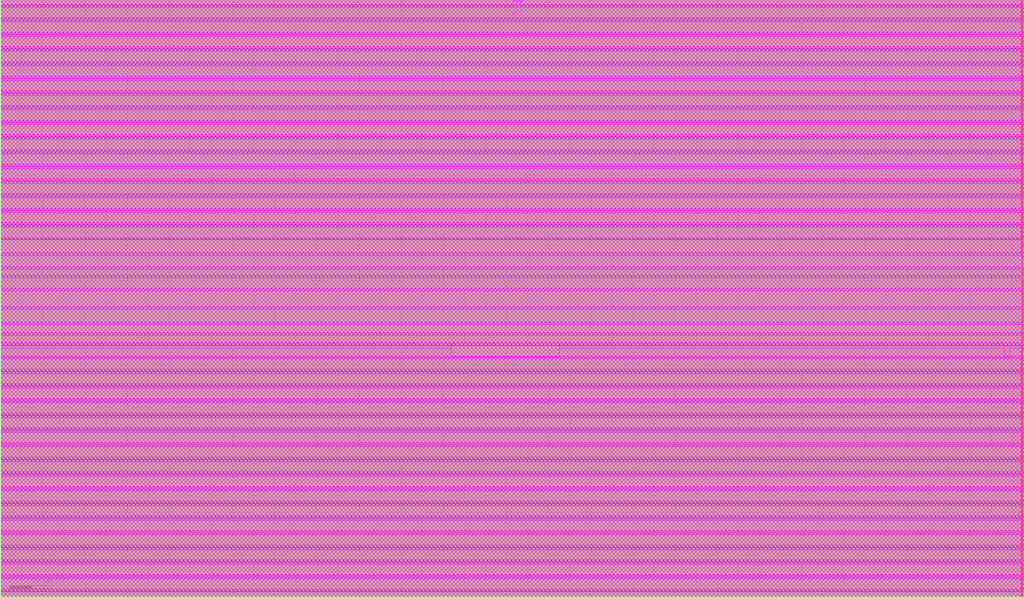
<source format=lef>
VERSION 5.7 ;
BUSBITCHARS "[]" ; 
DIVIDERCHAR "/" ;

UNITS
    DATABASE MICRONS 2000 ;
END UNITS

MANUFACTURINGGRID 0.005 ;

SITE CoreSite
    SIZE 0.210 BY 1.050 ;
    CLASS CORE ;
    SYMMETRY Y ;
END CoreSite

LAYER CO
    TYPE CUT ;
END CO

LAYER M1
    TYPE ROUTING ;
    DIRECTION HORIZONTAL ;
    PITCH 0.15 0.150 ;
    OFFSET 0.000 0.000 ;
    WIDTH 0.050000 ;
END M1

LAYER VIA1
    TYPE CUT ;
END VIA1

LAYER M2
    TYPE ROUTING ;
    DIRECTION VERTICAL ;
    PITCH 0.21 0.150 ;
    OFFSET 0.105 0.000 ;
    WIDTH 0.050000 ;
END M2

LAYER VIA2
    TYPE CUT ;
END VIA2

LAYER M3
    TYPE ROUTING ;
    DIRECTION HORIZONTAL ;
    PITCH 0.150 0.150 ;
    OFFSET 0.000 0.000 ;
    WIDTH 0.050000 ;
END M3

LAYER VIA3
    TYPE CUT ;
END VIA3

LAYER M4
    TYPE ROUTING ;
    DIRECTION VERTICAL ;
    PITCH 0.150 0.150 ;
    OFFSET 0.000 0.000 ;
    WIDTH 0.050000 ;
END M4

LAYER VIA4
    TYPE CUT ;
END VIA4

LAYER M5
    TYPE ROUTING ;
    DIRECTION HORIZONTAL ;
    PITCH 0.150 0.150 ;
    OFFSET 0.000 0.000 ;
    WIDTH 0.050000 ;
END M5

LAYER VIA5
    TYPE CUT ;
END VIA5

LAYER M6
    TYPE ROUTING ;
    DIRECTION VERTICAL ;
    PITCH 0.150 0.150 ;
    OFFSET 0.000 0.000 ;
    WIDTH 0.050000 ;
END M6

LAYER VIA6
    TYPE CUT ;
END VIA6

LAYER M7
    TYPE ROUTING ;
    DIRECTION HORIZONTAL ;
    PITCH 0.120000 0.120000 ;
    OFFSET 0.000000 0.000000 ;
    WIDTH 0.600000 ;
END M7

LAYER VIA7
    TYPE CUT ;
END VIA7

LAYER M8
    TYPE ROUTING ;
    DIRECTION VERTICAL ;
    PITCH 4.5 ;
    OFFSET 0 ;
    HEIGHT 1.825 ;
    THICKNESS 3.5 ;
    FILLACTIVESPACING 3 ;
    WIDTH 3.0 ;
END M8

LAYER RV
    TYPE CUT ;
END RV

LAYER AP
    TYPE ROUTING ;
    DIRECTION HORIZONTAL ;
    PITCH   6.250000 6.250000 ;
    OFFSET 0.000000 0.000000 ;
    WIDTH   3.000000 ;

END AP

VIA VIA12_square
	RESISTANCE 12.000000 ;
	LAYER M1 ;
		RECT -0.037500 -0.037500 0.037500 0.025 ;
	LAYER VIA1 ;
		RECT -0.037500 -0.037500 0.037500 0.025 ;
	LAYER M2 ;
		RECT -0.037500 -0.037500 0.037500 0.025 ;
END VIA12_square

VIA VIA12_slot
	RESISTANCE 6.750000 ;
	LAYER M1 ;
		RECT -0.097500 -0.037500 0.097500 0.025 ;
	LAYER VIA1 ;
		RECT -0.097500 -0.037500 0.097500 0.025 ;
	LAYER M2 ;
		RECT -0.097500 -0.037500 0.097500 0.025 ;
END VIA12_slot

VIA VIA12_slotV
	RESISTANCE 6.750000 ;
	LAYER M1 ;
		RECT -0.037500 -0.097500 0.037500 0.065 ;
	LAYER VIA1 ;
		RECT -0.037500 -0.097500 0.037500 0.065 ;
	LAYER M2 ;
		RECT -0.037500 -0.097500 0.037500 0.065 ;
END VIA12_slotV

VIA VIA12_1cut DEFAULT
	RESISTANCE 12.000000 ;
	LAYER M1 ;
		RECT -0.082500 -0.037500 0.082500 0.025 ;
	LAYER VIA1 ;
		RECT -0.037500 -0.037500 0.037500 0.025 ;
	LAYER M2 ;
		RECT -0.037500 -0.082500 0.037500 0.055 ;
END VIA12_1cut

VIA VIA12_1cut_FAT_C DEFAULT
	RESISTANCE 12.000000 ;
	LAYER M1 ;
		RECT -0.112500 -0.037500 0.112500 0.025 ;
	LAYER VIA1 ;
		RECT -0.037500 -0.037500 0.037500 0.025 ;
	LAYER M2 ;
		RECT -0.037500 -0.112500 0.037500 0.075 ;
END VIA12_1cut_FAT_C

VIA VIA12_1cut_H DEFAULT
	RESISTANCE 12.000000 ;
	LAYER M1 ;
		RECT -0.082500 -0.037500 0.082500 0.025 ;
	LAYER VIA1 ;
		RECT -0.037500 -0.037500 0.037500 0.025 ;
	LAYER M2 ;
		RECT -0.082500 -0.037500 0.082500 0.025 ;
END VIA12_1cut_H

VIA VIA12_1cut_V DEFAULT
	RESISTANCE 12.000000 ;
	LAYER M1 ;
		RECT -0.037500 -0.082500 0.037500 0.055 ;
	LAYER VIA1 ;
		RECT -0.037500 -0.037500 0.037500 0.025 ;
	LAYER M2 ;
		RECT -0.037500 -0.082500 0.037500 0.055 ;
END VIA12_1cut_V

VIA VIA12_1cut_EN1415 DEFAULT
	RESISTANCE 12.000000 ;
	LAYER M1 ;
		RECT -0.075000 -0.052500 0.075000 0.035 ;
	LAYER VIA1 ;
		RECT -0.037500 -0.037500 0.037500 0.025 ;
	LAYER M2 ;
		RECT -0.052500 -0.075000 0.052500 0.05 ;
END VIA12_1cut_EN1415

VIA VIA12_2cut_P1_E DEFAULT
	RESISTANCE 6.750000 ;
	LAYER M1 ;
		RECT -0.082500 -0.037500 0.232500 0.025 ;
	LAYER VIA1 ;
		RECT -0.022500 -0.037500 0.172500 0.025 ;
	LAYER M2 ;
		RECT -0.037500 -0.082500 0.187500 0.055 ;
END VIA12_2cut_P1_E

VIA VIA12_2cut_P1_N DEFAULT
	RESISTANCE 6.750000 ;
	LAYER M1 ;
		RECT -0.037500 -0.082500 0.037500 0.155 ;
	LAYER VIA1 ;
		RECT -0.037500 -0.022500 0.037500 0.115 ;
	LAYER M2 ;
		RECT -0.082500 -0.037500 0.082500 0.125 ;
END VIA12_2cut_P1_N

VIA VIA12_2cut_P1_S DEFAULT
	RESISTANCE 6.750000 ;
	LAYER M1 ;
		RECT -0.037500 -0.232500 0.037500 0.055 ;
	LAYER VIA1 ;
		RECT -0.037500 -0.172500 0.037500 0.015 ;
	LAYER M2 ;
		RECT -0.082500 -0.187500 0.082500 0.025 ;
END VIA12_2cut_P1_S

VIA VIA12_2cut_P1_W DEFAULT
	RESISTANCE 6.750000 ;
	LAYER M1 ;
		RECT -0.232500 -0.037500 0.082500 0.025 ;
	LAYER VIA1 ;
		RECT -0.172500 -0.037500 0.022500 0.025 ;
	LAYER M2 ;
		RECT -0.187500 -0.082500 0.037500 0.055 ;
END VIA12_2cut_P1_W

VIA VIA12_2cut_P2_BLC DEFAULT
	RESISTANCE 6.750000 ;
	LAYER M1 ;
		RECT -0.082500 -0.112500 0.082500 0.075 ;
	LAYER VIA1 ;
		RECT -0.037500 -0.097500 0.037500 0.065 ;
	LAYER M2 ;
		RECT -0.037500 -0.330000 0.037500 0.22 ;
END VIA12_2cut_P2_BLC

VIA VIA12_2cut_P2_SLN DEFAULT
	RESISTANCE 6.750000 ;
	LAYER M1 ;
		RECT -0.082500 -0.037500 0.082500 0.125 ;
	LAYER VIA1 ;
		RECT -0.037500 -0.022500 0.037500 0.115 ;
	LAYER M2 ;
		RECT -0.037500 -0.097500 0.037500 0.375 ;
END VIA12_2cut_P2_SLN

VIA VIA12_2cut_P2_SLS DEFAULT
	RESISTANCE 6.750000 ;
	LAYER M1 ;
		RECT -0.082500 -0.187500 0.082500 0.025 ;
	LAYER VIA1 ;
		RECT -0.037500 -0.172500 0.037500 0.015 ;
	LAYER M2 ;
		RECT -0.037500 -0.562500 0.037500 0.065 ;
END VIA12_2cut_P2_SLS

VIA VIA12_2cut_P3_CV DEFAULT
	RESISTANCE 6.750000 ;
	LAYER M1 ;
		RECT -0.082500 -0.112500 0.082500 0.075 ;
	LAYER VIA1 ;
		RECT -0.037500 -0.097500 0.037500 0.065 ;
	LAYER M2 ;
		RECT -0.037500 -0.157500 0.037500 0.105 ;
END VIA12_2cut_P3_CV

VIA VIA12_2cut_P3_NS DEFAULT
	RESISTANCE 6.750000 ;
	LAYER M1 ;
		RECT -0.082500 -0.037500 0.082500 0.125 ;
	LAYER VIA1 ;
		RECT -0.037500 -0.022500 0.037500 0.115 ;
	LAYER M2 ;
		RECT -0.037500 -0.082500 0.037500 0.155 ;
END VIA12_2cut_P3_NS

VIA VIA12_2cut_P3_SS DEFAULT
	RESISTANCE 6.750000 ;
	LAYER M1 ;
		RECT -0.082500 -0.187500 0.082500 0.025 ;
	LAYER VIA1 ;
		RECT -0.037500 -0.172500 0.037500 0.015 ;
	LAYER M2 ;
		RECT -0.037500 -0.232500 0.037500 0.055 ;
END VIA12_2cut_P3_SS

VIA VIA12_4cut DEFAULT
	RESISTANCE 3.000000 ;
	LAYER M1 ;
		RECT -0.180000 -0.135000 0.180000 0.09 ;
	LAYER VIA1 ;
		RECT -0.135000 -0.135000 -0.060000 -0.04 ;
		RECT 0.060000 -0.135000 0.135000 -0.04 ;
		RECT -0.135000 0.060000 -0.060000 0.09 ;
		RECT 0.060000 0.060000 0.135000 0.09 ;
	LAYER M2 ;
		RECT -0.135000 -0.180000 0.135000 0.12 ;
END VIA12_4cut

VIA VIA12_FBD_XEN DEFAULT
	RESISTANCE 6.750000 ;
	LAYER M1 ;
		RECT -0.037500 -0.037500 0.247500 0.085 ;
	LAYER VIA1 ;
		RECT 0.007500 0.007500 0.202500 0.055 ;
	LAYER M2 ;
		RECT -0.037500 -0.037500 0.247500 0.085 ;
END VIA12_FBD_XEN

VIA VIA12_FBD_XES DEFAULT
	RESISTANCE 6.750000 ;
	LAYER M1 ;
		RECT -0.037500 -0.127500 0.247500 0.025 ;
	LAYER VIA1 ;
		RECT 0.007500 -0.082500 0.202500 -0.005 ;
	LAYER M2 ;
		RECT -0.037500 -0.127500 0.247500 0.025 ;
END VIA12_FBD_XES

VIA VIA12_FBD_XWN DEFAULT
	RESISTANCE 6.750000 ;
	LAYER M1 ;
		RECT -0.247500 -0.037500 0.037500 0.085 ;
	LAYER VIA1 ;
		RECT -0.202500 0.007500 -0.007500 0.055 ;
	LAYER M2 ;
		RECT -0.247500 -0.037500 0.037500 0.085 ;
END VIA12_FBD_XWN

VIA VIA12_FBD_XWS DEFAULT
	RESISTANCE 6.750000 ;
	LAYER M1 ;
		RECT -0.247500 -0.127500 0.037500 0.025 ;
	LAYER VIA1 ;
		RECT -0.202500 -0.082500 -0.007500 -0.005 ;
	LAYER M2 ;
		RECT -0.247500 -0.127500 0.037500 0.025 ;
END VIA12_FBD_XWS

VIA VIA12_FBD_YEN DEFAULT
	RESISTANCE 6.750000 ;
	LAYER M1 ;
		RECT -0.037500 -0.037500 0.127500 0.165 ;
	LAYER VIA1 ;
		RECT 0.007500 0.007500 0.082500 0.135 ;
	LAYER M2 ;
		RECT -0.037500 -0.037500 0.127500 0.165 ;
END VIA12_FBD_YEN

VIA VIA12_FBD_YES DEFAULT
	RESISTANCE 6.750000 ;
	LAYER M1 ;
		RECT -0.037500 -0.247500 0.127500 0.025 ;
	LAYER VIA1 ;
		RECT 0.007500 -0.202500 0.082500 -0.005 ;
	LAYER M2 ;
		RECT -0.037500 -0.247500 0.127500 0.025 ;
END VIA12_FBD_YES

VIA VIA12_FBD_YWN DEFAULT
	RESISTANCE 6.750000 ;
	LAYER M1 ;
		RECT -0.127500 -0.037500 0.037500 0.165 ;
	LAYER VIA1 ;
		RECT -0.082500 0.007500 -0.007500 0.135 ;
	LAYER M2 ;
		RECT -0.127500 -0.037500 0.037500 0.165 ;
END VIA12_FBD_YWN

VIA VIA12_FBD_YWS DEFAULT
	RESISTANCE 6.750000 ;
	LAYER M1 ;
		RECT -0.127500 -0.247500 0.037500 0.025 ;
	LAYER VIA1 ;
		RECT -0.082500 -0.202500 -0.007500 -0.005 ;
	LAYER M2 ;
		RECT -0.127500 -0.247500 0.037500 0.025 ;
END VIA12_FBD_YWS

VIA VIA12_FBS_EN DEFAULT
	RESISTANCE 12.000000 ;
	LAYER M1 ;
		RECT -0.037500 -0.037500 0.127500 0.085 ;
	LAYER VIA1 ;
		RECT 0.007500 0.007500 0.082500 0.055 ;
	LAYER M2 ;
		RECT -0.037500 -0.037500 0.127500 0.085 ;
END VIA12_FBS_EN

VIA VIA12_FBS_ES DEFAULT
	RESISTANCE 12.000000 ;
	LAYER M1 ;
		RECT -0.037500 -0.127500 0.127500 0.025 ;
	LAYER VIA1 ;
		RECT 0.007500 -0.082500 0.082500 -0.005 ;
	LAYER M2 ;
		RECT -0.037500 -0.127500 0.127500 0.025 ;
END VIA12_FBS_ES

VIA VIA12_FBS_WN DEFAULT
	RESISTANCE 12.000000 ;
	LAYER M1 ;
		RECT -0.127500 -0.037500 0.037500 0.085 ;
	LAYER VIA1 ;
		RECT -0.082500 0.007500 -0.007500 0.055 ;
	LAYER M2 ;
		RECT -0.127500 -0.037500 0.037500 0.085 ;
END VIA12_FBS_WN

VIA VIA12_FBS_WS DEFAULT
	RESISTANCE 12.000000 ;
	LAYER M1 ;
		RECT -0.127500 -0.127500 0.037500 0.025 ;
	LAYER VIA1 ;
		RECT -0.082500 -0.082500 -0.007500 -0.005 ;
	LAYER M2 ;
		RECT -0.127500 -0.127500 0.037500 0.025 ;
END VIA12_FBS_WS

VIA VIA12_PBD_E DEFAULT
	RESISTANCE 6.750000 ;
	LAYER M1 ;
		RECT -0.052500 -0.037500 0.262500 0.025 ;
	LAYER VIA1 ;
		RECT 0.007500 -0.037500 0.202500 0.025 ;
	LAYER M2 ;
		RECT -0.037500 -0.082500 0.247500 0.055 ;
END VIA12_PBD_E

VIA VIA12_PBD_N DEFAULT
	RESISTANCE 6.750000 ;
	LAYER M1 ;
		RECT -0.037500 -0.052500 0.037500 0.175 ;
	LAYER VIA1 ;
		RECT -0.037500 0.007500 0.037500 0.135 ;
	LAYER M2 ;
		RECT -0.082500 -0.037500 0.082500 0.165 ;
END VIA12_PBD_N

VIA VIA12_PBD_S DEFAULT
	RESISTANCE 6.750000 ;
	LAYER M1 ;
		RECT -0.037500 -0.262500 0.037500 0.035 ;
	LAYER VIA1 ;
		RECT -0.037500 -0.202500 0.037500 -0.005 ;
	LAYER M2 ;
		RECT -0.082500 -0.247500 0.082500 0.025 ;
END VIA12_PBD_S

VIA VIA12_PBD_W DEFAULT
	RESISTANCE 6.750000 ;
	LAYER M1 ;
		RECT -0.262500 -0.037500 0.052500 0.025 ;
	LAYER VIA1 ;
		RECT -0.202500 -0.037500 -0.007500 0.025 ;
	LAYER M2 ;
		RECT -0.247500 -0.082500 0.037500 0.055 ;
END VIA12_PBD_W

VIA VIA12_PBS_H DEFAULT
	RESISTANCE 12.000000 ;
	LAYER M1 ;
		RECT -0.082500 -0.037500 0.082500 0.025 ;
	LAYER VIA1 ;
		RECT -0.037500 -0.037500 0.037500 0.025 ;
	LAYER M2 ;
		RECT -0.082500 -0.082500 0.082500 0.055 ;
END VIA12_PBS_H

VIA VIA12_FBD20_XEN DEFAULT
	RESISTANCE 6.750000 ;
	LAYER M1 ;
		RECT -0.037500 -0.037500 0.217500 0.065 ;
	LAYER VIA1 ;
		RECT -0.007500 -0.007500 0.187500 0.045 ;
	LAYER M2 ;
		RECT -0.037500 -0.037500 0.217500 0.065 ;
END VIA12_FBD20_XEN

VIA VIA12_FBD20_XES DEFAULT
	RESISTANCE 6.750000 ;
	LAYER M1 ;
		RECT -0.037500 -0.097500 0.217500 0.025 ;
	LAYER VIA1 ;
		RECT -0.007500 -0.067500 0.187500 0.005 ;
	LAYER M2 ;
		RECT -0.037500 -0.097500 0.217500 0.025 ;
END VIA12_FBD20_XES

VIA VIA12_FBD20_XWN DEFAULT
	RESISTANCE 6.750000 ;
	LAYER M1 ;
		RECT -0.217500 -0.037500 0.037500 0.065 ;
	LAYER VIA1 ;
		RECT -0.187500 -0.007500 0.007500 0.045 ;
	LAYER M2 ;
		RECT -0.217500 -0.037500 0.037500 0.065 ;
END VIA12_FBD20_XWN

VIA VIA12_FBD20_XWS DEFAULT
	RESISTANCE 6.750000 ;
	LAYER M1 ;
		RECT -0.217500 -0.097500 0.037500 0.025 ;
	LAYER VIA1 ;
		RECT -0.187500 -0.067500 0.007500 0.005 ;
	LAYER M2 ;
		RECT -0.217500 -0.097500 0.037500 0.025 ;
END VIA12_FBD20_XWS

VIA VIA12_FBD20_YEN DEFAULT
	RESISTANCE 6.750000 ;
	LAYER M1 ;
		RECT -0.037500 -0.037500 0.097500 0.145 ;
	LAYER VIA1 ;
		RECT -0.007500 -0.007500 0.067500 0.125 ;
	LAYER M2 ;
		RECT -0.037500 -0.037500 0.097500 0.145 ;
END VIA12_FBD20_YEN

VIA VIA12_FBD20_YES DEFAULT
	RESISTANCE 6.750000 ;
	LAYER M1 ;
		RECT -0.037500 -0.217500 0.097500 0.025 ;
	LAYER VIA1 ;
		RECT -0.007500 -0.187500 0.067500 0.005 ;
	LAYER M2 ;
		RECT -0.037500 -0.217500 0.097500 0.025 ;
END VIA12_FBD20_YES

VIA VIA12_FBD20_YWN DEFAULT
	RESISTANCE 6.750000 ;
	LAYER M1 ;
		RECT -0.097500 -0.037500 0.037500 0.145 ;
	LAYER VIA1 ;
		RECT -0.067500 -0.007500 0.007500 0.125 ;
	LAYER M2 ;
		RECT -0.097500 -0.037500 0.037500 0.145 ;
END VIA12_FBD20_YWN

VIA VIA12_FBD20_YWS DEFAULT
	RESISTANCE 6.750000 ;
	LAYER M1 ;
		RECT -0.097500 -0.217500 0.037500 0.025 ;
	LAYER VIA1 ;
		RECT -0.067500 -0.187500 0.007500 0.005 ;
	LAYER M2 ;
		RECT -0.097500 -0.217500 0.037500 0.025 ;
END VIA12_FBD20_YWS

VIA VIA12_FBD30_XEN DEFAULT
	RESISTANCE 6.750000 ;
	LAYER M1 ;
		RECT -0.037500 -0.037500 0.187500 0.085 ;
	LAYER VIA1 ;
		RECT -0.022500 0.007500 0.172500 0.055 ;
	LAYER M2 ;
		RECT -0.037500 -0.037500 0.187500 0.085 ;
END VIA12_FBD30_XEN

VIA VIA12_FBD30_XES DEFAULT
	RESISTANCE 6.750000 ;
	LAYER M1 ;
		RECT -0.037500 -0.127500 0.187500 0.025 ;
	LAYER VIA1 ;
		RECT -0.022500 -0.082500 0.172500 -0.005 ;
	LAYER M2 ;
		RECT -0.037500 -0.127500 0.187500 0.025 ;
END VIA12_FBD30_XES

VIA VIA12_FBD30_XWN DEFAULT
	RESISTANCE 6.750000 ;
	LAYER M1 ;
		RECT -0.187500 -0.037500 0.037500 0.085 ;
	LAYER VIA1 ;
		RECT -0.172500 0.007500 0.022500 0.055 ;
	LAYER M2 ;
		RECT -0.187500 -0.037500 0.037500 0.085 ;
END VIA12_FBD30_XWN

VIA VIA12_FBD30_XWS DEFAULT
	RESISTANCE 6.750000 ;
	LAYER M1 ;
		RECT -0.187500 -0.127500 0.037500 0.025 ;
	LAYER VIA1 ;
		RECT -0.172500 -0.082500 0.022500 -0.005 ;
	LAYER M2 ;
		RECT -0.187500 -0.127500 0.037500 0.025 ;
END VIA12_FBD30_XWS

VIA VIA12_FBD30_YEN DEFAULT
	RESISTANCE 6.750000 ;
	LAYER M1 ;
		RECT -0.037500 -0.037500 0.127500 0.125 ;
	LAYER VIA1 ;
		RECT 0.007500 -0.022500 0.082500 0.115 ;
	LAYER M2 ;
		RECT -0.037500 -0.037500 0.127500 0.125 ;
END VIA12_FBD30_YEN

VIA VIA12_FBD30_YES DEFAULT
	RESISTANCE 6.750000 ;
	LAYER M1 ;
		RECT -0.037500 -0.187500 0.127500 0.025 ;
	LAYER VIA1 ;
		RECT 0.007500 -0.172500 0.082500 0.015 ;
	LAYER M2 ;
		RECT -0.037500 -0.187500 0.127500 0.025 ;
END VIA12_FBD30_YES

VIA VIA12_FBD30_YWN DEFAULT
	RESISTANCE 6.750000 ;
	LAYER M1 ;
		RECT -0.127500 -0.037500 0.037500 0.125 ;
	LAYER VIA1 ;
		RECT -0.082500 -0.022500 -0.007500 0.115 ;
	LAYER M2 ;
		RECT -0.127500 -0.037500 0.037500 0.125 ;
END VIA12_FBD30_YWN

VIA VIA12_FBD30_YWS DEFAULT
	RESISTANCE 6.750000 ;
	LAYER M1 ;
		RECT -0.127500 -0.187500 0.037500 0.025 ;
	LAYER VIA1 ;
		RECT -0.082500 -0.172500 -0.007500 0.015 ;
	LAYER M2 ;
		RECT -0.127500 -0.187500 0.037500 0.025 ;
END VIA12_FBD30_YWS

VIA VIA12_PBDB_E DEFAULT
	RESISTANCE 6.750000 ;
	LAYER M1 ;
		RECT -0.007500 -0.067500 0.247500 0.045 ;
	LAYER VIA1 ;
		RECT 0.022500 -0.037500 0.217500 0.025 ;
	LAYER M2 ;
		RECT -0.037500 -0.037500 0.277500 0.025 ;
END VIA12_PBDB_E

VIA VIA12_PBDB_N DEFAULT
	RESISTANCE 6.750000 ;
	LAYER M1 ;
		RECT -0.067500 -0.007500 0.067500 0.165 ;
	LAYER VIA1 ;
		RECT -0.037500 0.022500 0.037500 0.145 ;
	LAYER M2 ;
		RECT -0.037500 -0.037500 0.037500 0.185 ;
END VIA12_PBDB_N

VIA VIA12_PBDB_S DEFAULT
	RESISTANCE 6.750000 ;
	LAYER M1 ;
		RECT -0.067500 -0.247500 0.067500 0.005 ;
	LAYER VIA1 ;
		RECT -0.037500 -0.217500 0.037500 -0.015 ;
	LAYER M2 ;
		RECT -0.037500 -0.277500 0.037500 0.025 ;
END VIA12_PBDB_S

VIA VIA12_PBDB_W DEFAULT
	RESISTANCE 6.750000 ;
	LAYER M1 ;
		RECT -0.247500 -0.067500 0.007500 0.045 ;
	LAYER VIA1 ;
		RECT -0.217500 -0.037500 -0.022500 0.025 ;
	LAYER M2 ;
		RECT -0.277500 -0.037500 0.037500 0.025 ;
END VIA12_PBDB_W

VIA VIA12_PBDU_E DEFAULT
	RESISTANCE 6.750000 ;
	LAYER M1 ;
		RECT -0.067500 -0.037500 0.247500 0.025 ;
	LAYER VIA1 ;
		RECT -0.007500 -0.037500 0.187500 0.025 ;
	LAYER M2 ;
		RECT -0.037500 -0.067500 0.217500 0.045 ;
END VIA12_PBDU_E

VIA VIA12_PBDU_N DEFAULT
	RESISTANCE 6.750000 ;
	LAYER M1 ;
		RECT -0.037500 -0.067500 0.037500 0.165 ;
	LAYER VIA1 ;
		RECT -0.037500 -0.007500 0.037500 0.125 ;
	LAYER M2 ;
		RECT -0.067500 -0.037500 0.067500 0.145 ;
END VIA12_PBDU_N

VIA VIA12_PBDU_S DEFAULT
	RESISTANCE 6.750000 ;
	LAYER M1 ;
		RECT -0.037500 -0.247500 0.037500 0.045 ;
	LAYER VIA1 ;
		RECT -0.037500 -0.187500 0.037500 0.005 ;
	LAYER M2 ;
		RECT -0.067500 -0.217500 0.067500 0.025 ;
END VIA12_PBDU_S

VIA VIA12_PBDU_W DEFAULT
	RESISTANCE 6.750000 ;
	LAYER M1 ;
		RECT -0.247500 -0.037500 0.067500 0.025 ;
	LAYER VIA1 ;
		RECT -0.187500 -0.037500 0.007500 0.025 ;
	LAYER M2 ;
		RECT -0.217500 -0.067500 0.037500 0.045 ;
END VIA12_PBDU_W

VIA VIA12_PBDE_E DEFAULT
	RESISTANCE 6.750000 ;
	LAYER M1 ;
		RECT -0.037500 -0.037500 0.277500 0.025 ;
	LAYER VIA1 ;
		RECT 0.022500 -0.037500 0.217500 0.025 ;
	LAYER M2 ;
		RECT -0.037500 -0.037500 0.277500 0.025 ;
END VIA12_PBDE_E

VIA VIA12_PBDE_N DEFAULT
	RESISTANCE 6.750000 ;
	LAYER M1 ;
		RECT -0.037500 -0.037500 0.037500 0.185 ;
	LAYER VIA1 ;
		RECT -0.037500 0.022500 0.037500 0.145 ;
	LAYER M2 ;
		RECT -0.037500 -0.037500 0.037500 0.185 ;
END VIA12_PBDE_N

VIA VIA12_PBDE_S DEFAULT
	RESISTANCE 6.750000 ;
	LAYER M1 ;
		RECT -0.037500 -0.277500 0.037500 0.025 ;
	LAYER VIA1 ;
		RECT -0.037500 -0.217500 0.037500 -0.015 ;
	LAYER M2 ;
		RECT -0.037500 -0.277500 0.037500 0.025 ;
END VIA12_PBDE_S

VIA VIA12_PBDE_W DEFAULT
	RESISTANCE 6.750000 ;
	LAYER M1 ;
		RECT -0.277500 -0.037500 0.037500 0.025 ;
	LAYER VIA1 ;
		RECT -0.217500 -0.037500 -0.022500 0.025 ;
	LAYER M2 ;
		RECT -0.277500 -0.037500 0.037500 0.025 ;
END VIA12_PBDE_W

VIA VIA12_FBS25_EN DEFAULT
	RESISTANCE 12.000000 ;
	LAYER M1 ;
		RECT -0.037500 -0.037500 0.112500 0.075 ;
	LAYER VIA1 ;
		RECT 0.000000 0.000000 0.075000 0.05 ;
	LAYER M2 ;
		RECT -0.037500 -0.037500 0.112500 0.075 ;
END VIA12_FBS25_EN

VIA VIA12_FBS25_ES DEFAULT
	RESISTANCE 12.000000 ;
	LAYER M1 ;
		RECT -0.037500 -0.112500 0.112500 0.025 ;
	LAYER VIA1 ;
		RECT 0.000000 -0.075000 0.075000 0 ;
	LAYER M2 ;
		RECT -0.037500 -0.112500 0.112500 0.025 ;
END VIA12_FBS25_ES

VIA VIA12_FBS25_WN DEFAULT
	RESISTANCE 12.000000 ;
	LAYER M1 ;
		RECT -0.112500 -0.037500 0.037500 0.075 ;
	LAYER VIA1 ;
		RECT -0.075000 0.000000 0.000000 0.05 ;
	LAYER M2 ;
		RECT -0.112500 -0.037500 0.037500 0.075 ;
END VIA12_FBS25_WN

VIA VIA12_FBS25_WS DEFAULT
	RESISTANCE 12.000000 ;
	LAYER M1 ;
		RECT -0.112500 -0.112500 0.037500 0.025 ;
	LAYER VIA1 ;
		RECT -0.075000 -0.075000 0.000000 0 ;
	LAYER M2 ;
		RECT -0.112500 -0.112500 0.037500 0.025 ;
END VIA12_FBS25_WS

VIA VIA12_PBSU_H DEFAULT
	RESISTANCE 12.000000 ;
	LAYER M1 ;
		RECT -0.082500 -0.037500 0.082500 0.025 ;
	LAYER VIA1 ;
		RECT -0.037500 -0.037500 0.037500 0.025 ;
	LAYER M2 ;
		RECT -0.052500 -0.075000 0.052500 0.05 ;
END VIA12_PBSU_H

VIA VIA12_PBSB_H DEFAULT
	RESISTANCE 12.000000 ;
	LAYER M1 ;
		RECT -0.075000 -0.052500 0.075000 0.035 ;
	LAYER VIA1 ;
		RECT -0.037500 -0.037500 0.037500 0.025 ;
	LAYER M2 ;
		RECT -0.037500 -0.082500 0.037500 0.055 ;
END VIA12_PBSB_H


VIA VIA23_1cut DEFAULT
	RESISTANCE 12.000000 ;
	LAYER M2 ;
		RECT -0.037500 -0.082500 0.037500 0.055 ;
	LAYER VIA2 ;
		RECT -0.037500 -0.037500 0.037500 0.025 ;
	LAYER M3 ;
		RECT -0.082500 -0.037500 0.082500 0.025 ;
END VIA23_1cut

VIA VIA23_1cut_FAT_C DEFAULT
	RESISTANCE 12.000000 ;
	LAYER M2 ;
		RECT -0.037500 -0.112500 0.037500 0.075 ;
	LAYER VIA2 ;
		RECT -0.037500 -0.037500 0.037500 0.025 ;
	LAYER M3 ;
		RECT -0.112500 -0.037500 0.112500 0.025 ;
END VIA23_1cut_FAT_C

VIA VIA23_1cut_EN1415 DEFAULT
	RESISTANCE 12.000000 ;
	LAYER M2 ;
		RECT -0.052500 -0.075000 0.052500 0.05 ;
	LAYER VIA2 ;
		RECT -0.037500 -0.037500 0.037500 0.025 ;
	LAYER M3 ;
		RECT -0.075000 -0.052500 0.075000 0.035 ;
END VIA23_1cut_EN1415

VIA VIA23_1stack_C DEFAULT
	RESISTANCE 12.000000 ;
	LAYER M2 ;
		RECT -0.037500 -0.210000 0.037500 0.14 ;
	LAYER VIA2 ;
		RECT -0.037500 -0.037500 0.037500 0.025 ;
	LAYER M3 ;
		RECT -0.082500 -0.037500 0.082500 0.025 ;
END VIA23_1stack_C

VIA VIA23_1stack_N DEFAULT
	RESISTANCE 12.000000 ;
	LAYER M2 ;
		RECT -0.037500 -0.082500 0.037500 0.225 ;
	LAYER VIA2 ;
		RECT -0.037500 -0.037500 0.037500 0.025 ;
	LAYER M3 ;
		RECT -0.082500 -0.037500 0.082500 0.025 ;
END VIA23_1stack_N

VIA VIA23_1stack_S DEFAULT
	RESISTANCE 12.000000 ;
	LAYER M2 ;
		RECT -0.037500 -0.337500 0.037500 0.055 ;
	LAYER VIA2 ;
		RECT -0.037500 -0.037500 0.037500 0.025 ;
	LAYER M3 ;
		RECT -0.082500 -0.037500 0.082500 0.025 ;
END VIA23_1stack_S

VIA VIA23_2cut_P1_N DEFAULT
	RESISTANCE 6.750000 ;
	LAYER M2 ;
		RECT -0.037500 -0.082500 0.037500 0.155 ;
	LAYER VIA2 ;
		RECT -0.037500 -0.022500 0.037500 0.115 ;
	LAYER M3 ;
		RECT -0.082500 -0.037500 0.082500 0.125 ;
END VIA23_2cut_P1_N

VIA VIA23_2cut_P1_S DEFAULT
	RESISTANCE 6.750000 ;
	LAYER M2 ;
		RECT -0.037500 -0.232500 0.037500 0.055 ;
	LAYER VIA2 ;
		RECT -0.037500 -0.172500 0.037500 0.015 ;
	LAYER M3 ;
		RECT -0.082500 -0.187500 0.082500 0.025 ;
END VIA23_2cut_P1_S

VIA VIA23_2cut_P2_BLC DEFAULT
	RESISTANCE 6.750000 ;
	LAYER M2 ;
		RECT -0.112500 -0.082500 0.112500 0.055 ;
	LAYER VIA2 ;
		RECT -0.097500 -0.037500 0.097500 0.025 ;
	LAYER M3 ;
		RECT -0.330000 -0.037500 0.330000 0.025 ;
END VIA23_2cut_P2_BLC

VIA VIA23_2cut_P2_BLE DEFAULT
	RESISTANCE 6.750000 ;
	LAYER M2 ;
		RECT -0.037500 -0.082500 0.187500 0.055 ;
	LAYER VIA2 ;
		RECT -0.022500 -0.037500 0.172500 0.025 ;
	LAYER M3 ;
		RECT -0.255000 -0.037500 0.405000 0.025 ;
END VIA23_2cut_P2_BLE

VIA VIA23_2cut_P2_BLW DEFAULT
	RESISTANCE 6.750000 ;
	LAYER M2 ;
		RECT -0.187500 -0.082500 0.037500 0.055 ;
	LAYER VIA2 ;
		RECT -0.172500 -0.037500 0.022500 0.025 ;
	LAYER M3 ;
		RECT -0.405000 -0.037500 0.255000 0.025 ;
END VIA23_2cut_P2_BLW

VIA VIA23_2cut_P2_SLE DEFAULT
	RESISTANCE 6.750000 ;
	LAYER M2 ;
		RECT -0.037500 -0.082500 0.187500 0.055 ;
	LAYER VIA2 ;
		RECT -0.022500 -0.037500 0.172500 0.025 ;
	LAYER M3 ;
		RECT -0.097500 -0.037500 0.562500 0.025 ;
END VIA23_2cut_P2_SLE

VIA VIA23_2cut_P2_SLW DEFAULT
	RESISTANCE 6.750000 ;
	LAYER M2 ;
		RECT -0.187500 -0.082500 0.037500 0.055 ;
	LAYER VIA2 ;
		RECT -0.172500 -0.037500 0.022500 0.025 ;
	LAYER M3 ;
		RECT -0.562500 -0.037500 0.097500 0.025 ;
END VIA23_2cut_P2_SLW

VIA VIA23_2cut_P3_E DEFAULT
	RESISTANCE 6.750000 ;
	LAYER M2 ;
		RECT -0.037500 -0.082500 0.187500 0.055 ;
	LAYER VIA2 ;
		RECT -0.022500 -0.037500 0.172500 0.025 ;
	LAYER M3 ;
		RECT -0.082500 -0.037500 0.232500 0.025 ;
END VIA23_2cut_P3_E

VIA VIA23_2cut_P3_W DEFAULT
	RESISTANCE 6.750000 ;
	LAYER M2 ;
		RECT -0.187500 -0.082500 0.037500 0.055 ;
	LAYER VIA2 ;
		RECT -0.172500 -0.037500 0.022500 0.025 ;
	LAYER M3 ;
		RECT -0.232500 -0.037500 0.082500 0.025 ;
END VIA23_2cut_P3_W

VIA VIA23_4cut DEFAULT
	RESISTANCE 3.000000 ;
	LAYER M2 ;
		RECT -0.135000 -0.180000 0.135000 0.12 ;
	LAYER VIA2 ;
		RECT -0.135000 -0.135000 -0.060000 -0.04 ;
		RECT 0.060000 -0.135000 0.135000 -0.04 ;
		RECT -0.135000 0.060000 -0.060000 0.09 ;
		RECT 0.060000 0.060000 0.135000 0.09 ;
	LAYER M3 ;
		RECT -0.180000 -0.135000 0.180000 0.09 ;
END VIA23_4cut

VIA VIA23_FBD_XEN DEFAULT
	RESISTANCE 6.750000 ;
	LAYER M2 ;
		RECT -0.037500 -0.037500 0.247500 0.085 ;
	LAYER VIA2 ;
		RECT 0.007500 0.007500 0.202500 0.055 ;
	LAYER M3 ;
		RECT -0.037500 -0.037500 0.247500 0.085 ;
END VIA23_FBD_XEN

VIA VIA23_FBD_XES DEFAULT
	RESISTANCE 6.750000 ;
	LAYER M2 ;
		RECT -0.037500 -0.127500 0.247500 0.025 ;
	LAYER VIA2 ;
		RECT 0.007500 -0.082500 0.202500 -0.005 ;
	LAYER M3 ;
		RECT -0.037500 -0.127500 0.247500 0.025 ;
END VIA23_FBD_XES

VIA VIA23_FBD_XWN DEFAULT
	RESISTANCE 6.750000 ;
	LAYER M2 ;
		RECT -0.247500 -0.037500 0.037500 0.085 ;
	LAYER VIA2 ;
		RECT -0.202500 0.007500 -0.007500 0.055 ;
	LAYER M3 ;
		RECT -0.247500 -0.037500 0.037500 0.085 ;
END VIA23_FBD_XWN

VIA VIA23_FBD_XWS DEFAULT
	RESISTANCE 6.750000 ;
	LAYER M2 ;
		RECT -0.247500 -0.127500 0.037500 0.025 ;
	LAYER VIA2 ;
		RECT -0.202500 -0.082500 -0.007500 -0.005 ;
	LAYER M3 ;
		RECT -0.247500 -0.127500 0.037500 0.025 ;
END VIA23_FBD_XWS

VIA VIA23_FBD_YEN DEFAULT
	RESISTANCE 6.750000 ;
	LAYER M2 ;
		RECT -0.037500 -0.037500 0.127500 0.165 ;
	LAYER VIA2 ;
		RECT 0.007500 0.007500 0.082500 0.135 ;
	LAYER M3 ;
		RECT -0.037500 -0.037500 0.127500 0.165 ;
END VIA23_FBD_YEN

VIA VIA23_FBD_YES DEFAULT
	RESISTANCE 6.750000 ;
	LAYER M2 ;
		RECT -0.037500 -0.247500 0.127500 0.025 ;
	LAYER VIA2 ;
		RECT 0.007500 -0.202500 0.082500 -0.005 ;
	LAYER M3 ;
		RECT -0.037500 -0.247500 0.127500 0.025 ;
END VIA23_FBD_YES

VIA VIA23_FBD_YWN DEFAULT
	RESISTANCE 6.750000 ;
	LAYER M2 ;
		RECT -0.127500 -0.037500 0.037500 0.165 ;
	LAYER VIA2 ;
		RECT -0.082500 0.007500 -0.007500 0.135 ;
	LAYER M3 ;
		RECT -0.127500 -0.037500 0.037500 0.165 ;
END VIA23_FBD_YWN

VIA VIA23_FBD_YWS DEFAULT
	RESISTANCE 6.750000 ;
	LAYER M2 ;
		RECT -0.127500 -0.247500 0.037500 0.025 ;
	LAYER VIA2 ;
		RECT -0.082500 -0.202500 -0.007500 -0.005 ;
	LAYER M3 ;
		RECT -0.127500 -0.247500 0.037500 0.025 ;
END VIA23_FBD_YWS

VIA VIA23_FBS DEFAULT
	RESISTANCE 12.000000 ;
	LAYER M2 ;
		RECT -0.082500 -0.082500 0.082500 0.055 ;
	LAYER VIA2 ;
		RECT -0.037500 -0.037500 0.037500 0.025 ;
	LAYER M3 ;
		RECT -0.082500 -0.082500 0.082500 0.055 ;
END VIA23_FBS

VIA VIA23_FBS_EN DEFAULT
	RESISTANCE 12.000000 ;
	LAYER M2 ;
		RECT -0.037500 -0.037500 0.127500 0.085 ;
	LAYER VIA2 ;
		RECT 0.007500 0.007500 0.082500 0.055 ;
	LAYER M3 ;
		RECT -0.037500 -0.037500 0.127500 0.085 ;
END VIA23_FBS_EN

VIA VIA23_FBS_ES DEFAULT
	RESISTANCE 12.000000 ;
	LAYER M2 ;
		RECT -0.037500 -0.127500 0.127500 0.025 ;
	LAYER VIA2 ;
		RECT 0.007500 -0.082500 0.082500 -0.005 ;
	LAYER M3 ;
		RECT -0.037500 -0.127500 0.127500 0.025 ;
END VIA23_FBS_ES

VIA VIA23_FBS_WN DEFAULT
	RESISTANCE 12.000000 ;
	LAYER M2 ;
		RECT -0.127500 -0.037500 0.037500 0.085 ;
	LAYER VIA2 ;
		RECT -0.082500 0.007500 -0.007500 0.055 ;
	LAYER M3 ;
		RECT -0.127500 -0.037500 0.037500 0.085 ;
END VIA23_FBS_WN

VIA VIA23_FBS_WS DEFAULT
	RESISTANCE 12.000000 ;
	LAYER M2 ;
		RECT -0.127500 -0.127500 0.037500 0.025 ;
	LAYER VIA2 ;
		RECT -0.082500 -0.082500 -0.007500 -0.005 ;
	LAYER M3 ;
		RECT -0.127500 -0.127500 0.037500 0.025 ;
END VIA23_FBS_WS

VIA VIA23_PBD_E DEFAULT
	RESISTANCE 6.750000 ;
	LAYER M2 ;
		RECT -0.052500 -0.037500 0.262500 0.025 ;
	LAYER VIA2 ;
		RECT 0.007500 -0.037500 0.202500 0.025 ;
	LAYER M3 ;
		RECT -0.037500 -0.082500 0.247500 0.055 ;
END VIA23_PBD_E

VIA VIA23_PBD_N DEFAULT
	RESISTANCE 6.750000 ;
	LAYER M2 ;
		RECT -0.037500 -0.052500 0.037500 0.175 ;
	LAYER VIA2 ;
		RECT -0.037500 0.007500 0.037500 0.135 ;
	LAYER M3 ;
		RECT -0.082500 -0.037500 0.082500 0.165 ;
END VIA23_PBD_N

VIA VIA23_PBD_S DEFAULT
	RESISTANCE 6.750000 ;
	LAYER M2 ;
		RECT -0.037500 -0.262500 0.037500 0.035 ;
	LAYER VIA2 ;
		RECT -0.037500 -0.202500 0.037500 -0.005 ;
	LAYER M3 ;
		RECT -0.082500 -0.247500 0.082500 0.025 ;
END VIA23_PBD_S

VIA VIA23_PBD_W DEFAULT
	RESISTANCE 6.750000 ;
	LAYER M2 ;
		RECT -0.262500 -0.037500 0.052500 0.025 ;
	LAYER VIA2 ;
		RECT -0.202500 -0.037500 -0.007500 0.025 ;
	LAYER M3 ;
		RECT -0.247500 -0.082500 0.037500 0.055 ;
END VIA23_PBD_W

VIA VIA23_PBS_H DEFAULT
	RESISTANCE 12.000000 ;
	LAYER M2 ;
		RECT -0.082500 -0.037500 0.082500 0.025 ;
	LAYER VIA2 ;
		RECT -0.037500 -0.037500 0.037500 0.025 ;
	LAYER M3 ;
		RECT -0.082500 -0.082500 0.082500 0.055 ;
END VIA23_PBS_H

VIA VIA23_PBS_V DEFAULT
	RESISTANCE 12.000000 ;
	LAYER M2 ;
		RECT -0.037500 -0.082500 0.037500 0.055 ;
	LAYER VIA2 ;
		RECT -0.037500 -0.037500 0.037500 0.025 ;
	LAYER M3 ;
		RECT -0.082500 -0.082500 0.082500 0.055 ;
END VIA23_PBS_V

VIA VIA23_FBD20_XEN DEFAULT
	RESISTANCE 6.750000 ;
	LAYER M2 ;
		RECT -0.037500 -0.037500 0.217500 0.065 ;
	LAYER VIA2 ;
		RECT -0.007500 -0.007500 0.187500 0.045 ;
	LAYER M3 ;
		RECT -0.037500 -0.037500 0.217500 0.065 ;
END VIA23_FBD20_XEN

VIA VIA23_FBD20_XES DEFAULT
	RESISTANCE 6.750000 ;
	LAYER M2 ;
		RECT -0.037500 -0.097500 0.217500 0.025 ;
	LAYER VIA2 ;
		RECT -0.007500 -0.067500 0.187500 0.005 ;
	LAYER M3 ;
		RECT -0.037500 -0.097500 0.217500 0.025 ;
END VIA23_FBD20_XES

VIA VIA23_FBD20_XWN DEFAULT
	RESISTANCE 6.750000 ;
	LAYER M2 ;
		RECT -0.217500 -0.037500 0.037500 0.065 ;
	LAYER VIA2 ;
		RECT -0.187500 -0.007500 0.007500 0.045 ;
	LAYER M3 ;
		RECT -0.217500 -0.037500 0.037500 0.065 ;
END VIA23_FBD20_XWN

VIA VIA23_FBD20_XWS DEFAULT
	RESISTANCE 6.750000 ;
	LAYER M2 ;
		RECT -0.217500 -0.097500 0.037500 0.025 ;
	LAYER VIA2 ;
		RECT -0.187500 -0.067500 0.007500 0.005 ;
	LAYER M3 ;
		RECT -0.217500 -0.097500 0.037500 0.025 ;
END VIA23_FBD20_XWS

VIA VIA23_FBD20_YEN DEFAULT
	RESISTANCE 6.750000 ;
	LAYER M2 ;
		RECT -0.037500 -0.037500 0.097500 0.145 ;
	LAYER VIA2 ;
		RECT -0.007500 -0.007500 0.067500 0.125 ;
	LAYER M3 ;
		RECT -0.037500 -0.037500 0.097500 0.145 ;
END VIA23_FBD20_YEN

VIA VIA23_FBD20_YES DEFAULT
	RESISTANCE 6.750000 ;
	LAYER M2 ;
		RECT -0.037500 -0.217500 0.097500 0.025 ;
	LAYER VIA2 ;
		RECT -0.007500 -0.187500 0.067500 0.005 ;
	LAYER M3 ;
		RECT -0.037500 -0.217500 0.097500 0.025 ;
END VIA23_FBD20_YES

VIA VIA23_FBD20_YWN DEFAULT
	RESISTANCE 6.750000 ;
	LAYER M2 ;
		RECT -0.097500 -0.037500 0.037500 0.145 ;
	LAYER VIA2 ;
		RECT -0.067500 -0.007500 0.007500 0.125 ;
	LAYER M3 ;
		RECT -0.097500 -0.037500 0.037500 0.145 ;
END VIA23_FBD20_YWN

VIA VIA23_FBD20_YWS DEFAULT
	RESISTANCE 6.750000 ;
	LAYER M2 ;
		RECT -0.097500 -0.217500 0.037500 0.025 ;
	LAYER VIA2 ;
		RECT -0.067500 -0.187500 0.007500 0.005 ;
	LAYER M3 ;
		RECT -0.097500 -0.217500 0.037500 0.025 ;
END VIA23_FBD20_YWS

VIA VIA23_FBD30_XEN DEFAULT
	RESISTANCE 6.750000 ;
	LAYER M2 ;
		RECT -0.037500 -0.037500 0.187500 0.085 ;
	LAYER VIA2 ;
		RECT -0.022500 0.007500 0.172500 0.055 ;
	LAYER M3 ;
		RECT -0.037500 -0.037500 0.187500 0.085 ;
END VIA23_FBD30_XEN

VIA VIA23_FBD30_XES DEFAULT
	RESISTANCE 6.750000 ;
	LAYER M2 ;
		RECT -0.037500 -0.127500 0.187500 0.025 ;
	LAYER VIA2 ;
		RECT -0.022500 -0.082500 0.172500 -0.005 ;
	LAYER M3 ;
		RECT -0.037500 -0.127500 0.187500 0.025 ;
END VIA23_FBD30_XES

VIA VIA23_FBD30_XWN DEFAULT
	RESISTANCE 6.750000 ;
	LAYER M2 ;
		RECT -0.187500 -0.037500 0.037500 0.085 ;
	LAYER VIA2 ;
		RECT -0.172500 0.007500 0.022500 0.055 ;
	LAYER M3 ;
		RECT -0.187500 -0.037500 0.037500 0.085 ;
END VIA23_FBD30_XWN

VIA VIA23_FBD30_XWS DEFAULT
	RESISTANCE 6.750000 ;
	LAYER M2 ;
		RECT -0.187500 -0.127500 0.037500 0.025 ;
	LAYER VIA2 ;
		RECT -0.172500 -0.082500 0.022500 -0.005 ;
	LAYER M3 ;
		RECT -0.187500 -0.127500 0.037500 0.025 ;
END VIA23_FBD30_XWS

VIA VIA23_FBD30_YEN DEFAULT
	RESISTANCE 6.750000 ;
	LAYER M2 ;
		RECT -0.037500 -0.037500 0.127500 0.125 ;
	LAYER VIA2 ;
		RECT 0.007500 -0.022500 0.082500 0.115 ;
	LAYER M3 ;
		RECT -0.037500 -0.037500 0.127500 0.125 ;
END VIA23_FBD30_YEN

VIA VIA23_FBD30_YES DEFAULT
	RESISTANCE 6.750000 ;
	LAYER M2 ;
		RECT -0.037500 -0.187500 0.127500 0.025 ;
	LAYER VIA2 ;
		RECT 0.007500 -0.172500 0.082500 0.015 ;
	LAYER M3 ;
		RECT -0.037500 -0.187500 0.127500 0.025 ;
END VIA23_FBD30_YES

VIA VIA23_FBD30_YWN DEFAULT
	RESISTANCE 6.750000 ;
	LAYER M2 ;
		RECT -0.127500 -0.037500 0.037500 0.125 ;
	LAYER VIA2 ;
		RECT -0.082500 -0.022500 -0.007500 0.115 ;
	LAYER M3 ;
		RECT -0.127500 -0.037500 0.037500 0.125 ;
END VIA23_FBD30_YWN

VIA VIA23_FBD30_YWS DEFAULT
	RESISTANCE 6.750000 ;
	LAYER M2 ;
		RECT -0.127500 -0.187500 0.037500 0.025 ;
	LAYER VIA2 ;
		RECT -0.082500 -0.172500 -0.007500 0.015 ;
	LAYER M3 ;
		RECT -0.127500 -0.187500 0.037500 0.025 ;
END VIA23_FBD30_YWS

VIA VIA23_PBDB_E DEFAULT
	RESISTANCE 6.750000 ;
	LAYER M2 ;
		RECT -0.007500 -0.067500 0.247500 0.045 ;
	LAYER VIA2 ;
		RECT 0.022500 -0.037500 0.217500 0.025 ;
	LAYER M3 ;
		RECT -0.037500 -0.037500 0.277500 0.025 ;
END VIA23_PBDB_E

VIA VIA23_PBDB_N DEFAULT
	RESISTANCE 6.750000 ;
	LAYER M2 ;
		RECT -0.067500 -0.007500 0.067500 0.165 ;
	LAYER VIA2 ;
		RECT -0.037500 0.022500 0.037500 0.145 ;
	LAYER M3 ;
		RECT -0.037500 -0.037500 0.037500 0.185 ;
END VIA23_PBDB_N

VIA VIA23_PBDB_S DEFAULT
	RESISTANCE 6.750000 ;
	LAYER M2 ;
		RECT -0.067500 -0.247500 0.067500 0.005 ;
	LAYER VIA2 ;
		RECT -0.037500 -0.217500 0.037500 -0.015 ;
	LAYER M3 ;
		RECT -0.037500 -0.277500 0.037500 0.025 ;
END VIA23_PBDB_S

VIA VIA23_PBDB_W DEFAULT
	RESISTANCE 6.750000 ;
	LAYER M2 ;
		RECT -0.247500 -0.067500 0.007500 0.045 ;
	LAYER VIA2 ;
		RECT -0.217500 -0.037500 -0.022500 0.025 ;
	LAYER M3 ;
		RECT -0.277500 -0.037500 0.037500 0.025 ;
END VIA23_PBDB_W

VIA VIA23_PBDU_E DEFAULT
	RESISTANCE 6.750000 ;
	LAYER M2 ;
		RECT -0.067500 -0.037500 0.247500 0.025 ;
	LAYER VIA2 ;
		RECT -0.007500 -0.037500 0.187500 0.025 ;
	LAYER M3 ;
		RECT -0.037500 -0.067500 0.217500 0.045 ;
END VIA23_PBDU_E

VIA VIA23_PBDU_N DEFAULT
	RESISTANCE 6.750000 ;
	LAYER M2 ;
		RECT -0.037500 -0.067500 0.037500 0.165 ;
	LAYER VIA2 ;
		RECT -0.037500 -0.007500 0.037500 0.125 ;
	LAYER M3 ;
		RECT -0.067500 -0.037500 0.067500 0.145 ;
END VIA23_PBDU_N

VIA VIA23_PBDU_S DEFAULT
	RESISTANCE 6.750000 ;
	LAYER M2 ;
		RECT -0.037500 -0.247500 0.037500 0.045 ;
	LAYER VIA2 ;
		RECT -0.037500 -0.187500 0.037500 0.005 ;
	LAYER M3 ;
		RECT -0.067500 -0.217500 0.067500 0.025 ;
END VIA23_PBDU_S

VIA VIA23_PBDU_W DEFAULT
	RESISTANCE 6.750000 ;
	LAYER M2 ;
		RECT -0.247500 -0.037500 0.067500 0.025 ;
	LAYER VIA2 ;
		RECT -0.187500 -0.037500 0.007500 0.025 ;
	LAYER M3 ;
		RECT -0.217500 -0.067500 0.037500 0.045 ;
END VIA23_PBDU_W

VIA VIA23_PBDE_E DEFAULT
	RESISTANCE 6.750000 ;
	LAYER M2 ;
		RECT -0.037500 -0.037500 0.277500 0.025 ;
	LAYER VIA2 ;
		RECT 0.022500 -0.037500 0.217500 0.025 ;
	LAYER M3 ;
		RECT -0.037500 -0.037500 0.277500 0.025 ;
END VIA23_PBDE_E

VIA VIA23_PBDE_N DEFAULT
	RESISTANCE 6.750000 ;
	LAYER M2 ;
		RECT -0.037500 -0.037500 0.037500 0.185 ;
	LAYER VIA2 ;
		RECT -0.037500 0.022500 0.037500 0.145 ;
	LAYER M3 ;
		RECT -0.037500 -0.037500 0.037500 0.185 ;
END VIA23_PBDE_N

VIA VIA23_PBDE_S DEFAULT
	RESISTANCE 6.750000 ;
	LAYER M2 ;
		RECT -0.037500 -0.277500 0.037500 0.025 ;
	LAYER VIA2 ;
		RECT -0.037500 -0.217500 0.037500 -0.015 ;
	LAYER M3 ;
		RECT -0.037500 -0.277500 0.037500 0.025 ;
END VIA23_PBDE_S

VIA VIA23_PBDE_W DEFAULT
	RESISTANCE 6.750000 ;
	LAYER M2 ;
		RECT -0.277500 -0.037500 0.037500 0.025 ;
	LAYER VIA2 ;
		RECT -0.217500 -0.037500 -0.022500 0.025 ;
	LAYER M3 ;
		RECT -0.277500 -0.037500 0.037500 0.025 ;
END VIA23_PBDE_W

VIA VIA23_FBS25 DEFAULT
	RESISTANCE 12.000000 ;
	LAYER M2 ;
		RECT -0.075000 -0.075000 0.075000 0.05 ;
	LAYER VIA2 ;
		RECT -0.037500 -0.037500 0.037500 0.025 ;
	LAYER M3 ;
		RECT -0.075000 -0.075000 0.075000 0.05 ;
END VIA23_FBS25

VIA VIA23_FBS25_EN DEFAULT
	RESISTANCE 12.000000 ;
	LAYER M2 ;
		RECT -0.037500 -0.037500 0.112500 0.075 ;
	LAYER VIA2 ;
		RECT 0.000000 0.000000 0.075000 0.05 ;
	LAYER M3 ;
		RECT -0.037500 -0.037500 0.112500 0.075 ;
END VIA23_FBS25_EN

VIA VIA23_FBS25_ES DEFAULT
	RESISTANCE 12.000000 ;
	LAYER M2 ;
		RECT -0.037500 -0.112500 0.112500 0.025 ;
	LAYER VIA2 ;
		RECT 0.000000 -0.075000 0.075000 0 ;
	LAYER M3 ;
		RECT -0.037500 -0.112500 0.112500 0.025 ;
END VIA23_FBS25_ES

VIA VIA23_FBS25_WN DEFAULT
	RESISTANCE 12.000000 ;
	LAYER M2 ;
		RECT -0.112500 -0.037500 0.037500 0.075 ;
	LAYER VIA2 ;
		RECT -0.075000 0.000000 0.000000 0.05 ;
	LAYER M3 ;
		RECT -0.112500 -0.037500 0.037500 0.075 ;
END VIA23_FBS25_WN

VIA VIA23_FBS25_WS DEFAULT
	RESISTANCE 12.000000 ;
	LAYER M2 ;
		RECT -0.112500 -0.112500 0.037500 0.025 ;
	LAYER VIA2 ;
		RECT -0.075000 -0.075000 0.000000 0 ;
	LAYER M3 ;
		RECT -0.112500 -0.112500 0.037500 0.025 ;
END VIA23_FBS25_WS

VIA VIA23_PBSU_H DEFAULT
	RESISTANCE 12.000000 ;
	LAYER M2 ;
		RECT -0.082500 -0.037500 0.082500 0.025 ;
	LAYER VIA2 ;
		RECT -0.037500 -0.037500 0.037500 0.025 ;
	LAYER M3 ;
		RECT -0.052500 -0.075000 0.052500 0.05 ;
END VIA23_PBSU_H

VIA VIA23_PBSU_V DEFAULT
	RESISTANCE 12.000000 ;
	LAYER M2 ;
		RECT -0.037500 -0.082500 0.037500 0.055 ;
	LAYER VIA2 ;
		RECT -0.037500 -0.037500 0.037500 0.025 ;
	LAYER M3 ;
		RECT -0.075000 -0.052500 0.075000 0.035 ;
END VIA23_PBSU_V

VIA VIA23_PBSB_H DEFAULT
	RESISTANCE 12.000000 ;
	LAYER M2 ;
		RECT -0.075000 -0.052500 0.075000 0.035 ;
	LAYER VIA2 ;
		RECT -0.037500 -0.037500 0.037500 0.025 ;
	LAYER M3 ;
		RECT -0.037500 -0.082500 0.037500 0.055 ;
END VIA23_PBSB_H

VIA VIA23_PBSB_V DEFAULT
	RESISTANCE 12.000000 ;
	LAYER M2 ;
		RECT -0.052500 -0.075000 0.052500 0.05 ;
	LAYER VIA2 ;
		RECT -0.037500 -0.037500 0.037500 0.025 ;
	LAYER M3 ;
		RECT -0.082500 -0.037500 0.082500 0.025 ;
END VIA23_PBSB_V


VIA VIA34_1cut DEFAULT
	RESISTANCE 12.000000 ;
	LAYER M3 ;
		RECT -0.082500 -0.037500 0.082500 0.025 ;
	LAYER VIA3 ;
		RECT -0.037500 -0.037500 0.037500 0.025 ;
	LAYER M4 ;
		RECT -0.037500 -0.082500 0.037500 0.055 ;
END VIA34_1cut

VIA VIA34_1cut_FAT_C DEFAULT
	RESISTANCE 12.000000 ;
	LAYER M3 ;
		RECT -0.112500 -0.037500 0.112500 0.025 ;
	LAYER VIA3 ;
		RECT -0.037500 -0.037500 0.037500 0.025 ;
	LAYER M4 ;
		RECT -0.037500 -0.112500 0.037500 0.075 ;
END VIA34_1cut_FAT_C

VIA VIA34_1cut_EN1415 DEFAULT
	RESISTANCE 12.000000 ;
	LAYER M3 ;
		RECT -0.075000 -0.052500 0.075000 0.035 ;
	LAYER VIA3 ;
		RECT -0.037500 -0.037500 0.037500 0.025 ;
	LAYER M4 ;
		RECT -0.052500 -0.075000 0.052500 0.05 ;
END VIA34_1cut_EN1415

VIA VIA34_1stack_C DEFAULT
	RESISTANCE 12.000000 ;
	LAYER M3 ;
		RECT -0.255000 -0.037500 0.255000 0.025 ;
	LAYER VIA3 ;
		RECT -0.037500 -0.037500 0.037500 0.025 ;
	LAYER M4 ;
		RECT -0.037500 -0.082500 0.037500 0.055 ;
END VIA34_1stack_C

VIA VIA34_1stack_E DEFAULT
	RESISTANCE 12.000000 ;
	LAYER M3 ;
		RECT -0.082500 -0.037500 0.427500 0.025 ;
	LAYER VIA3 ;
		RECT -0.037500 -0.037500 0.037500 0.025 ;
	LAYER M4 ;
		RECT -0.037500 -0.082500 0.037500 0.055 ;
END VIA34_1stack_E

VIA VIA34_1stack_W DEFAULT
	RESISTANCE 12.000000 ;
	LAYER M3 ;
		RECT -0.427500 -0.037500 0.082500 0.025 ;
	LAYER VIA3 ;
		RECT -0.037500 -0.037500 0.037500 0.025 ;
	LAYER M4 ;
		RECT -0.037500 -0.082500 0.037500 0.055 ;
END VIA34_1stack_W

VIA VIA34_2cut_P1_E DEFAULT
	RESISTANCE 6.750000 ;
	LAYER M3 ;
		RECT -0.082500 -0.037500 0.232500 0.025 ;
	LAYER VIA3 ;
		RECT -0.022500 -0.037500 0.172500 0.025 ;
	LAYER M4 ;
		RECT -0.037500 -0.082500 0.187500 0.055 ;
END VIA34_2cut_P1_E

VIA VIA34_2cut_P1_W DEFAULT
	RESISTANCE 6.750000 ;
	LAYER M3 ;
		RECT -0.232500 -0.037500 0.082500 0.025 ;
	LAYER VIA3 ;
		RECT -0.172500 -0.037500 0.022500 0.025 ;
	LAYER M4 ;
		RECT -0.187500 -0.082500 0.037500 0.055 ;
END VIA34_2cut_P1_W

VIA VIA34_2cut_P2_BLC DEFAULT
	RESISTANCE 6.750000 ;
	LAYER M3 ;
		RECT -0.082500 -0.112500 0.082500 0.075 ;
	LAYER VIA3 ;
		RECT -0.037500 -0.097500 0.037500 0.065 ;
	LAYER M4 ;
		RECT -0.037500 -0.330000 0.037500 0.22 ;
END VIA34_2cut_P2_BLC

VIA VIA34_2cut_P2_BLN DEFAULT
	RESISTANCE 6.750000 ;
	LAYER M3 ;
		RECT -0.082500 -0.037500 0.082500 0.125 ;
	LAYER VIA3 ;
		RECT -0.037500 -0.022500 0.037500 0.115 ;
	LAYER M4 ;
		RECT -0.037500 -0.255000 0.037500 0.27 ;
END VIA34_2cut_P2_BLN

VIA VIA34_2cut_P2_BLS DEFAULT
	RESISTANCE 6.750000 ;
	LAYER M3 ;
		RECT -0.082500 -0.187500 0.082500 0.025 ;
	LAYER VIA3 ;
		RECT -0.037500 -0.172500 0.037500 0.015 ;
	LAYER M4 ;
		RECT -0.037500 -0.405000 0.037500 0.17 ;
END VIA34_2cut_P2_BLS

VIA VIA34_2cut_P2_SLN DEFAULT
	RESISTANCE 6.750000 ;
	LAYER M3 ;
		RECT -0.082500 -0.037500 0.082500 0.125 ;
	LAYER VIA3 ;
		RECT -0.037500 -0.022500 0.037500 0.115 ;
	LAYER M4 ;
		RECT -0.037500 -0.097500 0.037500 0.375 ;
END VIA34_2cut_P2_SLN

VIA VIA34_2cut_P2_SLS DEFAULT
	RESISTANCE 6.750000 ;
	LAYER M3 ;
		RECT -0.082500 -0.187500 0.082500 0.025 ;
	LAYER VIA3 ;
		RECT -0.037500 -0.172500 0.037500 0.015 ;
	LAYER M4 ;
		RECT -0.037500 -0.562500 0.037500 0.065 ;
END VIA34_2cut_P2_SLS

VIA VIA34_2cut_P3_N DEFAULT
	RESISTANCE 6.750000 ;
	LAYER M3 ;
		RECT -0.082500 -0.037500 0.082500 0.125 ;
	LAYER VIA3 ;
		RECT -0.037500 -0.022500 0.037500 0.115 ;
	LAYER M4 ;
		RECT -0.037500 -0.082500 0.037500 0.155 ;
END VIA34_2cut_P3_N

VIA VIA34_2cut_P3_S DEFAULT
	RESISTANCE 6.750000 ;
	LAYER M3 ;
		RECT -0.082500 -0.187500 0.082500 0.025 ;
	LAYER VIA3 ;
		RECT -0.037500 -0.172500 0.037500 0.015 ;
	LAYER M4 ;
		RECT -0.037500 -0.232500 0.037500 0.055 ;
END VIA34_2cut_P3_S

VIA VIA34_4cut DEFAULT
	RESISTANCE 3.000000 ;
	LAYER M3 ;
		RECT -0.180000 -0.135000 0.180000 0.09 ;
	LAYER VIA3 ;
		RECT -0.135000 -0.135000 -0.060000 -0.04 ;
		RECT 0.060000 -0.135000 0.135000 -0.04 ;
		RECT -0.135000 0.060000 -0.060000 0.09 ;
		RECT 0.060000 0.060000 0.135000 0.09 ;
	LAYER M4 ;
		RECT -0.135000 -0.180000 0.135000 0.12 ;
END VIA34_4cut

VIA VIA34_FBD_XEN DEFAULT
	RESISTANCE 6.750000 ;
	LAYER M3 ;
		RECT -0.037500 -0.037500 0.247500 0.085 ;
	LAYER VIA3 ;
		RECT 0.007500 0.007500 0.202500 0.055 ;
	LAYER M4 ;
		RECT -0.037500 -0.037500 0.247500 0.085 ;
END VIA34_FBD_XEN

VIA VIA34_FBD_XES DEFAULT
	RESISTANCE 6.750000 ;
	LAYER M3 ;
		RECT -0.037500 -0.127500 0.247500 0.025 ;
	LAYER VIA3 ;
		RECT 0.007500 -0.082500 0.202500 -0.005 ;
	LAYER M4 ;
		RECT -0.037500 -0.127500 0.247500 0.025 ;
END VIA34_FBD_XES

VIA VIA34_FBD_XWN DEFAULT
	RESISTANCE 6.750000 ;
	LAYER M3 ;
		RECT -0.247500 -0.037500 0.037500 0.085 ;
	LAYER VIA3 ;
		RECT -0.202500 0.007500 -0.007500 0.055 ;
	LAYER M4 ;
		RECT -0.247500 -0.037500 0.037500 0.085 ;
END VIA34_FBD_XWN

VIA VIA34_FBD_XWS DEFAULT
	RESISTANCE 6.750000 ;
	LAYER M3 ;
		RECT -0.247500 -0.127500 0.037500 0.025 ;
	LAYER VIA3 ;
		RECT -0.202500 -0.082500 -0.007500 -0.005 ;
	LAYER M4 ;
		RECT -0.247500 -0.127500 0.037500 0.025 ;
END VIA34_FBD_XWS

VIA VIA34_FBD_YEN DEFAULT
	RESISTANCE 6.750000 ;
	LAYER M3 ;
		RECT -0.037500 -0.037500 0.127500 0.165 ;
	LAYER VIA3 ;
		RECT 0.007500 0.007500 0.082500 0.135 ;
	LAYER M4 ;
		RECT -0.037500 -0.037500 0.127500 0.165 ;
END VIA34_FBD_YEN

VIA VIA34_FBD_YES DEFAULT
	RESISTANCE 6.750000 ;
	LAYER M3 ;
		RECT -0.037500 -0.247500 0.127500 0.025 ;
	LAYER VIA3 ;
		RECT 0.007500 -0.202500 0.082500 -0.005 ;
	LAYER M4 ;
		RECT -0.037500 -0.247500 0.127500 0.025 ;
END VIA34_FBD_YES

VIA VIA34_FBD_YWN DEFAULT
	RESISTANCE 6.750000 ;
	LAYER M3 ;
		RECT -0.127500 -0.037500 0.037500 0.165 ;
	LAYER VIA3 ;
		RECT -0.082500 0.007500 -0.007500 0.135 ;
	LAYER M4 ;
		RECT -0.127500 -0.037500 0.037500 0.165 ;
END VIA34_FBD_YWN

VIA VIA34_FBD_YWS DEFAULT
	RESISTANCE 6.750000 ;
	LAYER M3 ;
		RECT -0.127500 -0.247500 0.037500 0.025 ;
	LAYER VIA3 ;
		RECT -0.082500 -0.202500 -0.007500 -0.005 ;
	LAYER M4 ;
		RECT -0.127500 -0.247500 0.037500 0.025 ;
END VIA34_FBD_YWS

VIA VIA34_FBS DEFAULT
	RESISTANCE 12.000000 ;
	LAYER M3 ;
		RECT -0.082500 -0.082500 0.082500 0.055 ;
	LAYER VIA3 ;
		RECT -0.037500 -0.037500 0.037500 0.025 ;
	LAYER M4 ;
		RECT -0.082500 -0.082500 0.082500 0.055 ;
END VIA34_FBS

VIA VIA34_FBS_EN DEFAULT
	RESISTANCE 12.000000 ;
	LAYER M3 ;
		RECT -0.037500 -0.037500 0.127500 0.085 ;
	LAYER VIA3 ;
		RECT 0.007500 0.007500 0.082500 0.055 ;
	LAYER M4 ;
		RECT -0.037500 -0.037500 0.127500 0.085 ;
END VIA34_FBS_EN

VIA VIA34_FBS_ES DEFAULT
	RESISTANCE 12.000000 ;
	LAYER M3 ;
		RECT -0.037500 -0.127500 0.127500 0.025 ;
	LAYER VIA3 ;
		RECT 0.007500 -0.082500 0.082500 -0.005 ;
	LAYER M4 ;
		RECT -0.037500 -0.127500 0.127500 0.025 ;
END VIA34_FBS_ES

VIA VIA34_FBS_WN DEFAULT
	RESISTANCE 12.000000 ;
	LAYER M3 ;
		RECT -0.127500 -0.037500 0.037500 0.085 ;
	LAYER VIA3 ;
		RECT -0.082500 0.007500 -0.007500 0.055 ;
	LAYER M4 ;
		RECT -0.127500 -0.037500 0.037500 0.085 ;
END VIA34_FBS_WN

VIA VIA34_FBS_WS DEFAULT
	RESISTANCE 12.000000 ;
	LAYER M3 ;
		RECT -0.127500 -0.127500 0.037500 0.025 ;
	LAYER VIA3 ;
		RECT -0.082500 -0.082500 -0.007500 -0.005 ;
	LAYER M4 ;
		RECT -0.127500 -0.127500 0.037500 0.025 ;
END VIA34_FBS_WS

VIA VIA34_PBD_E DEFAULT
	RESISTANCE 6.750000 ;
	LAYER M3 ;
		RECT -0.052500 -0.037500 0.262500 0.025 ;
	LAYER VIA3 ;
		RECT 0.007500 -0.037500 0.202500 0.025 ;
	LAYER M4 ;
		RECT -0.037500 -0.082500 0.247500 0.055 ;
END VIA34_PBD_E

VIA VIA34_PBD_N DEFAULT
	RESISTANCE 6.750000 ;
	LAYER M3 ;
		RECT -0.037500 -0.052500 0.037500 0.175 ;
	LAYER VIA3 ;
		RECT -0.037500 0.007500 0.037500 0.135 ;
	LAYER M4 ;
		RECT -0.082500 -0.037500 0.082500 0.165 ;
END VIA34_PBD_N

VIA VIA34_PBD_S DEFAULT
	RESISTANCE 6.750000 ;
	LAYER M3 ;
		RECT -0.037500 -0.262500 0.037500 0.035 ;
	LAYER VIA3 ;
		RECT -0.037500 -0.202500 0.037500 -0.005 ;
	LAYER M4 ;
		RECT -0.082500 -0.247500 0.082500 0.025 ;
END VIA34_PBD_S

VIA VIA34_PBD_W DEFAULT
	RESISTANCE 6.750000 ;
	LAYER M3 ;
		RECT -0.262500 -0.037500 0.052500 0.025 ;
	LAYER VIA3 ;
		RECT -0.202500 -0.037500 -0.007500 0.025 ;
	LAYER M4 ;
		RECT -0.247500 -0.082500 0.037500 0.055 ;
END VIA34_PBD_W

VIA VIA34_PBS_H DEFAULT
	RESISTANCE 12.000000 ;
	LAYER M3 ;
		RECT -0.082500 -0.037500 0.082500 0.025 ;
	LAYER VIA3 ;
		RECT -0.037500 -0.037500 0.037500 0.025 ;
	LAYER M4 ;
		RECT -0.082500 -0.082500 0.082500 0.055 ;
END VIA34_PBS_H

VIA VIA34_PBS_V DEFAULT
	RESISTANCE 12.000000 ;
	LAYER M3 ;
		RECT -0.037500 -0.082500 0.037500 0.055 ;
	LAYER VIA3 ;
		RECT -0.037500 -0.037500 0.037500 0.025 ;
	LAYER M4 ;
		RECT -0.082500 -0.082500 0.082500 0.055 ;
END VIA34_PBS_V

VIA VIA34_FBD20_XEN DEFAULT
	RESISTANCE 6.750000 ;
	LAYER M3 ;
		RECT -0.037500 -0.037500 0.217500 0.065 ;
	LAYER VIA3 ;
		RECT -0.007500 -0.007500 0.187500 0.045 ;
	LAYER M4 ;
		RECT -0.037500 -0.037500 0.217500 0.065 ;
END VIA34_FBD20_XEN

VIA VIA34_FBD20_XES DEFAULT
	RESISTANCE 6.750000 ;
	LAYER M3 ;
		RECT -0.037500 -0.097500 0.217500 0.025 ;
	LAYER VIA3 ;
		RECT -0.007500 -0.067500 0.187500 0.005 ;
	LAYER M4 ;
		RECT -0.037500 -0.097500 0.217500 0.025 ;
END VIA34_FBD20_XES

VIA VIA34_FBD20_XWN DEFAULT
	RESISTANCE 6.750000 ;
	LAYER M3 ;
		RECT -0.217500 -0.037500 0.037500 0.065 ;
	LAYER VIA3 ;
		RECT -0.187500 -0.007500 0.007500 0.045 ;
	LAYER M4 ;
		RECT -0.217500 -0.037500 0.037500 0.065 ;
END VIA34_FBD20_XWN

VIA VIA34_FBD20_XWS DEFAULT
	RESISTANCE 6.750000 ;
	LAYER M3 ;
		RECT -0.217500 -0.097500 0.037500 0.025 ;
	LAYER VIA3 ;
		RECT -0.187500 -0.067500 0.007500 0.005 ;
	LAYER M4 ;
		RECT -0.217500 -0.097500 0.037500 0.025 ;
END VIA34_FBD20_XWS

VIA VIA34_FBD20_YEN DEFAULT
	RESISTANCE 6.750000 ;
	LAYER M3 ;
		RECT -0.037500 -0.037500 0.097500 0.145 ;
	LAYER VIA3 ;
		RECT -0.007500 -0.007500 0.067500 0.125 ;
	LAYER M4 ;
		RECT -0.037500 -0.037500 0.097500 0.145 ;
END VIA34_FBD20_YEN

VIA VIA34_FBD20_YES DEFAULT
	RESISTANCE 6.750000 ;
	LAYER M3 ;
		RECT -0.037500 -0.217500 0.097500 0.025 ;
	LAYER VIA3 ;
		RECT -0.007500 -0.187500 0.067500 0.005 ;
	LAYER M4 ;
		RECT -0.037500 -0.217500 0.097500 0.025 ;
END VIA34_FBD20_YES

VIA VIA34_FBD20_YWN DEFAULT
	RESISTANCE 6.750000 ;
	LAYER M3 ;
		RECT -0.097500 -0.037500 0.037500 0.145 ;
	LAYER VIA3 ;
		RECT -0.067500 -0.007500 0.007500 0.125 ;
	LAYER M4 ;
		RECT -0.097500 -0.037500 0.037500 0.145 ;
END VIA34_FBD20_YWN

VIA VIA34_FBD20_YWS DEFAULT
	RESISTANCE 6.750000 ;
	LAYER M3 ;
		RECT -0.097500 -0.217500 0.037500 0.025 ;
	LAYER VIA3 ;
		RECT -0.067500 -0.187500 0.007500 0.005 ;
	LAYER M4 ;
		RECT -0.097500 -0.217500 0.037500 0.025 ;
END VIA34_FBD20_YWS

VIA VIA34_FBD30_XEN DEFAULT
	RESISTANCE 6.750000 ;
	LAYER M3 ;
		RECT -0.037500 -0.037500 0.187500 0.085 ;
	LAYER VIA3 ;
		RECT -0.022500 0.007500 0.172500 0.055 ;
	LAYER M4 ;
		RECT -0.037500 -0.037500 0.187500 0.085 ;
END VIA34_FBD30_XEN

VIA VIA34_FBD30_XES DEFAULT
	RESISTANCE 6.750000 ;
	LAYER M3 ;
		RECT -0.037500 -0.127500 0.187500 0.025 ;
	LAYER VIA3 ;
		RECT -0.022500 -0.082500 0.172500 -0.005 ;
	LAYER M4 ;
		RECT -0.037500 -0.127500 0.187500 0.025 ;
END VIA34_FBD30_XES

VIA VIA34_FBD30_XWN DEFAULT
	RESISTANCE 6.750000 ;
	LAYER M3 ;
		RECT -0.187500 -0.037500 0.037500 0.085 ;
	LAYER VIA3 ;
		RECT -0.172500 0.007500 0.022500 0.055 ;
	LAYER M4 ;
		RECT -0.187500 -0.037500 0.037500 0.085 ;
END VIA34_FBD30_XWN

VIA VIA34_FBD30_XWS DEFAULT
	RESISTANCE 6.750000 ;
	LAYER M3 ;
		RECT -0.187500 -0.127500 0.037500 0.025 ;
	LAYER VIA3 ;
		RECT -0.172500 -0.082500 0.022500 -0.005 ;
	LAYER M4 ;
		RECT -0.187500 -0.127500 0.037500 0.025 ;
END VIA34_FBD30_XWS

VIA VIA34_FBD30_YEN DEFAULT
	RESISTANCE 6.750000 ;
	LAYER M3 ;
		RECT -0.037500 -0.037500 0.127500 0.125 ;
	LAYER VIA3 ;
		RECT 0.007500 -0.022500 0.082500 0.115 ;
	LAYER M4 ;
		RECT -0.037500 -0.037500 0.127500 0.125 ;
END VIA34_FBD30_YEN

VIA VIA34_FBD30_YES DEFAULT
	RESISTANCE 6.750000 ;
	LAYER M3 ;
		RECT -0.037500 -0.187500 0.127500 0.025 ;
	LAYER VIA3 ;
		RECT 0.007500 -0.172500 0.082500 0.015 ;
	LAYER M4 ;
		RECT -0.037500 -0.187500 0.127500 0.025 ;
END VIA34_FBD30_YES

VIA VIA34_FBD30_YWN DEFAULT
	RESISTANCE 6.750000 ;
	LAYER M3 ;
		RECT -0.127500 -0.037500 0.037500 0.125 ;
	LAYER VIA3 ;
		RECT -0.082500 -0.022500 -0.007500 0.115 ;
	LAYER M4 ;
		RECT -0.127500 -0.037500 0.037500 0.125 ;
END VIA34_FBD30_YWN

VIA VIA34_FBD30_YWS DEFAULT
	RESISTANCE 6.750000 ;
	LAYER M3 ;
		RECT -0.127500 -0.187500 0.037500 0.025 ;
	LAYER VIA3 ;
		RECT -0.082500 -0.172500 -0.007500 0.015 ;
	LAYER M4 ;
		RECT -0.127500 -0.187500 0.037500 0.025 ;
END VIA34_FBD30_YWS

VIA VIA34_PBDB_E DEFAULT
	RESISTANCE 6.750000 ;
	LAYER M3 ;
		RECT -0.007500 -0.067500 0.247500 0.045 ;
	LAYER VIA3 ;
		RECT 0.022500 -0.037500 0.217500 0.025 ;
	LAYER M4 ;
		RECT -0.037500 -0.037500 0.277500 0.025 ;
END VIA34_PBDB_E

VIA VIA34_PBDB_N DEFAULT
	RESISTANCE 6.750000 ;
	LAYER M3 ;
		RECT -0.067500 -0.007500 0.067500 0.165 ;
	LAYER VIA3 ;
		RECT -0.037500 0.022500 0.037500 0.145 ;
	LAYER M4 ;
		RECT -0.037500 -0.037500 0.037500 0.185 ;
END VIA34_PBDB_N

VIA VIA34_PBDB_S DEFAULT
	RESISTANCE 6.750000 ;
	LAYER M3 ;
		RECT -0.067500 -0.247500 0.067500 0.005 ;
	LAYER VIA3 ;
		RECT -0.037500 -0.217500 0.037500 -0.015 ;
	LAYER M4 ;
		RECT -0.037500 -0.277500 0.037500 0.025 ;
END VIA34_PBDB_S

VIA VIA34_PBDB_W DEFAULT
	RESISTANCE 6.750000 ;
	LAYER M3 ;
		RECT -0.247500 -0.067500 0.007500 0.045 ;
	LAYER VIA3 ;
		RECT -0.217500 -0.037500 -0.022500 0.025 ;
	LAYER M4 ;
		RECT -0.277500 -0.037500 0.037500 0.025 ;
END VIA34_PBDB_W

VIA VIA34_PBDU_E DEFAULT
	RESISTANCE 6.750000 ;
	LAYER M3 ;
		RECT -0.067500 -0.037500 0.247500 0.025 ;
	LAYER VIA3 ;
		RECT -0.007500 -0.037500 0.187500 0.025 ;
	LAYER M4 ;
		RECT -0.037500 -0.067500 0.217500 0.045 ;
END VIA34_PBDU_E

VIA VIA34_PBDU_N DEFAULT
	RESISTANCE 6.750000 ;
	LAYER M3 ;
		RECT -0.037500 -0.067500 0.037500 0.165 ;
	LAYER VIA3 ;
		RECT -0.037500 -0.007500 0.037500 0.125 ;
	LAYER M4 ;
		RECT -0.067500 -0.037500 0.067500 0.145 ;
END VIA34_PBDU_N

VIA VIA34_PBDU_S DEFAULT
	RESISTANCE 6.750000 ;
	LAYER M3 ;
		RECT -0.037500 -0.247500 0.037500 0.045 ;
	LAYER VIA3 ;
		RECT -0.037500 -0.187500 0.037500 0.005 ;
	LAYER M4 ;
		RECT -0.067500 -0.217500 0.067500 0.025 ;
END VIA34_PBDU_S

VIA VIA34_PBDU_W DEFAULT
	RESISTANCE 6.750000 ;
	LAYER M3 ;
		RECT -0.247500 -0.037500 0.067500 0.025 ;
	LAYER VIA3 ;
		RECT -0.187500 -0.037500 0.007500 0.025 ;
	LAYER M4 ;
		RECT -0.217500 -0.067500 0.037500 0.045 ;
END VIA34_PBDU_W

VIA VIA34_PBDE_E DEFAULT
	RESISTANCE 6.750000 ;
	LAYER M3 ;
		RECT -0.037500 -0.037500 0.277500 0.025 ;
	LAYER VIA3 ;
		RECT 0.022500 -0.037500 0.217500 0.025 ;
	LAYER M4 ;
		RECT -0.037500 -0.037500 0.277500 0.025 ;
END VIA34_PBDE_E

VIA VIA34_PBDE_N DEFAULT
	RESISTANCE 6.750000 ;
	LAYER M3 ;
		RECT -0.037500 -0.037500 0.037500 0.185 ;
	LAYER VIA3 ;
		RECT -0.037500 0.022500 0.037500 0.145 ;
	LAYER M4 ;
		RECT -0.037500 -0.037500 0.037500 0.185 ;
END VIA34_PBDE_N

VIA VIA34_PBDE_S DEFAULT
	RESISTANCE 6.750000 ;
	LAYER M3 ;
		RECT -0.037500 -0.277500 0.037500 0.025 ;
	LAYER VIA3 ;
		RECT -0.037500 -0.217500 0.037500 -0.015 ;
	LAYER M4 ;
		RECT -0.037500 -0.277500 0.037500 0.025 ;
END VIA34_PBDE_S

VIA VIA34_PBDE_W DEFAULT
	RESISTANCE 6.750000 ;
	LAYER M3 ;
		RECT -0.277500 -0.037500 0.037500 0.025 ;
	LAYER VIA3 ;
		RECT -0.217500 -0.037500 -0.022500 0.025 ;
	LAYER M4 ;
		RECT -0.277500 -0.037500 0.037500 0.025 ;
END VIA34_PBDE_W

VIA VIA34_FBS25 DEFAULT
	RESISTANCE 12.000000 ;
	LAYER M3 ;
		RECT -0.075000 -0.075000 0.075000 0.05 ;
	LAYER VIA3 ;
		RECT -0.037500 -0.037500 0.037500 0.025 ;
	LAYER M4 ;
		RECT -0.075000 -0.075000 0.075000 0.05 ;
END VIA34_FBS25

VIA VIA34_FBS25_EN DEFAULT
	RESISTANCE 12.000000 ;
	LAYER M3 ;
		RECT -0.037500 -0.037500 0.112500 0.075 ;
	LAYER VIA3 ;
		RECT 0.000000 0.000000 0.075000 0.05 ;
	LAYER M4 ;
		RECT -0.037500 -0.037500 0.112500 0.075 ;
END VIA34_FBS25_EN

VIA VIA34_FBS25_ES DEFAULT
	RESISTANCE 12.000000 ;
	LAYER M3 ;
		RECT -0.037500 -0.112500 0.112500 0.025 ;
	LAYER VIA3 ;
		RECT 0.000000 -0.075000 0.075000 0 ;
	LAYER M4 ;
		RECT -0.037500 -0.112500 0.112500 0.025 ;
END VIA34_FBS25_ES

VIA VIA34_FBS25_WN DEFAULT
	RESISTANCE 12.000000 ;
	LAYER M3 ;
		RECT -0.112500 -0.037500 0.037500 0.075 ;
	LAYER VIA3 ;
		RECT -0.075000 0.000000 0.000000 0.05 ;
	LAYER M4 ;
		RECT -0.112500 -0.037500 0.037500 0.075 ;
END VIA34_FBS25_WN

VIA VIA34_FBS25_WS DEFAULT
	RESISTANCE 12.000000 ;
	LAYER M3 ;
		RECT -0.112500 -0.112500 0.037500 0.025 ;
	LAYER VIA3 ;
		RECT -0.075000 -0.075000 0.000000 0 ;
	LAYER M4 ;
		RECT -0.112500 -0.112500 0.037500 0.025 ;
END VIA34_FBS25_WS

VIA VIA34_PBSU_H DEFAULT
	RESISTANCE 12.000000 ;
	LAYER M3 ;
		RECT -0.082500 -0.037500 0.082500 0.025 ;
	LAYER VIA3 ;
		RECT -0.037500 -0.037500 0.037500 0.025 ;
	LAYER M4 ;
		RECT -0.052500 -0.075000 0.052500 0.05 ;
END VIA34_PBSU_H

VIA VIA34_PBSU_V DEFAULT
	RESISTANCE 12.000000 ;
	LAYER M3 ;
		RECT -0.037500 -0.082500 0.037500 0.055 ;
	LAYER VIA3 ;
		RECT -0.037500 -0.037500 0.037500 0.025 ;
	LAYER M4 ;
		RECT -0.075000 -0.052500 0.075000 0.035 ;
END VIA34_PBSU_V

VIA VIA34_PBSB_H DEFAULT
	RESISTANCE 12.000000 ;
	LAYER M3 ;
		RECT -0.075000 -0.052500 0.075000 0.035 ;
	LAYER VIA3 ;
		RECT -0.037500 -0.037500 0.037500 0.025 ;
	LAYER M4 ;
		RECT -0.037500 -0.082500 0.037500 0.055 ;
END VIA34_PBSB_H

VIA VIA34_PBSB_V DEFAULT
	RESISTANCE 12.000000 ;
	LAYER M3 ;
		RECT -0.052500 -0.075000 0.052500 0.05 ;
	LAYER VIA3 ;
		RECT -0.037500 -0.037500 0.037500 0.025 ;
	LAYER M4 ;
		RECT -0.082500 -0.037500 0.082500 0.025 ;
END VIA34_PBSB_V


VIA VIA45_1cut DEFAULT
	RESISTANCE 12.000000 ;
	LAYER M4 ;
		RECT -0.037500 -0.082500 0.037500 0.055 ;
	LAYER VIA4 ;
		RECT -0.037500 -0.037500 0.037500 0.025 ;
	LAYER M5 ;
		RECT -0.082500 -0.037500 0.082500 0.025 ;
END VIA45_1cut

VIA VIA45_1cut_FAT_C DEFAULT
	RESISTANCE 12.000000 ;
	LAYER M4 ;
		RECT -0.037500 -0.112500 0.037500 0.075 ;
	LAYER VIA4 ;
		RECT -0.037500 -0.037500 0.037500 0.025 ;
	LAYER M5 ;
		RECT -0.112500 -0.037500 0.112500 0.025 ;
END VIA45_1cut_FAT_C

VIA VIA45_1cut_EN1415 DEFAULT
	RESISTANCE 12.000000 ;
	LAYER M4 ;
		RECT -0.052500 -0.075000 0.052500 0.05 ;
	LAYER VIA4 ;
		RECT -0.037500 -0.037500 0.037500 0.025 ;
	LAYER M5 ;
		RECT -0.075000 -0.052500 0.075000 0.035 ;
END VIA45_1cut_EN1415

VIA VIA45_1stack_C DEFAULT
	RESISTANCE 12.000000 ;
	LAYER M4 ;
		RECT -0.037500 -0.255000 0.037500 0.17 ;
	LAYER VIA4 ;
		RECT -0.037500 -0.037500 0.037500 0.025 ;
	LAYER M5 ;
		RECT -0.082500 -0.037500 0.082500 0.025 ;
END VIA45_1stack_C

VIA VIA45_1stack_N DEFAULT
	RESISTANCE 12.000000 ;
	LAYER M4 ;
		RECT -0.037500 -0.082500 0.037500 0.285 ;
	LAYER VIA4 ;
		RECT -0.037500 -0.037500 0.037500 0.025 ;
	LAYER M5 ;
		RECT -0.082500 -0.037500 0.082500 0.025 ;
END VIA45_1stack_N

VIA VIA45_1stack_S DEFAULT
	RESISTANCE 12.000000 ;
	LAYER M4 ;
		RECT -0.037500 -0.427500 0.037500 0.055 ;
	LAYER VIA4 ;
		RECT -0.037500 -0.037500 0.037500 0.025 ;
	LAYER M5 ;
		RECT -0.082500 -0.037500 0.082500 0.025 ;
END VIA45_1stack_S

VIA VIA45_2cut_P1_N DEFAULT
	RESISTANCE 6.750000 ;
	LAYER M4 ;
		RECT -0.037500 -0.082500 0.037500 0.155 ;
	LAYER VIA4 ;
		RECT -0.037500 -0.022500 0.037500 0.115 ;
	LAYER M5 ;
		RECT -0.082500 -0.037500 0.082500 0.125 ;
END VIA45_2cut_P1_N

VIA VIA45_2cut_P1_S DEFAULT
	RESISTANCE 6.750000 ;
	LAYER M4 ;
		RECT -0.037500 -0.232500 0.037500 0.055 ;
	LAYER VIA4 ;
		RECT -0.037500 -0.172500 0.037500 0.015 ;
	LAYER M5 ;
		RECT -0.082500 -0.187500 0.082500 0.025 ;
END VIA45_2cut_P1_S

VIA VIA45_2cut_P2_BLC DEFAULT
	RESISTANCE 6.750000 ;
	LAYER M4 ;
		RECT -0.112500 -0.082500 0.112500 0.055 ;
	LAYER VIA4 ;
		RECT -0.097500 -0.037500 0.097500 0.025 ;
	LAYER M5 ;
		RECT -0.330000 -0.037500 0.330000 0.025 ;
END VIA45_2cut_P2_BLC

VIA VIA45_2cut_P2_BLE DEFAULT
	RESISTANCE 6.750000 ;
	LAYER M4 ;
		RECT -0.037500 -0.082500 0.187500 0.055 ;
	LAYER VIA4 ;
		RECT -0.022500 -0.037500 0.172500 0.025 ;
	LAYER M5 ;
		RECT -0.255000 -0.037500 0.405000 0.025 ;
END VIA45_2cut_P2_BLE

VIA VIA45_2cut_P2_BLW DEFAULT
	RESISTANCE 6.750000 ;
	LAYER M4 ;
		RECT -0.187500 -0.082500 0.037500 0.055 ;
	LAYER VIA4 ;
		RECT -0.172500 -0.037500 0.022500 0.025 ;
	LAYER M5 ;
		RECT -0.405000 -0.037500 0.255000 0.025 ;
END VIA45_2cut_P2_BLW

VIA VIA45_2cut_P2_SLE DEFAULT
	RESISTANCE 6.750000 ;
	LAYER M4 ;
		RECT -0.037500 -0.082500 0.187500 0.055 ;
	LAYER VIA4 ;
		RECT -0.022500 -0.037500 0.172500 0.025 ;
	LAYER M5 ;
		RECT -0.097500 -0.037500 0.562500 0.025 ;
END VIA45_2cut_P2_SLE

VIA VIA45_2cut_P2_SLW DEFAULT
	RESISTANCE 6.750000 ;
	LAYER M4 ;
		RECT -0.187500 -0.082500 0.037500 0.055 ;
	LAYER VIA4 ;
		RECT -0.172500 -0.037500 0.022500 0.025 ;
	LAYER M5 ;
		RECT -0.562500 -0.037500 0.097500 0.025 ;
END VIA45_2cut_P2_SLW

VIA VIA45_2cut_P3_E DEFAULT
	RESISTANCE 6.750000 ;
	LAYER M4 ;
		RECT -0.037500 -0.082500 0.187500 0.055 ;
	LAYER VIA4 ;
		RECT -0.022500 -0.037500 0.172500 0.025 ;
	LAYER M5 ;
		RECT -0.082500 -0.037500 0.232500 0.025 ;
END VIA45_2cut_P3_E

VIA VIA45_2cut_P3_W DEFAULT
	RESISTANCE 6.750000 ;
	LAYER M4 ;
		RECT -0.187500 -0.082500 0.037500 0.055 ;
	LAYER VIA4 ;
		RECT -0.172500 -0.037500 0.022500 0.025 ;
	LAYER M5 ;
		RECT -0.232500 -0.037500 0.082500 0.025 ;
END VIA45_2cut_P3_W

VIA VIA45_4cut DEFAULT
	RESISTANCE 3.000000 ;
	LAYER M4 ;
		RECT -0.135000 -0.180000 0.135000 0.12 ;
	LAYER VIA4 ;
		RECT -0.135000 -0.135000 -0.060000 -0.04 ;
		RECT 0.060000 -0.135000 0.135000 -0.04 ;
		RECT -0.135000 0.060000 -0.060000 0.09 ;
		RECT 0.060000 0.060000 0.135000 0.09 ;
	LAYER M5 ;
		RECT -0.180000 -0.135000 0.180000 0.09 ;
END VIA45_4cut

VIA VIA45_FBD_XEN DEFAULT
	RESISTANCE 6.750000 ;
	LAYER M4 ;
		RECT -0.037500 -0.037500 0.247500 0.085 ;
	LAYER VIA4 ;
		RECT 0.007500 0.007500 0.202500 0.055 ;
	LAYER M5 ;
		RECT -0.037500 -0.037500 0.247500 0.085 ;
END VIA45_FBD_XEN

VIA VIA45_FBD_XES DEFAULT
	RESISTANCE 6.750000 ;
	LAYER M4 ;
		RECT -0.037500 -0.127500 0.247500 0.025 ;
	LAYER VIA4 ;
		RECT 0.007500 -0.082500 0.202500 -0.005 ;
	LAYER M5 ;
		RECT -0.037500 -0.127500 0.247500 0.025 ;
END VIA45_FBD_XES

VIA VIA45_FBD_XWN DEFAULT
	RESISTANCE 6.750000 ;
	LAYER M4 ;
		RECT -0.247500 -0.037500 0.037500 0.085 ;
	LAYER VIA4 ;
		RECT -0.202500 0.007500 -0.007500 0.055 ;
	LAYER M5 ;
		RECT -0.247500 -0.037500 0.037500 0.085 ;
END VIA45_FBD_XWN

VIA VIA45_FBD_XWS DEFAULT
	RESISTANCE 6.750000 ;
	LAYER M4 ;
		RECT -0.247500 -0.127500 0.037500 0.025 ;
	LAYER VIA4 ;
		RECT -0.202500 -0.082500 -0.007500 -0.005 ;
	LAYER M5 ;
		RECT -0.247500 -0.127500 0.037500 0.025 ;
END VIA45_FBD_XWS

VIA VIA45_FBD_YEN DEFAULT
	RESISTANCE 6.750000 ;
	LAYER M4 ;
		RECT -0.037500 -0.037500 0.127500 0.165 ;
	LAYER VIA4 ;
		RECT 0.007500 0.007500 0.082500 0.135 ;
	LAYER M5 ;
		RECT -0.037500 -0.037500 0.127500 0.165 ;
END VIA45_FBD_YEN

VIA VIA45_FBD_YES DEFAULT
	RESISTANCE 6.750000 ;
	LAYER M4 ;
		RECT -0.037500 -0.247500 0.127500 0.025 ;
	LAYER VIA4 ;
		RECT 0.007500 -0.202500 0.082500 -0.005 ;
	LAYER M5 ;
		RECT -0.037500 -0.247500 0.127500 0.025 ;
END VIA45_FBD_YES

VIA VIA45_FBD_YWN DEFAULT
	RESISTANCE 6.750000 ;
	LAYER M4 ;
		RECT -0.127500 -0.037500 0.037500 0.165 ;
	LAYER VIA4 ;
		RECT -0.082500 0.007500 -0.007500 0.135 ;
	LAYER M5 ;
		RECT -0.127500 -0.037500 0.037500 0.165 ;
END VIA45_FBD_YWN

VIA VIA45_FBD_YWS DEFAULT
	RESISTANCE 6.750000 ;
	LAYER M4 ;
		RECT -0.127500 -0.247500 0.037500 0.025 ;
	LAYER VIA4 ;
		RECT -0.082500 -0.202500 -0.007500 -0.005 ;
	LAYER M5 ;
		RECT -0.127500 -0.247500 0.037500 0.025 ;
END VIA45_FBD_YWS

VIA VIA45_FBS DEFAULT
	RESISTANCE 12.000000 ;
	LAYER M4 ;
		RECT -0.082500 -0.082500 0.082500 0.055 ;
	LAYER VIA4 ;
		RECT -0.037500 -0.037500 0.037500 0.025 ;
	LAYER M5 ;
		RECT -0.082500 -0.082500 0.082500 0.055 ;
END VIA45_FBS

VIA VIA45_FBS_EN DEFAULT
	RESISTANCE 12.000000 ;
	LAYER M4 ;
		RECT -0.037500 -0.037500 0.127500 0.085 ;
	LAYER VIA4 ;
		RECT 0.007500 0.007500 0.082500 0.055 ;
	LAYER M5 ;
		RECT -0.037500 -0.037500 0.127500 0.085 ;
END VIA45_FBS_EN

VIA VIA45_FBS_ES DEFAULT
	RESISTANCE 12.000000 ;
	LAYER M4 ;
		RECT -0.037500 -0.127500 0.127500 0.025 ;
	LAYER VIA4 ;
		RECT 0.007500 -0.082500 0.082500 -0.005 ;
	LAYER M5 ;
		RECT -0.037500 -0.127500 0.127500 0.025 ;
END VIA45_FBS_ES

VIA VIA45_FBS_WN DEFAULT
	RESISTANCE 12.000000 ;
	LAYER M4 ;
		RECT -0.127500 -0.037500 0.037500 0.085 ;
	LAYER VIA4 ;
		RECT -0.082500 0.007500 -0.007500 0.055 ;
	LAYER M5 ;
		RECT -0.127500 -0.037500 0.037500 0.085 ;
END VIA45_FBS_WN

VIA VIA45_FBS_WS DEFAULT
	RESISTANCE 12.000000 ;
	LAYER M4 ;
		RECT -0.127500 -0.127500 0.037500 0.025 ;
	LAYER VIA4 ;
		RECT -0.082500 -0.082500 -0.007500 -0.005 ;
	LAYER M5 ;
		RECT -0.127500 -0.127500 0.037500 0.025 ;
END VIA45_FBS_WS

VIA VIA45_PBD_E DEFAULT
	RESISTANCE 6.750000 ;
	LAYER M4 ;
		RECT -0.052500 -0.037500 0.262500 0.025 ;
	LAYER VIA4 ;
		RECT 0.007500 -0.037500 0.202500 0.025 ;
	LAYER M5 ;
		RECT -0.037500 -0.082500 0.247500 0.055 ;
END VIA45_PBD_E

VIA VIA45_PBD_N DEFAULT
	RESISTANCE 6.750000 ;
	LAYER M4 ;
		RECT -0.037500 -0.052500 0.037500 0.175 ;
	LAYER VIA4 ;
		RECT -0.037500 0.007500 0.037500 0.135 ;
	LAYER M5 ;
		RECT -0.082500 -0.037500 0.082500 0.165 ;
END VIA45_PBD_N

VIA VIA45_PBD_S DEFAULT
	RESISTANCE 6.750000 ;
	LAYER M4 ;
		RECT -0.037500 -0.262500 0.037500 0.035 ;
	LAYER VIA4 ;
		RECT -0.037500 -0.202500 0.037500 -0.005 ;
	LAYER M5 ;
		RECT -0.082500 -0.247500 0.082500 0.025 ;
END VIA45_PBD_S

VIA VIA45_PBD_W DEFAULT
	RESISTANCE 6.750000 ;
	LAYER M4 ;
		RECT -0.262500 -0.037500 0.052500 0.025 ;
	LAYER VIA4 ;
		RECT -0.202500 -0.037500 -0.007500 0.025 ;
	LAYER M5 ;
		RECT -0.247500 -0.082500 0.037500 0.055 ;
END VIA45_PBD_W

VIA VIA45_PBS_H DEFAULT
	RESISTANCE 12.000000 ;
	LAYER M4 ;
		RECT -0.082500 -0.037500 0.082500 0.025 ;
	LAYER VIA4 ;
		RECT -0.037500 -0.037500 0.037500 0.025 ;
	LAYER M5 ;
		RECT -0.082500 -0.082500 0.082500 0.055 ;
END VIA45_PBS_H

VIA VIA45_PBS_V DEFAULT
	RESISTANCE 12.000000 ;
	LAYER M4 ;
		RECT -0.037500 -0.082500 0.037500 0.055 ;
	LAYER VIA4 ;
		RECT -0.037500 -0.037500 0.037500 0.025 ;
	LAYER M5 ;
		RECT -0.082500 -0.082500 0.082500 0.055 ;
END VIA45_PBS_V

VIA VIA45_FBD20_XEN DEFAULT
	RESISTANCE 6.750000 ;
	LAYER M4 ;
		RECT -0.037500 -0.037500 0.217500 0.065 ;
	LAYER VIA4 ;
		RECT -0.007500 -0.007500 0.187500 0.045 ;
	LAYER M5 ;
		RECT -0.037500 -0.037500 0.217500 0.065 ;
END VIA45_FBD20_XEN

VIA VIA45_FBD20_XES DEFAULT
	RESISTANCE 6.750000 ;
	LAYER M4 ;
		RECT -0.037500 -0.097500 0.217500 0.025 ;
	LAYER VIA4 ;
		RECT -0.007500 -0.067500 0.187500 0.005 ;
	LAYER M5 ;
		RECT -0.037500 -0.097500 0.217500 0.025 ;
END VIA45_FBD20_XES

VIA VIA45_FBD20_XWN DEFAULT
	RESISTANCE 6.750000 ;
	LAYER M4 ;
		RECT -0.217500 -0.037500 0.037500 0.065 ;
	LAYER VIA4 ;
		RECT -0.187500 -0.007500 0.007500 0.045 ;
	LAYER M5 ;
		RECT -0.217500 -0.037500 0.037500 0.065 ;
END VIA45_FBD20_XWN

VIA VIA45_FBD20_XWS DEFAULT
	RESISTANCE 6.750000 ;
	LAYER M4 ;
		RECT -0.217500 -0.097500 0.037500 0.025 ;
	LAYER VIA4 ;
		RECT -0.187500 -0.067500 0.007500 0.005 ;
	LAYER M5 ;
		RECT -0.217500 -0.097500 0.037500 0.025 ;
END VIA45_FBD20_XWS

VIA VIA45_FBD20_YEN DEFAULT
	RESISTANCE 6.750000 ;
	LAYER M4 ;
		RECT -0.037500 -0.037500 0.097500 0.145 ;
	LAYER VIA4 ;
		RECT -0.007500 -0.007500 0.067500 0.125 ;
	LAYER M5 ;
		RECT -0.037500 -0.037500 0.097500 0.145 ;
END VIA45_FBD20_YEN

VIA VIA45_FBD20_YES DEFAULT
	RESISTANCE 6.750000 ;
	LAYER M4 ;
		RECT -0.037500 -0.217500 0.097500 0.025 ;
	LAYER VIA4 ;
		RECT -0.007500 -0.187500 0.067500 0.005 ;
	LAYER M5 ;
		RECT -0.037500 -0.217500 0.097500 0.025 ;
END VIA45_FBD20_YES

VIA VIA45_FBD20_YWN DEFAULT
	RESISTANCE 6.750000 ;
	LAYER M4 ;
		RECT -0.097500 -0.037500 0.037500 0.145 ;
	LAYER VIA4 ;
		RECT -0.067500 -0.007500 0.007500 0.125 ;
	LAYER M5 ;
		RECT -0.097500 -0.037500 0.037500 0.145 ;
END VIA45_FBD20_YWN

VIA VIA45_FBD20_YWS DEFAULT
	RESISTANCE 6.750000 ;
	LAYER M4 ;
		RECT -0.097500 -0.217500 0.037500 0.025 ;
	LAYER VIA4 ;
		RECT -0.067500 -0.187500 0.007500 0.005 ;
	LAYER M5 ;
		RECT -0.097500 -0.217500 0.037500 0.025 ;
END VIA45_FBD20_YWS

VIA VIA45_FBD30_XEN DEFAULT
	RESISTANCE 6.750000 ;
	LAYER M4 ;
		RECT -0.037500 -0.037500 0.187500 0.085 ;
	LAYER VIA4 ;
		RECT -0.022500 0.007500 0.172500 0.055 ;
	LAYER M5 ;
		RECT -0.037500 -0.037500 0.187500 0.085 ;
END VIA45_FBD30_XEN

VIA VIA45_FBD30_XES DEFAULT
	RESISTANCE 6.750000 ;
	LAYER M4 ;
		RECT -0.037500 -0.127500 0.187500 0.025 ;
	LAYER VIA4 ;
		RECT -0.022500 -0.082500 0.172500 -0.005 ;
	LAYER M5 ;
		RECT -0.037500 -0.127500 0.187500 0.025 ;
END VIA45_FBD30_XES

VIA VIA45_FBD30_XWN DEFAULT
	RESISTANCE 6.750000 ;
	LAYER M4 ;
		RECT -0.187500 -0.037500 0.037500 0.085 ;
	LAYER VIA4 ;
		RECT -0.172500 0.007500 0.022500 0.055 ;
	LAYER M5 ;
		RECT -0.187500 -0.037500 0.037500 0.085 ;
END VIA45_FBD30_XWN

VIA VIA45_FBD30_XWS DEFAULT
	RESISTANCE 6.750000 ;
	LAYER M4 ;
		RECT -0.187500 -0.127500 0.037500 0.025 ;
	LAYER VIA4 ;
		RECT -0.172500 -0.082500 0.022500 -0.005 ;
	LAYER M5 ;
		RECT -0.187500 -0.127500 0.037500 0.025 ;
END VIA45_FBD30_XWS

VIA VIA45_FBD30_YEN DEFAULT
	RESISTANCE 6.750000 ;
	LAYER M4 ;
		RECT -0.037500 -0.037500 0.127500 0.125 ;
	LAYER VIA4 ;
		RECT 0.007500 -0.022500 0.082500 0.115 ;
	LAYER M5 ;
		RECT -0.037500 -0.037500 0.127500 0.125 ;
END VIA45_FBD30_YEN

VIA VIA45_FBD30_YES DEFAULT
	RESISTANCE 6.750000 ;
	LAYER M4 ;
		RECT -0.037500 -0.187500 0.127500 0.025 ;
	LAYER VIA4 ;
		RECT 0.007500 -0.172500 0.082500 0.015 ;
	LAYER M5 ;
		RECT -0.037500 -0.187500 0.127500 0.025 ;
END VIA45_FBD30_YES

VIA VIA45_FBD30_YWN DEFAULT
	RESISTANCE 6.750000 ;
	LAYER M4 ;
		RECT -0.127500 -0.037500 0.037500 0.125 ;
	LAYER VIA4 ;
		RECT -0.082500 -0.022500 -0.007500 0.115 ;
	LAYER M5 ;
		RECT -0.127500 -0.037500 0.037500 0.125 ;
END VIA45_FBD30_YWN

VIA VIA45_FBD30_YWS DEFAULT
	RESISTANCE 6.750000 ;
	LAYER M4 ;
		RECT -0.127500 -0.187500 0.037500 0.025 ;
	LAYER VIA4 ;
		RECT -0.082500 -0.172500 -0.007500 0.015 ;
	LAYER M5 ;
		RECT -0.127500 -0.187500 0.037500 0.025 ;
END VIA45_FBD30_YWS

VIA VIA45_PBDB_E DEFAULT
	RESISTANCE 6.750000 ;
	LAYER M4 ;
		RECT -0.007500 -0.067500 0.247500 0.045 ;
	LAYER VIA4 ;
		RECT 0.022500 -0.037500 0.217500 0.025 ;
	LAYER M5 ;
		RECT -0.037500 -0.037500 0.277500 0.025 ;
END VIA45_PBDB_E

VIA VIA45_PBDB_N DEFAULT
	RESISTANCE 6.750000 ;
	LAYER M4 ;
		RECT -0.067500 -0.007500 0.067500 0.165 ;
	LAYER VIA4 ;
		RECT -0.037500 0.022500 0.037500 0.145 ;
	LAYER M5 ;
		RECT -0.037500 -0.037500 0.037500 0.185 ;
END VIA45_PBDB_N

VIA VIA45_PBDB_S DEFAULT
	RESISTANCE 6.750000 ;
	LAYER M4 ;
		RECT -0.067500 -0.247500 0.067500 0.005 ;
	LAYER VIA4 ;
		RECT -0.037500 -0.217500 0.037500 -0.015 ;
	LAYER M5 ;
		RECT -0.037500 -0.277500 0.037500 0.025 ;
END VIA45_PBDB_S

VIA VIA45_PBDB_W DEFAULT
	RESISTANCE 6.750000 ;
	LAYER M4 ;
		RECT -0.247500 -0.067500 0.007500 0.045 ;
	LAYER VIA4 ;
		RECT -0.217500 -0.037500 -0.022500 0.025 ;
	LAYER M5 ;
		RECT -0.277500 -0.037500 0.037500 0.025 ;
END VIA45_PBDB_W

VIA VIA45_PBDU_E DEFAULT
	RESISTANCE 6.750000 ;
	LAYER M4 ;
		RECT -0.067500 -0.037500 0.247500 0.025 ;
	LAYER VIA4 ;
		RECT -0.007500 -0.037500 0.187500 0.025 ;
	LAYER M5 ;
		RECT -0.037500 -0.067500 0.217500 0.045 ;
END VIA45_PBDU_E

VIA VIA45_PBDU_N DEFAULT
	RESISTANCE 6.750000 ;
	LAYER M4 ;
		RECT -0.037500 -0.067500 0.037500 0.165 ;
	LAYER VIA4 ;
		RECT -0.037500 -0.007500 0.037500 0.125 ;
	LAYER M5 ;
		RECT -0.067500 -0.037500 0.067500 0.145 ;
END VIA45_PBDU_N

VIA VIA45_PBDU_S DEFAULT
	RESISTANCE 6.750000 ;
	LAYER M4 ;
		RECT -0.037500 -0.247500 0.037500 0.045 ;
	LAYER VIA4 ;
		RECT -0.037500 -0.187500 0.037500 0.005 ;
	LAYER M5 ;
		RECT -0.067500 -0.217500 0.067500 0.025 ;
END VIA45_PBDU_S

VIA VIA45_PBDU_W DEFAULT
	RESISTANCE 6.750000 ;
	LAYER M4 ;
		RECT -0.247500 -0.037500 0.067500 0.025 ;
	LAYER VIA4 ;
		RECT -0.187500 -0.037500 0.007500 0.025 ;
	LAYER M5 ;
		RECT -0.217500 -0.067500 0.037500 0.045 ;
END VIA45_PBDU_W

VIA VIA45_PBDE_E DEFAULT
	RESISTANCE 6.750000 ;
	LAYER M4 ;
		RECT -0.037500 -0.037500 0.277500 0.025 ;
	LAYER VIA4 ;
		RECT 0.022500 -0.037500 0.217500 0.025 ;
	LAYER M5 ;
		RECT -0.037500 -0.037500 0.277500 0.025 ;
END VIA45_PBDE_E

VIA VIA45_PBDE_N DEFAULT
	RESISTANCE 6.750000 ;
	LAYER M4 ;
		RECT -0.037500 -0.037500 0.037500 0.185 ;
	LAYER VIA4 ;
		RECT -0.037500 0.022500 0.037500 0.145 ;
	LAYER M5 ;
		RECT -0.037500 -0.037500 0.037500 0.185 ;
END VIA45_PBDE_N

VIA VIA45_PBDE_S DEFAULT
	RESISTANCE 6.750000 ;
	LAYER M4 ;
		RECT -0.037500 -0.277500 0.037500 0.025 ;
	LAYER VIA4 ;
		RECT -0.037500 -0.217500 0.037500 -0.015 ;
	LAYER M5 ;
		RECT -0.037500 -0.277500 0.037500 0.025 ;
END VIA45_PBDE_S

VIA VIA45_PBDE_W DEFAULT
	RESISTANCE 6.750000 ;
	LAYER M4 ;
		RECT -0.277500 -0.037500 0.037500 0.025 ;
	LAYER VIA4 ;
		RECT -0.217500 -0.037500 -0.022500 0.025 ;
	LAYER M5 ;
		RECT -0.277500 -0.037500 0.037500 0.025 ;
END VIA45_PBDE_W

VIA VIA45_FBS25 DEFAULT
	RESISTANCE 12.000000 ;
	LAYER M4 ;
		RECT -0.075000 -0.075000 0.075000 0.05 ;
	LAYER VIA4 ;
		RECT -0.037500 -0.037500 0.037500 0.025 ;
	LAYER M5 ;
		RECT -0.075000 -0.075000 0.075000 0.05 ;
END VIA45_FBS25

VIA VIA45_FBS25_EN DEFAULT
	RESISTANCE 12.000000 ;
	LAYER M4 ;
		RECT -0.037500 -0.037500 0.112500 0.075 ;
	LAYER VIA4 ;
		RECT 0.000000 0.000000 0.075000 0.05 ;
	LAYER M5 ;
		RECT -0.037500 -0.037500 0.112500 0.075 ;
END VIA45_FBS25_EN

VIA VIA45_FBS25_ES DEFAULT
	RESISTANCE 12.000000 ;
	LAYER M4 ;
		RECT -0.037500 -0.112500 0.112500 0.025 ;
	LAYER VIA4 ;
		RECT 0.000000 -0.075000 0.075000 0 ;
	LAYER M5 ;
		RECT -0.037500 -0.112500 0.112500 0.025 ;
END VIA45_FBS25_ES

VIA VIA45_FBS25_WN DEFAULT
	RESISTANCE 12.000000 ;
	LAYER M4 ;
		RECT -0.112500 -0.037500 0.037500 0.075 ;
	LAYER VIA4 ;
		RECT -0.075000 0.000000 0.000000 0.05 ;
	LAYER M5 ;
		RECT -0.112500 -0.037500 0.037500 0.075 ;
END VIA45_FBS25_WN

VIA VIA45_FBS25_WS DEFAULT
	RESISTANCE 12.000000 ;
	LAYER M4 ;
		RECT -0.112500 -0.112500 0.037500 0.025 ;
	LAYER VIA4 ;
		RECT -0.075000 -0.075000 0.000000 0 ;
	LAYER M5 ;
		RECT -0.112500 -0.112500 0.037500 0.025 ;
END VIA45_FBS25_WS

VIA VIA45_PBSU_H DEFAULT
	RESISTANCE 12.000000 ;
	LAYER M4 ;
		RECT -0.082500 -0.037500 0.082500 0.025 ;
	LAYER VIA4 ;
		RECT -0.037500 -0.037500 0.037500 0.025 ;
	LAYER M5 ;
		RECT -0.052500 -0.075000 0.052500 0.05 ;
END VIA45_PBSU_H

VIA VIA45_PBSU_V DEFAULT
	RESISTANCE 12.000000 ;
	LAYER M4 ;
		RECT -0.037500 -0.082500 0.037500 0.055 ;
	LAYER VIA4 ;
		RECT -0.037500 -0.037500 0.037500 0.025 ;
	LAYER M5 ;
		RECT -0.075000 -0.052500 0.075000 0.035 ;
END VIA45_PBSU_V

VIA VIA45_PBSB_H DEFAULT
	RESISTANCE 12.000000 ;
	LAYER M4 ;
		RECT -0.075000 -0.052500 0.075000 0.035 ;
	LAYER VIA4 ;
		RECT -0.037500 -0.037500 0.037500 0.025 ;
	LAYER M5 ;
		RECT -0.037500 -0.082500 0.037500 0.055 ;
END VIA45_PBSB_H

VIA VIA45_PBSB_V DEFAULT
	RESISTANCE 12.000000 ;
	LAYER M4 ;
		RECT -0.052500 -0.075000 0.052500 0.05 ;
	LAYER VIA4 ;
		RECT -0.037500 -0.037500 0.037500 0.025 ;
	LAYER M5 ;
		RECT -0.082500 -0.037500 0.082500 0.025 ;
END VIA45_PBSB_V


VIA VIA56_1cut DEFAULT
	RESISTANCE 12.000000 ;
	LAYER M5 ;
		RECT -0.082500 -0.037500 0.082500 0.025 ;
	LAYER VIA5 ;
		RECT -0.037500 -0.037500 0.037500 0.025 ;
	LAYER M6 ;
		RECT -0.037500 -0.082500 0.037500 0.055 ;
END VIA56_1cut

VIA VIA56_1cut_FAT_C DEFAULT
	RESISTANCE 12.000000 ;
	LAYER M5 ;
		RECT -0.112500 -0.037500 0.112500 0.025 ;
	LAYER VIA5 ;
		RECT -0.037500 -0.037500 0.037500 0.025 ;
	LAYER M6 ;
		RECT -0.037500 -0.112500 0.037500 0.075 ;
END VIA56_1cut_FAT_C

VIA VIA56_1cut_EN1415 DEFAULT
	RESISTANCE 12.000000 ;
	LAYER M5 ;
		RECT -0.075000 -0.052500 0.075000 0.035 ;
	LAYER VIA5 ;
		RECT -0.037500 -0.037500 0.037500 0.025 ;
	LAYER M6 ;
		RECT -0.052500 -0.075000 0.052500 0.05 ;
END VIA56_1cut_EN1415

VIA VIA56_1stack_C DEFAULT
	RESISTANCE 12.000000 ;
	LAYER M5 ;
		RECT -0.255000 -0.037500 0.255000 0.025 ;
	LAYER VIA5 ;
		RECT -0.037500 -0.037500 0.037500 0.025 ;
	LAYER M6 ;
		RECT -0.037500 -0.082500 0.037500 0.055 ;
END VIA56_1stack_C

VIA VIA56_1stack_E DEFAULT
	RESISTANCE 12.000000 ;
	LAYER M5 ;
		RECT -0.082500 -0.037500 0.427500 0.025 ;
	LAYER VIA5 ;
		RECT -0.037500 -0.037500 0.037500 0.025 ;
	LAYER M6 ;
		RECT -0.037500 -0.082500 0.037500 0.055 ;
END VIA56_1stack_E

VIA VIA56_1stack_W DEFAULT
	RESISTANCE 12.000000 ;
	LAYER M5 ;
		RECT -0.427500 -0.037500 0.082500 0.025 ;
	LAYER VIA5 ;
		RECT -0.037500 -0.037500 0.037500 0.025 ;
	LAYER M6 ;
		RECT -0.037500 -0.082500 0.037500 0.055 ;
END VIA56_1stack_W

VIA VIA56_2cut_P1_E DEFAULT
	RESISTANCE 6.750000 ;
	LAYER M5 ;
		RECT -0.082500 -0.037500 0.232500 0.025 ;
	LAYER VIA5 ;
		RECT -0.022500 -0.037500 0.172500 0.025 ;
	LAYER M6 ;
		RECT -0.037500 -0.082500 0.187500 0.055 ;
END VIA56_2cut_P1_E

VIA VIA56_2cut_P1_W DEFAULT
	RESISTANCE 6.750000 ;
	LAYER M5 ;
		RECT -0.232500 -0.037500 0.082500 0.025 ;
	LAYER VIA5 ;
		RECT -0.172500 -0.037500 0.022500 0.025 ;
	LAYER M6 ;
		RECT -0.187500 -0.082500 0.037500 0.055 ;
END VIA56_2cut_P1_W

VIA VIA56_2cut_P2_BLC DEFAULT
	RESISTANCE 6.750000 ;
	LAYER M5 ;
		RECT -0.082500 -0.112500 0.082500 0.075 ;
	LAYER VIA5 ;
		RECT -0.037500 -0.097500 0.037500 0.065 ;
	LAYER M6 ;
		RECT -0.037500 -0.330000 0.037500 0.22 ;
END VIA56_2cut_P2_BLC

VIA VIA56_2cut_P2_BLN DEFAULT
	RESISTANCE 6.750000 ;
	LAYER M5 ;
		RECT -0.082500 -0.037500 0.082500 0.125 ;
	LAYER VIA5 ;
		RECT -0.037500 -0.022500 0.037500 0.115 ;
	LAYER M6 ;
		RECT -0.037500 -0.255000 0.037500 0.27 ;
END VIA56_2cut_P2_BLN

VIA VIA56_2cut_P2_BLS DEFAULT
	RESISTANCE 6.750000 ;
	LAYER M5 ;
		RECT -0.082500 -0.187500 0.082500 0.025 ;
	LAYER VIA5 ;
		RECT -0.037500 -0.172500 0.037500 0.015 ;
	LAYER M6 ;
		RECT -0.037500 -0.405000 0.037500 0.17 ;
END VIA56_2cut_P2_BLS

VIA VIA56_2cut_P2_SLN DEFAULT
	RESISTANCE 6.750000 ;
	LAYER M5 ;
		RECT -0.082500 -0.037500 0.082500 0.125 ;
	LAYER VIA5 ;
		RECT -0.037500 -0.022500 0.037500 0.115 ;
	LAYER M6 ;
		RECT -0.037500 -0.097500 0.037500 0.375 ;
END VIA56_2cut_P2_SLN

VIA VIA56_2cut_P2_SLS DEFAULT
	RESISTANCE 6.750000 ;
	LAYER M5 ;
		RECT -0.082500 -0.187500 0.082500 0.025 ;
	LAYER VIA5 ;
		RECT -0.037500 -0.172500 0.037500 0.015 ;
	LAYER M6 ;
		RECT -0.037500 -0.562500 0.037500 0.065 ;
END VIA56_2cut_P2_SLS

VIA VIA56_2cut_P3_N DEFAULT
	RESISTANCE 6.750000 ;
	LAYER M5 ;
		RECT -0.082500 -0.037500 0.082500 0.125 ;
	LAYER VIA5 ;
		RECT -0.037500 -0.022500 0.037500 0.115 ;
	LAYER M6 ;
		RECT -0.037500 -0.082500 0.037500 0.155 ;
END VIA56_2cut_P3_N

VIA VIA56_2cut_P3_S DEFAULT
	RESISTANCE 6.750000 ;
	LAYER M5 ;
		RECT -0.082500 -0.187500 0.082500 0.025 ;
	LAYER VIA5 ;
		RECT -0.037500 -0.172500 0.037500 0.015 ;
	LAYER M6 ;
		RECT -0.037500 -0.232500 0.037500 0.055 ;
END VIA56_2cut_P3_S

VIA VIA56_4cut DEFAULT
	RESISTANCE 3.000000 ;
	LAYER M5 ;
		RECT -0.180000 -0.135000 0.180000 0.09 ;
	LAYER VIA5 ;
		RECT -0.135000 -0.135000 -0.060000 -0.04 ;
		RECT 0.060000 -0.135000 0.135000 -0.04 ;
		RECT -0.135000 0.060000 -0.060000 0.09 ;
		RECT 0.060000 0.060000 0.135000 0.09 ;
	LAYER M6 ;
		RECT -0.135000 -0.180000 0.135000 0.12 ;
END VIA56_4cut

VIA VIA56_FBD_XEN DEFAULT
	RESISTANCE 6.750000 ;
	LAYER M5 ;
		RECT -0.037500 -0.037500 0.247500 0.085 ;
	LAYER VIA5 ;
		RECT 0.007500 0.007500 0.202500 0.055 ;
	LAYER M6 ;
		RECT -0.037500 -0.037500 0.247500 0.085 ;
END VIA56_FBD_XEN

VIA VIA56_FBD_XES DEFAULT
	RESISTANCE 6.750000 ;
	LAYER M5 ;
		RECT -0.037500 -0.127500 0.247500 0.025 ;
	LAYER VIA5 ;
		RECT 0.007500 -0.082500 0.202500 -0.005 ;
	LAYER M6 ;
		RECT -0.037500 -0.127500 0.247500 0.025 ;
END VIA56_FBD_XES

VIA VIA56_FBD_XWN DEFAULT
	RESISTANCE 6.750000 ;
	LAYER M5 ;
		RECT -0.247500 -0.037500 0.037500 0.085 ;
	LAYER VIA5 ;
		RECT -0.202500 0.007500 -0.007500 0.055 ;
	LAYER M6 ;
		RECT -0.247500 -0.037500 0.037500 0.085 ;
END VIA56_FBD_XWN

VIA VIA56_FBD_XWS DEFAULT
	RESISTANCE 6.750000 ;
	LAYER M5 ;
		RECT -0.247500 -0.127500 0.037500 0.025 ;
	LAYER VIA5 ;
		RECT -0.202500 -0.082500 -0.007500 -0.005 ;
	LAYER M6 ;
		RECT -0.247500 -0.127500 0.037500 0.025 ;
END VIA56_FBD_XWS

VIA VIA56_FBD_YEN DEFAULT
	RESISTANCE 6.750000 ;
	LAYER M5 ;
		RECT -0.037500 -0.037500 0.127500 0.165 ;
	LAYER VIA5 ;
		RECT 0.007500 0.007500 0.082500 0.135 ;
	LAYER M6 ;
		RECT -0.037500 -0.037500 0.127500 0.165 ;
END VIA56_FBD_YEN

VIA VIA56_FBD_YES DEFAULT
	RESISTANCE 6.750000 ;
	LAYER M5 ;
		RECT -0.037500 -0.247500 0.127500 0.025 ;
	LAYER VIA5 ;
		RECT 0.007500 -0.202500 0.082500 -0.005 ;
	LAYER M6 ;
		RECT -0.037500 -0.247500 0.127500 0.025 ;
END VIA56_FBD_YES

VIA VIA56_FBD_YWN DEFAULT
	RESISTANCE 6.750000 ;
	LAYER M5 ;
		RECT -0.127500 -0.037500 0.037500 0.165 ;
	LAYER VIA5 ;
		RECT -0.082500 0.007500 -0.007500 0.135 ;
	LAYER M6 ;
		RECT -0.127500 -0.037500 0.037500 0.165 ;
END VIA56_FBD_YWN

VIA VIA56_FBD_YWS DEFAULT
	RESISTANCE 6.750000 ;
	LAYER M5 ;
		RECT -0.127500 -0.247500 0.037500 0.025 ;
	LAYER VIA5 ;
		RECT -0.082500 -0.202500 -0.007500 -0.005 ;
	LAYER M6 ;
		RECT -0.127500 -0.247500 0.037500 0.025 ;
END VIA56_FBD_YWS

VIA VIA56_FBS DEFAULT
	RESISTANCE 12.000000 ;
	LAYER M5 ;
		RECT -0.082500 -0.082500 0.082500 0.055 ;
	LAYER VIA5 ;
		RECT -0.037500 -0.037500 0.037500 0.025 ;
	LAYER M6 ;
		RECT -0.082500 -0.082500 0.082500 0.055 ;
END VIA56_FBS

VIA VIA56_FBS_EN DEFAULT
	RESISTANCE 12.000000 ;
	LAYER M5 ;
		RECT -0.037500 -0.037500 0.127500 0.085 ;
	LAYER VIA5 ;
		RECT 0.007500 0.007500 0.082500 0.055 ;
	LAYER M6 ;
		RECT -0.037500 -0.037500 0.127500 0.085 ;
END VIA56_FBS_EN

VIA VIA56_FBS_ES DEFAULT
	RESISTANCE 12.000000 ;
	LAYER M5 ;
		RECT -0.037500 -0.127500 0.127500 0.025 ;
	LAYER VIA5 ;
		RECT 0.007500 -0.082500 0.082500 -0.005 ;
	LAYER M6 ;
		RECT -0.037500 -0.127500 0.127500 0.025 ;
END VIA56_FBS_ES

VIA VIA56_FBS_WN DEFAULT
	RESISTANCE 12.000000 ;
	LAYER M5 ;
		RECT -0.127500 -0.037500 0.037500 0.085 ;
	LAYER VIA5 ;
		RECT -0.082500 0.007500 -0.007500 0.055 ;
	LAYER M6 ;
		RECT -0.127500 -0.037500 0.037500 0.085 ;
END VIA56_FBS_WN

VIA VIA56_FBS_WS DEFAULT
	RESISTANCE 12.000000 ;
	LAYER M5 ;
		RECT -0.127500 -0.127500 0.037500 0.025 ;
	LAYER VIA5 ;
		RECT -0.082500 -0.082500 -0.007500 -0.005 ;
	LAYER M6 ;
		RECT -0.127500 -0.127500 0.037500 0.025 ;
END VIA56_FBS_WS

VIA VIA56_PBD_E DEFAULT
	RESISTANCE 6.750000 ;
	LAYER M5 ;
		RECT -0.052500 -0.037500 0.262500 0.025 ;
	LAYER VIA5 ;
		RECT 0.007500 -0.037500 0.202500 0.025 ;
	LAYER M6 ;
		RECT -0.037500 -0.082500 0.247500 0.055 ;
END VIA56_PBD_E

VIA VIA56_PBD_N DEFAULT
	RESISTANCE 6.750000 ;
	LAYER M5 ;
		RECT -0.037500 -0.052500 0.037500 0.175 ;
	LAYER VIA5 ;
		RECT -0.037500 0.007500 0.037500 0.135 ;
	LAYER M6 ;
		RECT -0.082500 -0.037500 0.082500 0.165 ;
END VIA56_PBD_N

VIA VIA56_PBD_S DEFAULT
	RESISTANCE 6.750000 ;
	LAYER M5 ;
		RECT -0.037500 -0.262500 0.037500 0.035 ;
	LAYER VIA5 ;
		RECT -0.037500 -0.202500 0.037500 -0.005 ;
	LAYER M6 ;
		RECT -0.082500 -0.247500 0.082500 0.025 ;
END VIA56_PBD_S

VIA VIA56_PBD_W DEFAULT
	RESISTANCE 6.750000 ;
	LAYER M5 ;
		RECT -0.262500 -0.037500 0.052500 0.025 ;
	LAYER VIA5 ;
		RECT -0.202500 -0.037500 -0.007500 0.025 ;
	LAYER M6 ;
		RECT -0.247500 -0.082500 0.037500 0.055 ;
END VIA56_PBD_W

VIA VIA56_PBS_H DEFAULT
	RESISTANCE 12.000000 ;
	LAYER M5 ;
		RECT -0.082500 -0.037500 0.082500 0.025 ;
	LAYER VIA5 ;
		RECT -0.037500 -0.037500 0.037500 0.025 ;
	LAYER M6 ;
		RECT -0.082500 -0.082500 0.082500 0.055 ;
END VIA56_PBS_H

VIA VIA56_PBS_V DEFAULT
	RESISTANCE 12.000000 ;
	LAYER M5 ;
		RECT -0.037500 -0.082500 0.037500 0.055 ;
	LAYER VIA5 ;
		RECT -0.037500 -0.037500 0.037500 0.025 ;
	LAYER M6 ;
		RECT -0.082500 -0.082500 0.082500 0.055 ;
END VIA56_PBS_V

VIA VIA56_FBD20_XEN DEFAULT
	RESISTANCE 6.750000 ;
	LAYER M5 ;
		RECT -0.037500 -0.037500 0.217500 0.065 ;
	LAYER VIA5 ;
		RECT -0.007500 -0.007500 0.187500 0.045 ;
	LAYER M6 ;
		RECT -0.037500 -0.037500 0.217500 0.065 ;
END VIA56_FBD20_XEN

VIA VIA56_FBD20_XES DEFAULT
	RESISTANCE 6.750000 ;
	LAYER M5 ;
		RECT -0.037500 -0.097500 0.217500 0.025 ;
	LAYER VIA5 ;
		RECT -0.007500 -0.067500 0.187500 0.005 ;
	LAYER M6 ;
		RECT -0.037500 -0.097500 0.217500 0.025 ;
END VIA56_FBD20_XES

VIA VIA56_FBD20_XWN DEFAULT
	RESISTANCE 6.750000 ;
	LAYER M5 ;
		RECT -0.217500 -0.037500 0.037500 0.065 ;
	LAYER VIA5 ;
		RECT -0.187500 -0.007500 0.007500 0.045 ;
	LAYER M6 ;
		RECT -0.217500 -0.037500 0.037500 0.065 ;
END VIA56_FBD20_XWN

VIA VIA56_FBD20_XWS DEFAULT
	RESISTANCE 6.750000 ;
	LAYER M5 ;
		RECT -0.217500 -0.097500 0.037500 0.025 ;
	LAYER VIA5 ;
		RECT -0.187500 -0.067500 0.007500 0.005 ;
	LAYER M6 ;
		RECT -0.217500 -0.097500 0.037500 0.025 ;
END VIA56_FBD20_XWS

VIA VIA56_FBD20_YEN DEFAULT
	RESISTANCE 6.750000 ;
	LAYER M5 ;
		RECT -0.037500 -0.037500 0.097500 0.145 ;
	LAYER VIA5 ;
		RECT -0.007500 -0.007500 0.067500 0.125 ;
	LAYER M6 ;
		RECT -0.037500 -0.037500 0.097500 0.145 ;
END VIA56_FBD20_YEN

VIA VIA56_FBD20_YES DEFAULT
	RESISTANCE 6.750000 ;
	LAYER M5 ;
		RECT -0.037500 -0.217500 0.097500 0.025 ;
	LAYER VIA5 ;
		RECT -0.007500 -0.187500 0.067500 0.005 ;
	LAYER M6 ;
		RECT -0.037500 -0.217500 0.097500 0.025 ;
END VIA56_FBD20_YES

VIA VIA56_FBD20_YWN DEFAULT
	RESISTANCE 6.750000 ;
	LAYER M5 ;
		RECT -0.097500 -0.037500 0.037500 0.145 ;
	LAYER VIA5 ;
		RECT -0.067500 -0.007500 0.007500 0.125 ;
	LAYER M6 ;
		RECT -0.097500 -0.037500 0.037500 0.145 ;
END VIA56_FBD20_YWN

VIA VIA56_FBD20_YWS DEFAULT
	RESISTANCE 6.750000 ;
	LAYER M5 ;
		RECT -0.097500 -0.217500 0.037500 0.025 ;
	LAYER VIA5 ;
		RECT -0.067500 -0.187500 0.007500 0.005 ;
	LAYER M6 ;
		RECT -0.097500 -0.217500 0.037500 0.025 ;
END VIA56_FBD20_YWS

VIA VIA56_FBD30_XEN DEFAULT
	RESISTANCE 6.750000 ;
	LAYER M5 ;
		RECT -0.037500 -0.037500 0.187500 0.085 ;
	LAYER VIA5 ;
		RECT -0.022500 0.007500 0.172500 0.055 ;
	LAYER M6 ;
		RECT -0.037500 -0.037500 0.187500 0.085 ;
END VIA56_FBD30_XEN

VIA VIA56_FBD30_XES DEFAULT
	RESISTANCE 6.750000 ;
	LAYER M5 ;
		RECT -0.037500 -0.127500 0.187500 0.025 ;
	LAYER VIA5 ;
		RECT -0.022500 -0.082500 0.172500 -0.005 ;
	LAYER M6 ;
		RECT -0.037500 -0.127500 0.187500 0.025 ;
END VIA56_FBD30_XES

VIA VIA56_FBD30_XWN DEFAULT
	RESISTANCE 6.750000 ;
	LAYER M5 ;
		RECT -0.187500 -0.037500 0.037500 0.085 ;
	LAYER VIA5 ;
		RECT -0.172500 0.007500 0.022500 0.055 ;
	LAYER M6 ;
		RECT -0.187500 -0.037500 0.037500 0.085 ;
END VIA56_FBD30_XWN

VIA VIA56_FBD30_XWS DEFAULT
	RESISTANCE 6.750000 ;
	LAYER M5 ;
		RECT -0.187500 -0.127500 0.037500 0.025 ;
	LAYER VIA5 ;
		RECT -0.172500 -0.082500 0.022500 -0.005 ;
	LAYER M6 ;
		RECT -0.187500 -0.127500 0.037500 0.025 ;
END VIA56_FBD30_XWS

VIA VIA56_FBD30_YEN DEFAULT
	RESISTANCE 6.750000 ;
	LAYER M5 ;
		RECT -0.037500 -0.037500 0.127500 0.125 ;
	LAYER VIA5 ;
		RECT 0.007500 -0.022500 0.082500 0.115 ;
	LAYER M6 ;
		RECT -0.037500 -0.037500 0.127500 0.125 ;
END VIA56_FBD30_YEN

VIA VIA56_FBD30_YES DEFAULT
	RESISTANCE 6.750000 ;
	LAYER M5 ;
		RECT -0.037500 -0.187500 0.127500 0.025 ;
	LAYER VIA5 ;
		RECT 0.007500 -0.172500 0.082500 0.015 ;
	LAYER M6 ;
		RECT -0.037500 -0.187500 0.127500 0.025 ;
END VIA56_FBD30_YES

VIA VIA56_FBD30_YWN DEFAULT
	RESISTANCE 6.750000 ;
	LAYER M5 ;
		RECT -0.127500 -0.037500 0.037500 0.125 ;
	LAYER VIA5 ;
		RECT -0.082500 -0.022500 -0.007500 0.115 ;
	LAYER M6 ;
		RECT -0.127500 -0.037500 0.037500 0.125 ;
END VIA56_FBD30_YWN

VIA VIA56_FBD30_YWS DEFAULT
	RESISTANCE 6.750000 ;
	LAYER M5 ;
		RECT -0.127500 -0.187500 0.037500 0.025 ;
	LAYER VIA5 ;
		RECT -0.082500 -0.172500 -0.007500 0.015 ;
	LAYER M6 ;
		RECT -0.127500 -0.187500 0.037500 0.025 ;
END VIA56_FBD30_YWS

VIA VIA56_PBDB_E DEFAULT
	RESISTANCE 6.750000 ;
	LAYER M5 ;
		RECT -0.007500 -0.067500 0.247500 0.045 ;
	LAYER VIA5 ;
		RECT 0.022500 -0.037500 0.217500 0.025 ;
	LAYER M6 ;
		RECT -0.037500 -0.037500 0.277500 0.025 ;
END VIA56_PBDB_E

VIA VIA56_PBDB_N DEFAULT
	RESISTANCE 6.750000 ;
	LAYER M5 ;
		RECT -0.067500 -0.007500 0.067500 0.165 ;
	LAYER VIA5 ;
		RECT -0.037500 0.022500 0.037500 0.145 ;
	LAYER M6 ;
		RECT -0.037500 -0.037500 0.037500 0.185 ;
END VIA56_PBDB_N

VIA VIA56_PBDB_S DEFAULT
	RESISTANCE 6.750000 ;
	LAYER M5 ;
		RECT -0.067500 -0.247500 0.067500 0.005 ;
	LAYER VIA5 ;
		RECT -0.037500 -0.217500 0.037500 -0.015 ;
	LAYER M6 ;
		RECT -0.037500 -0.277500 0.037500 0.025 ;
END VIA56_PBDB_S

VIA VIA56_PBDB_W DEFAULT
	RESISTANCE 6.750000 ;
	LAYER M5 ;
		RECT -0.247500 -0.067500 0.007500 0.045 ;
	LAYER VIA5 ;
		RECT -0.217500 -0.037500 -0.022500 0.025 ;
	LAYER M6 ;
		RECT -0.277500 -0.037500 0.037500 0.025 ;
END VIA56_PBDB_W

VIA VIA56_PBDU_E DEFAULT
	RESISTANCE 6.750000 ;
	LAYER M5 ;
		RECT -0.067500 -0.037500 0.247500 0.025 ;
	LAYER VIA5 ;
		RECT -0.007500 -0.037500 0.187500 0.025 ;
	LAYER M6 ;
		RECT -0.037500 -0.067500 0.217500 0.045 ;
END VIA56_PBDU_E

VIA VIA56_PBDU_N DEFAULT
	RESISTANCE 6.750000 ;
	LAYER M5 ;
		RECT -0.037500 -0.067500 0.037500 0.165 ;
	LAYER VIA5 ;
		RECT -0.037500 -0.007500 0.037500 0.125 ;
	LAYER M6 ;
		RECT -0.067500 -0.037500 0.067500 0.145 ;
END VIA56_PBDU_N

VIA VIA56_PBDU_S DEFAULT
	RESISTANCE 6.750000 ;
	LAYER M5 ;
		RECT -0.037500 -0.247500 0.037500 0.045 ;
	LAYER VIA5 ;
		RECT -0.037500 -0.187500 0.037500 0.005 ;
	LAYER M6 ;
		RECT -0.067500 -0.217500 0.067500 0.025 ;
END VIA56_PBDU_S

VIA VIA56_PBDU_W DEFAULT
	RESISTANCE 6.750000 ;
	LAYER M5 ;
		RECT -0.247500 -0.037500 0.067500 0.025 ;
	LAYER VIA5 ;
		RECT -0.187500 -0.037500 0.007500 0.025 ;
	LAYER M6 ;
		RECT -0.217500 -0.067500 0.037500 0.045 ;
END VIA56_PBDU_W

VIA VIA56_PBDE_E DEFAULT
	RESISTANCE 6.750000 ;
	LAYER M5 ;
		RECT -0.037500 -0.037500 0.277500 0.025 ;
	LAYER VIA5 ;
		RECT 0.022500 -0.037500 0.217500 0.025 ;
	LAYER M6 ;
		RECT -0.037500 -0.037500 0.277500 0.025 ;
END VIA56_PBDE_E

VIA VIA56_PBDE_N DEFAULT
	RESISTANCE 6.750000 ;
	LAYER M5 ;
		RECT -0.037500 -0.037500 0.037500 0.185 ;
	LAYER VIA5 ;
		RECT -0.037500 0.022500 0.037500 0.145 ;
	LAYER M6 ;
		RECT -0.037500 -0.037500 0.037500 0.185 ;
END VIA56_PBDE_N

VIA VIA56_PBDE_S DEFAULT
	RESISTANCE 6.750000 ;
	LAYER M5 ;
		RECT -0.037500 -0.277500 0.037500 0.025 ;
	LAYER VIA5 ;
		RECT -0.037500 -0.217500 0.037500 -0.015 ;
	LAYER M6 ;
		RECT -0.037500 -0.277500 0.037500 0.025 ;
END VIA56_PBDE_S

VIA VIA56_PBDE_W DEFAULT
	RESISTANCE 6.750000 ;
	LAYER M5 ;
		RECT -0.277500 -0.037500 0.037500 0.025 ;
	LAYER VIA5 ;
		RECT -0.217500 -0.037500 -0.022500 0.025 ;
	LAYER M6 ;
		RECT -0.277500 -0.037500 0.037500 0.025 ;
END VIA56_PBDE_W

VIA VIA56_FBS25 DEFAULT
	RESISTANCE 12.000000 ;
	LAYER M5 ;
		RECT -0.075000 -0.075000 0.075000 0.05 ;
	LAYER VIA5 ;
		RECT -0.037500 -0.037500 0.037500 0.025 ;
	LAYER M6 ;
		RECT -0.075000 -0.075000 0.075000 0.05 ;
END VIA56_FBS25

VIA VIA56_FBS25_EN DEFAULT
	RESISTANCE 12.000000 ;
	LAYER M5 ;
		RECT -0.037500 -0.037500 0.112500 0.075 ;
	LAYER VIA5 ;
		RECT 0.000000 0.000000 0.075000 0.05 ;
	LAYER M6 ;
		RECT -0.037500 -0.037500 0.112500 0.075 ;
END VIA56_FBS25_EN

VIA VIA56_FBS25_ES DEFAULT
	RESISTANCE 12.000000 ;
	LAYER M5 ;
		RECT -0.037500 -0.112500 0.112500 0.025 ;
	LAYER VIA5 ;
		RECT 0.000000 -0.075000 0.075000 0 ;
	LAYER M6 ;
		RECT -0.037500 -0.112500 0.112500 0.025 ;
END VIA56_FBS25_ES

VIA VIA56_FBS25_WN DEFAULT
	RESISTANCE 12.000000 ;
	LAYER M5 ;
		RECT -0.112500 -0.037500 0.037500 0.075 ;
	LAYER VIA5 ;
		RECT -0.075000 0.000000 0.000000 0.05 ;
	LAYER M6 ;
		RECT -0.112500 -0.037500 0.037500 0.075 ;
END VIA56_FBS25_WN

VIA VIA56_FBS25_WS DEFAULT
	RESISTANCE 12.000000 ;
	LAYER M5 ;
		RECT -0.112500 -0.112500 0.037500 0.025 ;
	LAYER VIA5 ;
		RECT -0.075000 -0.075000 0.000000 0 ;
	LAYER M6 ;
		RECT -0.112500 -0.112500 0.037500 0.025 ;
END VIA56_FBS25_WS

VIA VIA56_PBSU_H DEFAULT
	RESISTANCE 12.000000 ;
	LAYER M5 ;
		RECT -0.082500 -0.037500 0.082500 0.025 ;
	LAYER VIA5 ;
		RECT -0.037500 -0.037500 0.037500 0.025 ;
	LAYER M6 ;
		RECT -0.052500 -0.075000 0.052500 0.05 ;
END VIA56_PBSU_H

VIA VIA56_PBSU_V DEFAULT
	RESISTANCE 12.000000 ;
	LAYER M5 ;
		RECT -0.037500 -0.082500 0.037500 0.055 ;
	LAYER VIA5 ;
		RECT -0.037500 -0.037500 0.037500 0.025 ;
	LAYER M6 ;
		RECT -0.075000 -0.052500 0.075000 0.035 ;
END VIA56_PBSU_V

VIA VIA56_PBSB_H DEFAULT
	RESISTANCE 12.000000 ;
	LAYER M5 ;
		RECT -0.075000 -0.052500 0.075000 0.035 ;
	LAYER VIA5 ;
		RECT -0.037500 -0.037500 0.037500 0.025 ;
	LAYER M6 ;
		RECT -0.037500 -0.082500 0.037500 0.055 ;
END VIA56_PBSB_H

VIA VIA56_PBSB_V DEFAULT
	RESISTANCE 12.000000 ;
	LAYER M5 ;
		RECT -0.052500 -0.075000 0.052500 0.05 ;
	LAYER VIA5 ;
		RECT -0.037500 -0.037500 0.037500 0.025 ;
	LAYER M6 ;
		RECT -0.082500 -0.037500 0.082500 0.025 ;
END VIA56_PBSB_V


VIA VIA67_1cut DEFAULT
	RESISTANCE 0.405000 ;
	LAYER M6 ;
		RECT -0.300000 -0.390000 0.300000 0.26 ;
	LAYER VIA6 ;
		RECT -0.270000 -0.270000 0.270000 0.18 ;
	LAYER M7 ;
		RECT -0.390000 -0.300000 0.390000 0.2 ;
END VIA67_1cut

VIA VIA67_1cut_H DEFAULT
	RESISTANCE 0.405000 ;
	LAYER M6 ;
		RECT -0.390000 -0.300000 0.390000 0.2 ;
	LAYER VIA6 ;
		RECT -0.270000 -0.270000 0.270000 0.18 ;
	LAYER M7 ;
		RECT -0.390000 -0.300000 0.390000 0.2 ;
END VIA67_1cut_H

VIA VIA67_1cut_V DEFAULT
	RESISTANCE 0.405000 ;
	LAYER M6 ;
		RECT -0.300000 -0.390000 0.300000 0.26 ;
	LAYER VIA6 ;
		RECT -0.270000 -0.270000 0.270000 0.18 ;
	LAYER M7 ;
		RECT -0.300000 -0.390000 0.300000 0.26 ;
END VIA67_1cut_V

VIA VIA67_2cut_P3_E DEFAULT
	RESISTANCE 0.202500 ;
	LAYER M6 ;
		RECT -0.300000 -0.390000 1.350000 0.26 ;
	LAYER VIA6 ;
		RECT -0.270000 -0.270000 0.270000 0.18 ;
		RECT 0.780000 -0.270000 1.320000 0.18 ;
	LAYER M7 ;
		RECT -0.390000 -0.300000 1.440000 0.2 ;
END VIA67_2cut_P3_E

VIA VIA67_2cut_P3_W DEFAULT
	RESISTANCE 0.202500 ;
	LAYER M6 ;
		RECT -1.350000 -0.390000 0.300000 0.26 ;
	LAYER VIA6 ;
		RECT -1.320000 -0.270000 -0.780000 0.18 ;
		RECT -0.270000 -0.270000 0.270000 0.18 ;
	LAYER M7 ;
		RECT -1.440000 -0.300000 0.390000 0.2 ;
END VIA67_2cut_P3_W

VIA VIA67_2cut_P1_N DEFAULT
	RESISTANCE 0.202500 ;
	LAYER M6 ;
		RECT -0.300000 -0.390000 0.300000 0.96 ;
	LAYER VIA6 ;
		RECT -0.270000 -0.270000 0.270000 0.18 ;
		RECT -0.270000 0.780000 0.270000 0.88 ;
	LAYER M7 ;
		RECT -0.390000 -0.300000 0.390000 0.9 ;
END VIA67_2cut_P1_N

VIA VIA67_2cut_P1_S DEFAULT
	RESISTANCE 0.202500 ;
	LAYER M6 ;
		RECT -0.300000 -1.440000 0.300000 0.26 ;
	LAYER VIA6 ;
		RECT -0.270000 -1.320000 0.270000 -0.52 ;
		RECT -0.270000 -0.270000 0.270000 0.18 ;
	LAYER M7 ;
		RECT -0.390000 -1.350000 0.390000 0.2 ;
END VIA67_2cut_P1_S

VIA VIA67_4cut DEFAULT
	RESISTANCE 0.101250 ;
	LAYER M6 ;
		RECT -0.975000 -1.065000 0.975000 0.71 ;
	LAYER VIA6 ;
		RECT -0.945000 -0.945000 -0.405000 -0.27 ;
		RECT 0.405000 -0.945000 0.945000 -0.27 ;
		RECT -0.945000 0.405000 -0.405000 0.63 ;
		RECT 0.405000 0.405000 0.945000 0.63 ;
	LAYER M7 ;
		RECT -1.065000 -0.975000 1.065000 0.65 ;
END VIA67_4cut

VIA VIA67_FBS DEFAULT
	RESISTANCE 0.405000 ;
	LAYER M6 ;
		RECT -0.390000 -0.390000 0.390000 0.26 ;
	LAYER VIA6 ;
		RECT -0.270000 -0.270000 0.270000 0.18 ;
	LAYER M7 ;
		RECT -0.390000 -0.390000 0.390000 0.26 ;
END VIA67_FBS


VIA VIA78_1cut DEFAULT
	RESISTANCE 0.405000 ;
	LAYER M7 ;
		RECT -0.390000 -0.390000 0.390000 0.26 ;
	LAYER VIA7 ;
		RECT -0.270000 -0.270000 0.270000 0.18 ;
	LAYER M8 ;
		RECT -1.500000 -1.500000 1.500000 1 ;
END VIA78_1cut

VIA VIA78_2cut_P1_E DEFAULT
	RESISTANCE 0.202500 ;
	LAYER M7 ;
		RECT -0.390000 -0.390000 1.440000 0.26 ;
	LAYER VIA7 ;
		RECT -0.270000 -0.270000 0.270000 0.18 ;
		RECT 0.780000 -0.270000 1.320000 0.18 ;
	LAYER M8 ;
		RECT -0.975000 -1.500000 2.025000 1 ;
END VIA78_2cut_P1_E

VIA VIA78_2cut_P1_W DEFAULT
	RESISTANCE 0.202500 ;
	LAYER M7 ;
		RECT -1.440000 -0.390000 0.390000 0.26 ;
	LAYER VIA7 ;
		RECT -1.320000 -0.270000 -0.780000 0.18 ;
		RECT -0.270000 -0.270000 0.270000 0.18 ;
	LAYER M8 ;
		RECT -2.025000 -1.500000 0.975000 1 ;
END VIA78_2cut_P1_W

VIA VIA78_2cut_P1_N DEFAULT
	RESISTANCE 0.202500 ;
	LAYER M7 ;
		RECT -0.390000 -0.390000 0.390000 0.96 ;
	LAYER VIA7 ;
		RECT -0.270000 -0.270000 0.270000 0.18 ;
		RECT -0.270000 0.780000 0.270000 0.88 ;
	LAYER M8 ;
		RECT -1.500000 -0.975000 1.500000 1.35 ;
END VIA78_2cut_P1_N

VIA VIA78_2cut_P1_S DEFAULT
	RESISTANCE 0.202500 ;
	LAYER M7 ;
		RECT -0.390000 -1.440000 0.390000 0.26 ;
	LAYER VIA7 ;
		RECT -0.270000 -1.320000 0.270000 -0.52 ;
		RECT -0.270000 -0.270000 0.270000 0.18 ;
	LAYER M8 ;
		RECT -1.500000 -2.025000 1.500000 0.65 ;
END VIA78_2cut_P1_S


VIA VIA8AP_1cut DEFAULT
	RESISTANCE 0.096000 ;
	LAYER M8 ;
		RECT -3.000000 -3.000000 3.000000 2 ;
	LAYER RV ;
		RECT -2.250000 -2.250000 2.250000 1.5 ;
	LAYER AP ;
		RECT -3.000000 -3.000000 3.000000 2 ;
END VIA8AP_1cut


VIARULE VIAGEN12 GENERATE
    LAYER M1 ;
        ENCLOSURE 0.045000 0.000000 ;
        WIDTH 0.075000 TO 6.750000 ;
    LAYER M2 ;
        ENCLOSURE 0.045000 0.000000 ;
        WIDTH 0.075000 TO 6.750000 ;
    LAYER VIA1 ;
		RECT -0.037500 -0.037500 0.037500 0.025 ;
        SPACING 0.195000 BY 0.195000 ;
END VIAGEN12


VIARULE VIAGEN12_RECT GENERATE
    LAYER M1 ;
        ENCLOSURE 0.060000 0.000000 ;
        WIDTH 0.075000 TO 6.750000 ;
    LAYER M2 ;
        ENCLOSURE 0.060000 0.000000 ;
        WIDTH 0.075000 TO 6.750000 ;
    LAYER VIA1 ;
		RECT -0.037500 -0.037500 0.157500 0.025000 ;
        SPACING 0.315000 BY 0.195000 ;
END VIAGEN12_RECT


VIARULE VIAGEN23 GENERATE
    LAYER M2 ;
        ENCLOSURE 0.045000 0.000000 ;
        WIDTH 0.075000 TO 6.750000 ;
    LAYER M3 ;
        ENCLOSURE 0.045000 0.000000 ;
        WIDTH 0.075000 TO 6.750000 ;
    LAYER VIA2 ;
		RECT -0.037500 -0.037500 0.037500 0.025 ;
        SPACING 0.195000 BY 0.195000 ;
END VIAGEN23


VIARULE VIAGEN23_RECT GENERATE
    LAYER M2 ;
        ENCLOSURE 0.060000 0.000000 ;
        WIDTH 0.075000 TO 6.750000 ;
    LAYER M3 ;
        ENCLOSURE 0.060000 0.000000 ;
        WIDTH 0.075000 TO 6.750000 ;
    LAYER VIA2 ;
		RECT -0.037500 -0.037500 0.157500 0.025000 ;
        SPACING 0.315000 BY 0.195000 ;
END VIAGEN23_RECT


VIARULE VIAGEN34 GENERATE
    LAYER M3 ;
        ENCLOSURE 0.045000 0.000000 ;
        WIDTH 0.075000 TO 6.750000 ;
    LAYER M4 ;
        ENCLOSURE 0.045000 0.000000 ;
        WIDTH 0.075000 TO 6.750000 ;
    LAYER VIA3 ;
		RECT -0.037500 -0.037500 0.037500 0.025 ;
        SPACING 0.195000 BY 0.195000 ;
END VIAGEN34


VIARULE VIAGEN34_RECT GENERATE
    LAYER M3 ;
        ENCLOSURE 0.060000 0.000000 ;
        WIDTH 0.075000 TO 6.750000 ;
    LAYER M4 ;
        ENCLOSURE 0.060000 0.000000 ;
        WIDTH 0.075000 TO 6.750000 ;
    LAYER VIA3 ;
		RECT -0.037500 -0.037500 0.157500 0.025000 ;
        SPACING 0.315000 BY 0.195000 ;
END VIAGEN34_RECT


VIARULE VIAGEN45 GENERATE
    LAYER M4 ;
        ENCLOSURE 0.045000 0.000000 ;
        WIDTH 0.075000 TO 6.750000 ;
    LAYER M5 ;
        ENCLOSURE 0.045000 0.000000 ;
        WIDTH 0.075000 TO 6.750000 ;
    LAYER VIA4 ;
		RECT -0.037500 -0.037500 0.037500 0.025 ;
        SPACING 0.195000 BY 0.195000 ;
END VIAGEN45


VIARULE VIAGEN45_RECT GENERATE
    LAYER M4 ;
        ENCLOSURE 0.060000 0.000000 ;
        WIDTH 0.075000 TO 6.750000 ;
    LAYER M5 ;
        ENCLOSURE 0.060000 0.000000 ;
        WIDTH 0.075000 TO 6.750000 ;
    LAYER VIA4 ;
		RECT -0.037500 -0.037500 0.157500 0.025000 ;
        SPACING 0.315000 BY 0.195000 ;
END VIAGEN45_RECT


VIARULE VIAGEN56 GENERATE
    LAYER M5 ;
        ENCLOSURE 0.045000 0.000000 ;
        WIDTH 0.075000 TO 6.750000 ;
    LAYER M6 ;
        ENCLOSURE 0.045000 0.000000 ;
        WIDTH 0.075000 TO 6.750000 ;
    LAYER VIA5 ;
		RECT -0.037500 -0.037500 0.037500 0.025 ;
        SPACING 0.195000 BY 0.195000 ;
END VIAGEN56


VIARULE VIAGEN56_RECT GENERATE
    LAYER M5 ;
        ENCLOSURE 0.060000 0.000000 ;
        WIDTH 0.075000 TO 6.750000 ;
    LAYER M6 ;
        ENCLOSURE 0.060000 0.000000 ;
        WIDTH 0.075000 TO 6.750000 ;
    LAYER VIA5 ;
		RECT -0.037500 -0.037500 0.157500 0.025000 ;
        SPACING 0.315000 BY 0.195000 ;
END VIAGEN56_RECT


VIARULE VIAGEN67 GENERATE
    LAYER M6 ;
        ENCLOSURE 0.120000 0.030000 ;
        WIDTH 0.075000 TO 6.750000 ;
    LAYER M7 ;
        ENCLOSURE 0.120000 0.030000 ;
        WIDTH 0.600000 TO 18.000000 ;
    LAYER VIA6 ;
		RECT -0.270000 -0.270000 0.270000 0.18 ;
        SPACING 1.350000 BY 1.350000 ;
END VIAGEN67


VIARULE VIAGEN78 GENERATE
    LAYER M7 ;
        ENCLOSURE 0.120000 0.120000 ;
        WIDTH 0.600000 TO 18.000000 ;
    LAYER M8 ;
        ENCLOSURE 0.120000 0.120000 ;
        WIDTH 3.000000 TO 18.000000 ;
    LAYER VIA7 ;
		RECT -0.270000 -0.270000 0.270000 0.18 ;
        SPACING 1.350000 BY 1.350000 ;
END VIAGEN78


VIARULE VIAGEN8AP GENERATE
    LAYER M8 ;
        ENCLOSURE 0.750000 0.750000 ;
        WIDTH 3.000000 TO 18.000000 ;
    LAYER AP ;
        ENCLOSURE 0.750000 0.750000 ;
        WIDTH 3.000000 TO 52.500000 ;
    LAYER RV ;
		RECT -2.250000 -2.250000 2.250000 1.500000 ;
        SPACING 7.500000 BY 7.500000 ;
END VIAGEN8AP


MACRO AN2_0010
    CLASS CORE ;
    FOREIGN AN2_0010 0.000 0.000  ;
    ORIGIN 0.000 0.000 ;
    SIZE 1.8900 BY 1.0500 ;
    SYMMETRY X Y ;
    SITE CoreSite ;
    PIN Z
        DIRECTION OUTPUT ;
        PORT
        LAYER M2 ;
        RECT 1.2075 0.2625 1.5225 0.7500 ;
        VIA 1.3650 0.3450 VIA12_slot ;
        VIA 1.3650 0.6675 VIA12_slot ;
        END
    END Z
    PIN A2
        DIRECTION INPUT ;
        PORT
        LAYER M1 ;
        RECT 0.8100 0.3075 0.8850 0.5700 ;
        RECT 0.2925 0.3075 0.8100 0.3825 ;
        RECT 0.2175 0.3075 0.2925 0.5550 ;
        RECT 0.1425 0.4650 0.2175 0.5550 ;
        RECT 0.0675 0.4650 0.1425 0.6825 ;
        END
    END A2
    PIN A1
        DIRECTION INPUT ;
        PORT
        LAYER M2 ;
        RECT 0.8175 0.7125 1.0575 0.7875 ;
        RECT 0.7425 0.5625 0.8175 0.7875 ;
        RECT 0.4275 0.5625 0.7425 0.6375 ;
        VIA 0.6225 0.6000 VIA12_square ;
        END
    END A1
    PIN VSS
        DIRECTION INOUT ;
        USE GROUND ;
        SHAPE ABUTMENT ;
        PORT
        LAYER M1 ;
        RECT 1.8225 -0.0750 1.8900 0.0750 ;
        RECT 1.7475 -0.0750 1.8225 0.3150 ;
        RECT 1.4250 -0.0750 1.7475 0.0750 ;
        RECT 1.3050 -0.0750 1.4250 0.2100 ;
        RECT 0.9975 -0.0750 1.3050 0.0750 ;
        RECT 0.8925 -0.0750 0.9975 0.2325 ;
        RECT 0.1425 -0.0750 0.8925 0.0750 ;
        RECT 0.0675 -0.0750 0.1425 0.2775 ;
        RECT 0.0000 -0.0750 0.0675 0.0750 ;
        END
    END VSS
    PIN VDD
        DIRECTION INOUT ;
        USE POWER ;
        SHAPE ABUTMENT ;
        PORT
        LAYER M1 ;
        RECT 1.8225 0.9750 1.8900 1.1250 ;
        RECT 1.7475 0.6375 1.8225 1.1250 ;
        RECT 1.4025 0.9750 1.7475 1.1250 ;
        RECT 1.3275 0.8175 1.4025 1.1250 ;
        RECT 1.0050 0.9750 1.3275 1.1250 ;
        RECT 0.8850 0.8625 1.0050 1.1250 ;
        RECT 0.5850 0.9750 0.8850 1.1250 ;
        RECT 0.4650 0.8625 0.5850 1.1250 ;
        RECT 0.1575 0.9750 0.4650 1.1250 ;
        RECT 0.0525 0.8100 0.1575 1.1250 ;
        RECT 0.0000 0.9750 0.0525 1.1250 ;
        END
    END VDD
    OBS
        LAYER CO ;
        RECT 1.7550 0.2250 1.8150 0.2850 ;
        RECT 1.7550 0.6675 1.8150 0.7275 ;
        RECT 1.7550 0.8325 1.8150 0.8925 ;
        RECT 1.6500 0.4650 1.7100 0.5250 ;
        RECT 1.5450 0.2250 1.6050 0.2850 ;
        RECT 1.5450 0.7200 1.6050 0.7800 ;
        RECT 1.4400 0.4650 1.5000 0.5250 ;
        RECT 1.3350 0.1275 1.3950 0.1875 ;
        RECT 1.3350 0.8475 1.3950 0.9075 ;
        RECT 1.2300 0.4650 1.2900 0.5250 ;
        RECT 1.1250 0.2250 1.1850 0.2850 ;
        RECT 1.1250 0.7200 1.1850 0.7800 ;
        RECT 1.0200 0.4650 1.0800 0.5250 ;
        RECT 0.9150 0.1500 0.9750 0.2100 ;
        RECT 0.9150 0.8700 0.9750 0.9300 ;
        RECT 0.8100 0.4800 0.8700 0.5400 ;
        RECT 0.7050 0.7200 0.7650 0.7800 ;
        RECT 0.6000 0.4800 0.6600 0.5400 ;
        RECT 0.4950 0.1575 0.5550 0.2175 ;
        RECT 0.4950 0.8700 0.5550 0.9300 ;
        RECT 0.3900 0.4800 0.4500 0.5400 ;
        RECT 0.2850 0.8175 0.3450 0.8775 ;
        RECT 0.1800 0.4800 0.2400 0.5400 ;
        RECT 0.0750 0.1875 0.1350 0.2475 ;
        RECT 0.0750 0.8325 0.1350 0.8925 ;
        LAYER M1 ;
        RECT 1.0425 0.4575 1.7400 0.5325 ;
        RECT 1.5225 0.1950 1.6275 0.3825 ;
        RECT 1.5375 0.6225 1.6125 0.8325 ;
        RECT 1.1925 0.6225 1.5375 0.7125 ;
        RECT 1.2075 0.2925 1.5225 0.3825 ;
        RECT 1.1025 0.1950 1.2075 0.3825 ;
        RECT 1.1175 0.6225 1.1925 0.8325 ;
        RECT 0.9675 0.4575 1.0425 0.7875 ;
        RECT 0.3675 0.7125 0.9675 0.7875 ;
        RECT 0.3825 0.1500 0.7725 0.2325 ;
        RECT 0.5400 0.4575 0.7050 0.6375 ;
        RECT 0.3675 0.4575 0.5400 0.5625 ;
        RECT 0.2625 0.7125 0.3675 0.9000 ;
        LAYER VIA1 ;
        RECT 0.9675 0.5025 1.0425 0.5775 ;
        RECT 0.6525 0.1575 0.7275 0.2325 ;
        LAYER M2 ;
        RECT 0.9525 0.2625 1.0575 0.6225 ;
        RECT 0.7725 0.2625 0.9525 0.3375 ;
        RECT 0.6975 0.1575 0.7725 0.3375 ;
        RECT 0.6075 0.1575 0.6975 0.2325 ;
    END
END AN2_0010


MACRO AN2_0011
    CLASS CORE ;
    FOREIGN AN2_0011 0.000 0.000  ;
    ORIGIN 0.000 0.000 ;
    SIZE 1.0500 BY 1.0500 ;
    SYMMETRY X Y ;
    SITE CoreSite ;
    PIN Z
        DIRECTION OUTPUT ;
        PORT
        LAYER M1 ;
        RECT 0.9375 0.2925 1.0125 0.7425 ;
        RECT 0.6750 0.2925 0.9375 0.3675 ;
        RECT 0.7725 0.6675 0.9375 0.7425 ;
        RECT 0.6975 0.6675 0.7725 0.8550 ;
        END
    END Z
    PIN A2
        DIRECTION INPUT ;
        PORT
        LAYER M2 ;
        RECT 0.1875 0.2625 0.6525 0.3375 ;
        VIA 0.4800 0.3000 VIA12_square ;
        END
    END A2
    PIN A1
        DIRECTION INPUT ;
        PORT
        LAYER M2 ;
        RECT 0.1875 0.4125 0.6525 0.4875 ;
        VIA 0.2700 0.4500 VIA12_square ;
        END
    END A1
    PIN VSS
        DIRECTION INOUT ;
        USE GROUND ;
        SHAPE ABUTMENT ;
        PORT
        LAYER M1 ;
        RECT 1.0050 -0.0750 1.0500 0.0750 ;
        RECT 0.8850 -0.0750 1.0050 0.2175 ;
        RECT 0.5925 -0.0750 0.8850 0.0750 ;
        RECT 0.4575 -0.0750 0.5925 0.1800 ;
        RECT 0.0000 -0.0750 0.4575 0.0750 ;
        END
    END VSS
    PIN VDD
        DIRECTION INOUT ;
        USE POWER ;
        SHAPE ABUTMENT ;
        PORT
        LAYER M1 ;
        RECT 1.0050 0.9750 1.0500 1.1250 ;
        RECT 0.8850 0.8175 1.0050 1.1250 ;
        RECT 0.5850 0.9750 0.8850 1.1250 ;
        RECT 0.4650 0.8325 0.5850 1.1250 ;
        RECT 0.1650 0.9750 0.4650 1.1250 ;
        RECT 0.0450 0.8250 0.1650 1.1250 ;
        RECT 0.0000 0.9750 0.0450 1.1250 ;
        END
    END VDD
    OBS
        LAYER CO ;
        RECT 0.9150 0.1575 0.9750 0.2175 ;
        RECT 0.9150 0.8325 0.9750 0.8925 ;
        RECT 0.8025 0.4950 0.8625 0.5550 ;
        RECT 0.7050 0.3000 0.7650 0.3600 ;
        RECT 0.7050 0.7650 0.7650 0.8250 ;
        RECT 0.6000 0.4950 0.6600 0.5550 ;
        RECT 0.4950 0.1200 0.5550 0.1800 ;
        RECT 0.4950 0.8550 0.5550 0.9150 ;
        RECT 0.3975 0.4800 0.4575 0.5400 ;
        RECT 0.2850 0.8175 0.3450 0.8775 ;
        RECT 0.1875 0.4800 0.2475 0.5400 ;
        RECT 0.0750 0.1575 0.1350 0.2175 ;
        RECT 0.0750 0.8325 0.1350 0.8925 ;
        LAYER M1 ;
        RECT 0.6225 0.4650 0.8625 0.5850 ;
        RECT 0.5475 0.4650 0.6225 0.7500 ;
        RECT 0.4725 0.2550 0.5625 0.3450 ;
        RECT 0.3675 0.6750 0.5475 0.7500 ;
        RECT 0.3975 0.2550 0.4725 0.5700 ;
        RECT 0.2625 0.6750 0.3675 0.9000 ;
        RECT 0.1875 0.3375 0.3225 0.6000 ;
        RECT 0.1125 0.6750 0.2625 0.7500 ;
        RECT 0.1125 0.1500 0.1650 0.2250 ;
        RECT 0.0375 0.1500 0.1125 0.7500 ;
    END
END AN2_0011


MACRO AN2_0011_0010
    CLASS CORE ;
    FOREIGN AN2_0011_0010 0.000 0.000  ;
    ORIGIN 0.000 0.000 ;
    SIZE 2.3100 BY 1.0500 ;
    SYMMETRY X Y ;
    SITE CoreSite ;
    PIN Z
        DIRECTION OUTPUT ;
        PORT
        LAYER M2 ;
        RECT 1.6275 0.2700 1.9425 0.7800 ;
        VIA 1.7850 0.3525 VIA12_slot ;
        VIA 1.7850 0.6975 VIA12_slot ;
        END
    END Z
    PIN A2
        DIRECTION INPUT ;
        PORT
        LAYER M1 ;
        RECT 0.3375 0.4125 0.6600 0.5625 ;
        RECT 0.1725 0.4125 0.3375 0.6375 ;
        END
    END A2
    PIN A1
        DIRECTION INPUT ;
        PORT
        LAYER M2 ;
        RECT 0.7650 0.2625 0.8700 0.6225 ;
        RECT 0.3000 0.2625 0.7650 0.3375 ;
        VIA 0.8175 0.5400 VIA12_square ;
        END
    END A1
    PIN VSS
        DIRECTION INOUT ;
        USE GROUND ;
        SHAPE ABUTMENT ;
        PORT
        LAYER M1 ;
        RECT 2.2650 -0.0750 2.3100 0.0750 ;
        RECT 2.1450 -0.0750 2.2650 0.2925 ;
        RECT 1.8450 -0.0750 2.1450 0.0750 ;
        RECT 1.7250 -0.0750 1.8450 0.2025 ;
        RECT 1.4025 -0.0750 1.7250 0.0750 ;
        RECT 1.3275 -0.0750 1.4025 0.2475 ;
        RECT 0.5850 -0.0750 1.3275 0.0750 ;
        RECT 0.4650 -0.0750 0.5850 0.1875 ;
        RECT 0.1425 -0.0750 0.4650 0.0750 ;
        RECT 0.0675 -0.0750 0.1425 0.2700 ;
        RECT 0.0000 -0.0750 0.0675 0.0750 ;
        END
    END VSS
    PIN VDD
        DIRECTION INOUT ;
        USE POWER ;
        SHAPE ABUTMENT ;
        PORT
        LAYER M1 ;
        RECT 2.2650 0.9750 2.3100 1.1250 ;
        RECT 2.1450 0.6600 2.2650 1.1250 ;
        RECT 1.8450 0.9750 2.1450 1.1250 ;
        RECT 1.7250 0.8475 1.8450 1.1250 ;
        RECT 1.4025 0.9750 1.7250 1.1250 ;
        RECT 1.3275 0.8025 1.4025 1.1250 ;
        RECT 1.2150 0.9750 1.3275 1.1250 ;
        RECT 1.0950 0.8250 1.2150 1.1250 ;
        RECT 0.7950 0.9750 1.0950 1.1250 ;
        RECT 0.6750 0.8625 0.7950 1.1250 ;
        RECT 0.3750 0.9750 0.6750 1.1250 ;
        RECT 0.2550 0.8625 0.3750 1.1250 ;
        RECT 0.0000 0.9750 0.2550 1.1250 ;
        END
    END VDD
    OBS
        LAYER CO ;
        RECT 2.1750 0.2175 2.2350 0.2775 ;
        RECT 2.1750 0.6675 2.2350 0.7275 ;
        RECT 2.1750 0.8325 2.2350 0.8925 ;
        RECT 2.0700 0.4800 2.1300 0.5400 ;
        RECT 1.9650 0.3075 2.0250 0.3675 ;
        RECT 1.9650 0.6825 2.0250 0.7425 ;
        RECT 1.8600 0.4800 1.9200 0.5400 ;
        RECT 1.7550 0.1350 1.8150 0.1950 ;
        RECT 1.7550 0.8550 1.8150 0.9150 ;
        RECT 1.6500 0.4800 1.7100 0.5400 ;
        RECT 1.5450 0.3075 1.6050 0.3675 ;
        RECT 1.5450 0.6825 1.6050 0.7425 ;
        RECT 1.4400 0.4800 1.5000 0.5400 ;
        RECT 1.3350 0.1575 1.3950 0.2175 ;
        RECT 1.3350 0.8325 1.3950 0.8925 ;
        RECT 1.1250 0.1725 1.1850 0.2325 ;
        RECT 0.7050 0.1575 0.7650 0.2175 ;
        RECT 0.7050 0.8700 0.7650 0.9300 ;
        RECT 0.6000 0.4650 0.6600 0.5250 ;
        RECT 0.4950 0.1200 0.5550 0.1800 ;
        RECT 0.4950 0.7725 0.5550 0.8325 ;
        RECT 0.3900 0.4650 0.4500 0.5250 ;
        RECT 0.2850 0.2100 0.3450 0.2700 ;
        RECT 0.2850 0.8700 0.3450 0.9300 ;
        RECT 0.1800 0.4650 0.2400 0.5250 ;
        RECT 0.0750 0.1575 0.1350 0.2175 ;
        RECT 0.0750 0.7725 0.1350 0.8325 ;
        RECT 1.1250 0.8325 1.1850 0.8925 ;
        RECT 1.0125 0.5100 1.0725 0.5700 ;
        RECT 0.9150 0.3300 0.9750 0.3900 ;
        RECT 0.9150 0.6900 0.9750 0.7500 ;
        RECT 0.8100 0.5100 0.8700 0.5700 ;
        LAYER M1 ;
        RECT 1.2225 0.4725 2.1750 0.5475 ;
        RECT 1.5375 0.2775 2.0400 0.3975 ;
        RECT 1.5375 0.6525 2.0400 0.7725 ;
        RECT 1.1475 0.3300 1.2225 0.7500 ;
        RECT 1.0950 0.1500 1.2150 0.2550 ;
        RECT 0.8850 0.3300 1.1475 0.4050 ;
        RECT 1.0050 0.6750 1.1475 0.7500 ;
        RECT 0.7500 0.1500 1.0950 0.2250 ;
        RECT 0.7350 0.4800 1.0725 0.6000 ;
        RECT 0.8850 0.6750 1.0050 0.7875 ;
        RECT 0.5625 0.7125 0.8850 0.7875 ;
        RECT 0.6750 0.1500 0.7500 0.3375 ;
        RECT 0.3525 0.2625 0.6750 0.3375 ;
        RECT 0.4875 0.7125 0.5625 0.8700 ;
        RECT 0.1425 0.7125 0.4875 0.7875 ;
        RECT 0.2775 0.1800 0.3525 0.3375 ;
        RECT 0.0675 0.7125 0.1425 0.8700 ;
    END
END AN2_0011_0010


MACRO AN2_0011_0011
    CLASS CORE ;
    FOREIGN AN2_0011_0011 0.000 0.000  ;
    ORIGIN 0.000 0.000 ;
    SIZE 1.4700 BY 1.0500 ;
    SYMMETRY X Y ;
    SITE CoreSite ;
    PIN Z
        DIRECTION OUTPUT ;
        PORT
        LAYER M1 ;
        RECT 1.3575 0.3075 1.4325 0.7350 ;
        RECT 1.1925 0.3075 1.3575 0.3825 ;
        RECT 1.1925 0.6600 1.3575 0.7350 ;
        RECT 1.1175 0.2175 1.1925 0.3825 ;
        RECT 1.1175 0.6600 1.1925 0.8325 ;
        END
    END Z
    PIN A2
        DIRECTION INPUT ;
        PORT
        LAYER M1 ;
        RECT 0.2100 0.4350 0.4425 0.5775 ;
        RECT 0.1350 0.4350 0.2100 0.8325 ;
        END
    END A2
    PIN A1
        DIRECTION INPUT ;
        PORT
        LAYER M2 ;
        RECT 0.2175 0.4125 0.7275 0.4875 ;
        VIA 0.6150 0.4500 VIA12_square ;
        END
    END A1
    PIN VSS
        DIRECTION INOUT ;
        USE GROUND ;
        SHAPE ABUTMENT ;
        PORT
        LAYER M1 ;
        RECT 1.4250 -0.0750 1.4700 0.0750 ;
        RECT 1.3050 -0.0750 1.4250 0.2250 ;
        RECT 0.9825 -0.0750 1.3050 0.0750 ;
        RECT 0.9075 -0.0750 0.9825 0.2700 ;
        RECT 0.3525 -0.0750 0.9075 0.0750 ;
        RECT 0.2475 -0.0750 0.3525 0.2100 ;
        RECT 0.0000 -0.0750 0.2475 0.0750 ;
        END
    END VSS
    PIN VDD
        DIRECTION INOUT ;
        USE POWER ;
        SHAPE ABUTMENT ;
        PORT
        LAYER M1 ;
        RECT 1.4250 0.9750 1.4700 1.1250 ;
        RECT 1.3050 0.8250 1.4250 1.1250 ;
        RECT 0.9825 0.9750 1.3050 1.1250 ;
        RECT 0.9075 0.7800 0.9825 1.1250 ;
        RECT 0.5925 0.9750 0.9075 1.1250 ;
        RECT 0.4575 0.8700 0.5925 1.1250 ;
        RECT 0.0000 0.9750 0.4575 1.1250 ;
        END
    END VDD
    OBS
        LAYER CO ;
        RECT 1.3350 0.1575 1.3950 0.2175 ;
        RECT 1.3350 0.8325 1.3950 0.8925 ;
        RECT 1.2225 0.4875 1.2825 0.5475 ;
        RECT 1.1250 0.2625 1.1850 0.3225 ;
        RECT 1.1250 0.7275 1.1850 0.7875 ;
        RECT 1.0200 0.4875 1.0800 0.5475 ;
        RECT 0.9150 0.1575 0.9750 0.2175 ;
        RECT 0.9150 0.8325 0.9750 0.8925 ;
        RECT 0.7050 0.1650 0.7650 0.2250 ;
        RECT 0.7050 0.7275 0.7650 0.7875 ;
        RECT 0.5925 0.4875 0.6525 0.5475 ;
        RECT 0.4950 0.1800 0.5550 0.2400 ;
        RECT 0.4950 0.8700 0.5550 0.9300 ;
        RECT 0.3825 0.4800 0.4425 0.5400 ;
        RECT 0.2850 0.1200 0.3450 0.1800 ;
        RECT 0.2850 0.7650 0.3450 0.8250 ;
        RECT 0.1800 0.4800 0.2400 0.5400 ;
        RECT 0.0750 0.2250 0.1350 0.2850 ;
        LAYER M1 ;
        RECT 0.8025 0.4575 1.2825 0.5850 ;
        RECT 0.7275 0.1500 0.8025 0.7875 ;
        RECT 0.6750 0.1500 0.7275 0.2550 ;
        RECT 0.3600 0.7125 0.7275 0.7875 ;
        RECT 0.5775 0.3675 0.6525 0.6375 ;
        RECT 0.5025 0.1500 0.5850 0.2550 ;
        RECT 0.5175 0.4500 0.5775 0.6375 ;
        RECT 0.4275 0.1500 0.5025 0.3600 ;
        RECT 0.1425 0.2850 0.4275 0.3600 ;
        RECT 0.2850 0.7125 0.3600 0.8700 ;
        RECT 0.0675 0.1800 0.1425 0.3600 ;
    END
END AN2_0011_0011


MACRO AN2_0011_0100
    CLASS CORE ;
    FOREIGN AN2_0011_0100 0.000 0.000  ;
    ORIGIN 0.000 0.000 ;
    SIZE 1.2600 BY 1.0500 ;
    SYMMETRY X Y ;
    SITE CoreSite ;
    PIN Z
        DIRECTION OUTPUT ;
        PORT
        LAYER M1 ;
        RECT 1.1925 0.3150 1.2225 0.7350 ;
        RECT 1.1475 0.2175 1.1925 0.8325 ;
        RECT 1.1175 0.2175 1.1475 0.3900 ;
        RECT 1.1175 0.6600 1.1475 0.8325 ;
        END
    END Z
    PIN A2
        DIRECTION INPUT ;
        PORT
        LAYER M1 ;
        RECT 0.2100 0.4350 0.4425 0.5775 ;
        RECT 0.1350 0.4350 0.2100 0.8325 ;
        END
    END A2
    PIN A1
        DIRECTION INPUT ;
        PORT
        LAYER M2 ;
        RECT 0.2175 0.4125 0.7275 0.4875 ;
        VIA 0.6150 0.4500 VIA12_square ;
        END
    END A1
    PIN VSS
        DIRECTION INOUT ;
        USE GROUND ;
        SHAPE ABUTMENT ;
        PORT
        LAYER M1 ;
        RECT 0.9825 -0.0750 1.2600 0.0750 ;
        RECT 0.9075 -0.0750 0.9825 0.2700 ;
        RECT 0.3525 -0.0750 0.9075 0.0750 ;
        RECT 0.2475 -0.0750 0.3525 0.2100 ;
        RECT 0.0000 -0.0750 0.2475 0.0750 ;
        END
    END VSS
    PIN VDD
        DIRECTION INOUT ;
        USE POWER ;
        SHAPE ABUTMENT ;
        PORT
        LAYER M1 ;
        RECT 0.9825 0.9750 1.2600 1.1250 ;
        RECT 0.9075 0.7800 0.9825 1.1250 ;
        RECT 0.5925 0.9750 0.9075 1.1250 ;
        RECT 0.4575 0.8700 0.5925 1.1250 ;
        RECT 0.0000 0.9750 0.4575 1.1250 ;
        END
    END VDD
    OBS
        LAYER CO ;
        RECT 1.1250 0.2625 1.1850 0.3225 ;
        RECT 1.1250 0.7275 1.1850 0.7875 ;
        RECT 1.0125 0.4875 1.0725 0.5475 ;
        RECT 0.9150 0.1575 0.9750 0.2175 ;
        RECT 0.9150 0.8325 0.9750 0.8925 ;
        RECT 0.7050 0.1650 0.7650 0.2250 ;
        RECT 0.7050 0.7275 0.7650 0.7875 ;
        RECT 0.5925 0.4875 0.6525 0.5475 ;
        RECT 0.4950 0.1800 0.5550 0.2400 ;
        RECT 0.4950 0.8700 0.5550 0.9300 ;
        RECT 0.3825 0.4800 0.4425 0.5400 ;
        RECT 0.2850 0.1200 0.3450 0.1800 ;
        RECT 0.2850 0.7650 0.3450 0.8250 ;
        RECT 0.1800 0.4800 0.2400 0.5400 ;
        RECT 0.0750 0.2250 0.1350 0.2850 ;
        LAYER M1 ;
        RECT 0.8025 0.4575 1.0725 0.5850 ;
        RECT 0.7275 0.1500 0.8025 0.7875 ;
        RECT 0.6750 0.1500 0.7275 0.2550 ;
        RECT 0.3600 0.7125 0.7275 0.7875 ;
        RECT 0.5775 0.3675 0.6525 0.6375 ;
        RECT 0.5025 0.1500 0.5850 0.2550 ;
        RECT 0.5175 0.4500 0.5775 0.6375 ;
        RECT 0.4275 0.1500 0.5025 0.3600 ;
        RECT 0.1425 0.2850 0.4275 0.3600 ;
        RECT 0.2850 0.7125 0.3600 0.8700 ;
        RECT 0.0675 0.1800 0.1425 0.3600 ;
    END
END AN2_0011_0100


MACRO AN2_0011_0101
    CLASS CORE ;
    FOREIGN AN2_0011_0101 0.000 0.000  ;
    ORIGIN 0.000 0.000 ;
    SIZE 6.0900 BY 1.0500 ;
    SYMMETRY X Y ;
    SITE CoreSite ;
    PIN Z
        DIRECTION OUTPUT ;
        PORT
        LAYER M2 ;
        RECT 4.8825 0.2775 5.0400 0.3975 ;
        RECT 4.8825 0.6525 5.0400 0.7725 ;
        RECT 4.5675 0.2775 4.8825 0.7725 ;
        RECT 4.4100 0.2775 4.5675 0.3975 ;
        RECT 4.4100 0.6525 4.5675 0.7725 ;
        VIA 4.8825 0.3375 VIA12_slot ;
        VIA 4.8825 0.7125 VIA12_slot ;
        VIA 4.5675 0.3375 VIA12_slot ;
        VIA 4.5675 0.7125 VIA12_slot ;
        END
    END Z
    PIN A2
        DIRECTION INPUT ;
        PORT
        LAYER M1 ;
        RECT 0.3375 0.4125 1.9425 0.5325 ;
        RECT 0.1725 0.4125 0.3375 0.6375 ;
        END
    END A2
    PIN A1
        DIRECTION INPUT ;
        PORT
        LAYER M2 ;
        RECT 2.4300 0.4350 2.5350 0.6375 ;
        RECT 1.9350 0.5625 2.4300 0.6375 ;
        VIA 2.4825 0.5400 VIA12_square ;
        END
    END A1
    PIN VSS
        DIRECTION INOUT ;
        USE GROUND ;
        SHAPE ABUTMENT ;
        PORT
        LAYER M1 ;
        RECT 6.0450 -0.0750 6.0900 0.0750 ;
        RECT 5.9250 -0.0750 6.0450 0.2925 ;
        RECT 5.6250 -0.0750 5.9250 0.0750 ;
        RECT 5.5050 -0.0750 5.6250 0.2025 ;
        RECT 5.2050 -0.0750 5.5050 0.0750 ;
        RECT 5.0850 -0.0750 5.2050 0.2025 ;
        RECT 4.7850 -0.0750 5.0850 0.0750 ;
        RECT 4.6650 -0.0750 4.7850 0.2025 ;
        RECT 4.3650 -0.0750 4.6650 0.0750 ;
        RECT 4.2450 -0.0750 4.3650 0.2025 ;
        RECT 3.9450 -0.0750 4.2450 0.0750 ;
        RECT 3.8250 -0.0750 3.9450 0.2025 ;
        RECT 3.5175 -0.0750 3.8250 0.0750 ;
        RECT 3.4125 -0.0750 3.5175 0.2475 ;
        RECT 1.8450 -0.0750 3.4125 0.0750 ;
        RECT 1.7250 -0.0750 1.8450 0.1875 ;
        RECT 1.4250 -0.0750 1.7250 0.0750 ;
        RECT 1.3050 -0.0750 1.4250 0.1875 ;
        RECT 1.0050 -0.0750 1.3050 0.0750 ;
        RECT 0.8850 -0.0750 1.0050 0.1875 ;
        RECT 0.5850 -0.0750 0.8850 0.0750 ;
        RECT 0.4650 -0.0750 0.5850 0.1875 ;
        RECT 0.1425 -0.0750 0.4650 0.0750 ;
        RECT 0.0675 -0.0750 0.1425 0.2775 ;
        RECT 0.0000 -0.0750 0.0675 0.0750 ;
        END
    END VSS
    PIN VDD
        DIRECTION INOUT ;
        USE POWER ;
        SHAPE ABUTMENT ;
        PORT
        LAYER M1 ;
        RECT 6.0450 0.9750 6.0900 1.1250 ;
        RECT 5.9250 0.6600 6.0450 1.1250 ;
        RECT 5.6250 0.9750 5.9250 1.1250 ;
        RECT 5.5050 0.8475 5.6250 1.1250 ;
        RECT 5.2050 0.9750 5.5050 1.1250 ;
        RECT 5.0850 0.8475 5.2050 1.1250 ;
        RECT 4.7850 0.9750 5.0850 1.1250 ;
        RECT 4.6650 0.8475 4.7850 1.1250 ;
        RECT 4.3650 0.9750 4.6650 1.1250 ;
        RECT 4.2450 0.8475 4.3650 1.1250 ;
        RECT 3.9450 0.9750 4.2450 1.1250 ;
        RECT 3.8250 0.8475 3.9450 1.1250 ;
        RECT 3.5250 0.9750 3.8250 1.1250 ;
        RECT 3.4050 0.8175 3.5250 1.1250 ;
        RECT 3.3150 0.9750 3.4050 1.1250 ;
        RECT 3.1950 0.8175 3.3150 1.1250 ;
        RECT 2.8875 0.9750 3.1950 1.1250 ;
        RECT 2.7825 0.8250 2.8875 1.1250 ;
        RECT 2.4675 0.9750 2.7825 1.1250 ;
        RECT 2.3625 0.8250 2.4675 1.1250 ;
        RECT 2.0475 0.9750 2.3625 1.1250 ;
        RECT 1.9425 0.8250 2.0475 1.1250 ;
        RECT 1.6275 0.9750 1.9425 1.1250 ;
        RECT 1.5225 0.8250 1.6275 1.1250 ;
        RECT 1.2075 0.9750 1.5225 1.1250 ;
        RECT 1.1025 0.8250 1.2075 1.1250 ;
        RECT 0.7875 0.9750 1.1025 1.1250 ;
        RECT 0.6825 0.8250 0.7875 1.1250 ;
        RECT 0.3750 0.9750 0.6825 1.1250 ;
        RECT 0.2550 0.8625 0.3750 1.1250 ;
        RECT 0.0000 0.9750 0.2550 1.1250 ;
        END
    END VDD
    OBS
        LAYER CO ;
        RECT 5.9550 0.2250 6.0150 0.2850 ;
        RECT 5.9550 0.6675 6.0150 0.7275 ;
        RECT 5.9550 0.8325 6.0150 0.8925 ;
        RECT 5.8500 0.4800 5.9100 0.5400 ;
        RECT 5.7450 0.3075 5.8050 0.3675 ;
        RECT 5.7450 0.6825 5.8050 0.7425 ;
        RECT 5.6400 0.4800 5.7000 0.5400 ;
        RECT 5.5350 0.1350 5.5950 0.1950 ;
        RECT 5.5350 0.8550 5.5950 0.9150 ;
        RECT 5.4300 0.4800 5.4900 0.5400 ;
        RECT 5.3250 0.3075 5.3850 0.3675 ;
        RECT 5.3250 0.6825 5.3850 0.7425 ;
        RECT 5.2200 0.4800 5.2800 0.5400 ;
        RECT 5.1150 0.1350 5.1750 0.1950 ;
        RECT 5.1150 0.8550 5.1750 0.9150 ;
        RECT 5.0100 0.4800 5.0700 0.5400 ;
        RECT 4.9050 0.3075 4.9650 0.3675 ;
        RECT 4.9050 0.6825 4.9650 0.7425 ;
        RECT 4.8000 0.4800 4.8600 0.5400 ;
        RECT 4.6950 0.1350 4.7550 0.1950 ;
        RECT 4.6950 0.8550 4.7550 0.9150 ;
        RECT 4.5900 0.4800 4.6500 0.5400 ;
        RECT 4.4850 0.3075 4.5450 0.3675 ;
        RECT 4.4850 0.6825 4.5450 0.7425 ;
        RECT 4.3800 0.4800 4.4400 0.5400 ;
        RECT 4.2750 0.1350 4.3350 0.1950 ;
        RECT 4.2750 0.8550 4.3350 0.9150 ;
        RECT 4.1700 0.4800 4.2300 0.5400 ;
        RECT 4.0650 0.3075 4.1250 0.3675 ;
        RECT 4.0650 0.6825 4.1250 0.7425 ;
        RECT 3.9600 0.4800 4.0200 0.5400 ;
        RECT 3.8550 0.1350 3.9150 0.1950 ;
        RECT 3.8550 0.8550 3.9150 0.9150 ;
        RECT 3.7500 0.4800 3.8100 0.5400 ;
        RECT 3.6450 0.3075 3.7050 0.3675 ;
        RECT 3.6450 0.6825 3.7050 0.7425 ;
        RECT 3.5400 0.4800 3.6000 0.5400 ;
        RECT 3.4350 0.1575 3.4950 0.2175 ;
        RECT 3.4350 0.8325 3.4950 0.8925 ;
        RECT 3.2250 0.1725 3.2850 0.2325 ;
        RECT 3.2250 0.8325 3.2850 0.8925 ;
        RECT 3.1200 0.4800 3.1800 0.5400 ;
        RECT 3.0150 0.3000 3.0750 0.3600 ;
        RECT 3.0150 0.7425 3.0750 0.8025 ;
        RECT 2.9100 0.4800 2.9700 0.5400 ;
        RECT 2.8050 0.1575 2.8650 0.2175 ;
        RECT 2.8050 0.8550 2.8650 0.9150 ;
        RECT 2.7000 0.4800 2.7600 0.5400 ;
        RECT 2.5950 0.3000 2.6550 0.3600 ;
        RECT 2.5950 0.6750 2.6550 0.7350 ;
        RECT 2.4900 0.4800 2.5500 0.5400 ;
        RECT 2.3850 0.1575 2.4450 0.2175 ;
        RECT 2.3850 0.8550 2.4450 0.9150 ;
        RECT 2.2800 0.4800 2.3400 0.5400 ;
        RECT 2.1750 0.3000 2.2350 0.3600 ;
        RECT 2.1750 0.6750 2.2350 0.7350 ;
        RECT 2.0700 0.4800 2.1300 0.5400 ;
        RECT 1.9650 0.1575 2.0250 0.2175 ;
        RECT 1.9650 0.8550 2.0250 0.9150 ;
        RECT 1.8525 0.4650 1.9125 0.5250 ;
        RECT 1.7550 0.1275 1.8150 0.1875 ;
        RECT 1.7550 0.6750 1.8150 0.7350 ;
        RECT 1.6500 0.4650 1.7100 0.5250 ;
        RECT 1.5450 0.2700 1.6050 0.3300 ;
        RECT 1.5450 0.8550 1.6050 0.9150 ;
        RECT 1.4400 0.4650 1.5000 0.5250 ;
        RECT 1.3350 0.1275 1.3950 0.1875 ;
        RECT 1.3350 0.6750 1.3950 0.7350 ;
        RECT 1.2300 0.4650 1.2900 0.5250 ;
        RECT 1.1250 0.2700 1.1850 0.3300 ;
        RECT 1.1250 0.8550 1.1850 0.9150 ;
        RECT 1.0200 0.4650 1.0800 0.5250 ;
        RECT 0.9150 0.1275 0.9750 0.1875 ;
        RECT 0.9150 0.8175 0.9750 0.8775 ;
        RECT 0.8100 0.4650 0.8700 0.5250 ;
        RECT 0.7050 0.2700 0.7650 0.3300 ;
        RECT 0.7050 0.8550 0.7650 0.9150 ;
        RECT 0.6000 0.4650 0.6600 0.5250 ;
        RECT 0.4950 0.1275 0.5550 0.1875 ;
        RECT 0.4950 0.8175 0.5550 0.8775 ;
        RECT 0.3900 0.4650 0.4500 0.5250 ;
        RECT 0.2850 0.2325 0.3450 0.2925 ;
        RECT 0.2850 0.8625 0.3450 0.9225 ;
        RECT 0.1800 0.4650 0.2400 0.5250 ;
        RECT 0.0750 0.1650 0.1350 0.2250 ;
        RECT 0.0750 0.8175 0.1350 0.8775 ;
        LAYER M1 ;
        RECT 3.5025 0.4725 5.9850 0.5475 ;
        RECT 3.6375 0.2775 5.8200 0.3975 ;
        RECT 3.6375 0.6525 5.8200 0.7725 ;
        RECT 3.4275 0.3300 3.5025 0.7425 ;
        RECT 3.1050 0.3300 3.4275 0.4050 ;
        RECT 3.0825 0.6675 3.4275 0.7425 ;
        RECT 3.2025 0.1500 3.3075 0.2550 ;
        RECT 2.0400 0.4800 3.2325 0.5850 ;
        RECT 1.9950 0.1500 3.2025 0.2250 ;
        RECT 2.0775 0.3000 3.1050 0.4050 ;
        RECT 3.0075 0.6675 3.0825 0.8700 ;
        RECT 0.9975 0.6675 3.0075 0.7425 ;
        RECT 1.9200 0.1500 1.9950 0.3375 ;
        RECT 0.3525 0.2625 1.9200 0.3375 ;
        RECT 0.8925 0.6675 0.9975 0.9000 ;
        RECT 0.5775 0.6675 0.8925 0.7425 ;
        RECT 0.4725 0.6675 0.5775 0.9000 ;
        RECT 0.1575 0.7125 0.4725 0.7875 ;
        RECT 0.2775 0.1875 0.3525 0.3375 ;
        RECT 0.0525 0.7125 0.1575 0.9000 ;
        LAYER M2 ;
        RECT 4.9125 0.2775 5.0400 0.3975 ;
        RECT 4.9125 0.6525 5.0400 0.7725 ;
        RECT 4.4100 0.2775 4.5375 0.3975 ;
        RECT 4.4100 0.6525 4.5375 0.7725 ;
    END
END AN2_0011_0101


MACRO AN2_0011_1011
    CLASS CORE ;
    FOREIGN AN2_0011_1011 0.000 0.000  ;
    ORIGIN 0.000 0.000 ;
    SIZE 4.2000 BY 1.0500 ;
    SYMMETRY X Y ;
    SITE CoreSite ;
    PIN Z
        DIRECTION OUTPUT ;
        PORT
        LAYER M2 ;
        RECT 3.4125 0.2775 3.5700 0.3975 ;
        RECT 3.4125 0.6525 3.5700 0.7725 ;
        RECT 3.0975 0.2775 3.4125 0.7725 ;
        RECT 2.9400 0.2775 3.0975 0.3975 ;
        RECT 2.9400 0.6525 3.0975 0.7725 ;
        VIA 3.4125 0.3375 VIA12_slot ;
        VIA 3.4125 0.7125 VIA12_slot ;
        VIA 3.0975 0.3375 VIA12_slot ;
        VIA 3.0975 0.7125 VIA12_slot ;
        END
    END Z
    PIN A2
        DIRECTION INPUT ;
        PORT
        LAYER M1 ;
        RECT 0.3375 0.4125 1.3125 0.5325 ;
        RECT 0.1725 0.4125 0.3375 0.6375 ;
        END
    END A2
    PIN A1
        DIRECTION INPUT ;
        PORT
        LAYER M2 ;
        RECT 1.8000 0.4350 1.9050 0.6375 ;
        RECT 1.3050 0.5625 1.8000 0.6375 ;
        VIA 1.8525 0.5400 VIA12_square ;
        END
    END A1
    PIN VSS
        DIRECTION INOUT ;
        USE GROUND ;
        SHAPE ABUTMENT ;
        PORT
        LAYER M1 ;
        RECT 4.1550 -0.0750 4.2000 0.0750 ;
        RECT 4.0350 -0.0750 4.1550 0.2925 ;
        RECT 3.7350 -0.0750 4.0350 0.0750 ;
        RECT 3.6150 -0.0750 3.7350 0.2025 ;
        RECT 3.3150 -0.0750 3.6150 0.0750 ;
        RECT 3.1950 -0.0750 3.3150 0.2025 ;
        RECT 2.8950 -0.0750 3.1950 0.0750 ;
        RECT 2.7750 -0.0750 2.8950 0.2025 ;
        RECT 2.4675 -0.0750 2.7750 0.0750 ;
        RECT 2.3625 -0.0750 2.4675 0.2400 ;
        RECT 1.2150 -0.0750 2.3625 0.0750 ;
        RECT 1.0950 -0.0750 1.2150 0.1875 ;
        RECT 0.7950 -0.0750 1.0950 0.0750 ;
        RECT 0.6750 -0.0750 0.7950 0.1875 ;
        RECT 0.3750 -0.0750 0.6750 0.0750 ;
        RECT 0.2550 -0.0750 0.3750 0.1875 ;
        RECT 0.0000 -0.0750 0.2550 0.0750 ;
        END
    END VSS
    PIN VDD
        DIRECTION INOUT ;
        USE POWER ;
        SHAPE ABUTMENT ;
        PORT
        LAYER M1 ;
        RECT 4.1550 0.9750 4.2000 1.1250 ;
        RECT 4.0350 0.6600 4.1550 1.1250 ;
        RECT 3.7350 0.9750 4.0350 1.1250 ;
        RECT 3.6150 0.8475 3.7350 1.1250 ;
        RECT 3.3150 0.9750 3.6150 1.1250 ;
        RECT 3.1950 0.8475 3.3150 1.1250 ;
        RECT 2.8950 0.9750 3.1950 1.1250 ;
        RECT 2.7750 0.8475 2.8950 1.1250 ;
        RECT 2.4750 0.9750 2.7750 1.1250 ;
        RECT 2.3550 0.8175 2.4750 1.1250 ;
        RECT 2.2650 0.9750 2.3550 1.1250 ;
        RECT 2.1450 0.8175 2.2650 1.1250 ;
        RECT 1.8375 0.9750 2.1450 1.1250 ;
        RECT 1.7325 0.8250 1.8375 1.1250 ;
        RECT 1.4175 0.9750 1.7325 1.1250 ;
        RECT 1.3125 0.8250 1.4175 1.1250 ;
        RECT 0.9975 0.9750 1.3125 1.1250 ;
        RECT 0.8925 0.8250 0.9975 1.1250 ;
        RECT 0.5850 0.9750 0.8925 1.1250 ;
        RECT 0.4650 0.8625 0.5850 1.1250 ;
        RECT 0.1425 0.9750 0.4650 1.1250 ;
        RECT 0.0675 0.7800 0.1425 1.1250 ;
        RECT 0.0000 0.9750 0.0675 1.1250 ;
        END
    END VDD
    OBS
        LAYER CO ;
        RECT 4.0650 0.2175 4.1250 0.2775 ;
        RECT 4.0650 0.6675 4.1250 0.7275 ;
        RECT 4.0650 0.8325 4.1250 0.8925 ;
        RECT 3.9600 0.4800 4.0200 0.5400 ;
        RECT 3.8550 0.3075 3.9150 0.3675 ;
        RECT 3.8550 0.6825 3.9150 0.7425 ;
        RECT 3.7500 0.4800 3.8100 0.5400 ;
        RECT 3.6450 0.1350 3.7050 0.1950 ;
        RECT 3.6450 0.8550 3.7050 0.9150 ;
        RECT 3.5400 0.4800 3.6000 0.5400 ;
        RECT 3.4350 0.3075 3.4950 0.3675 ;
        RECT 3.4350 0.6825 3.4950 0.7425 ;
        RECT 3.3300 0.4800 3.3900 0.5400 ;
        RECT 3.2250 0.1350 3.2850 0.1950 ;
        RECT 3.2250 0.8550 3.2850 0.9150 ;
        RECT 3.1200 0.4800 3.1800 0.5400 ;
        RECT 3.0150 0.3075 3.0750 0.3675 ;
        RECT 3.0150 0.6825 3.0750 0.7425 ;
        RECT 2.9100 0.4800 2.9700 0.5400 ;
        RECT 2.8050 0.1350 2.8650 0.1950 ;
        RECT 2.8050 0.8550 2.8650 0.9150 ;
        RECT 2.7000 0.4800 2.7600 0.5400 ;
        RECT 2.5950 0.3075 2.6550 0.3675 ;
        RECT 2.5950 0.6825 2.6550 0.7425 ;
        RECT 2.4900 0.4800 2.5500 0.5400 ;
        RECT 2.3850 0.1575 2.4450 0.2175 ;
        RECT 2.3850 0.8325 2.4450 0.8925 ;
        RECT 2.1750 0.1725 2.2350 0.2325 ;
        RECT 2.1750 0.8325 2.2350 0.8925 ;
        RECT 2.0700 0.4800 2.1300 0.5400 ;
        RECT 1.9650 0.3000 2.0250 0.3600 ;
        RECT 1.9650 0.7800 2.0250 0.8400 ;
        RECT 1.8600 0.4800 1.9200 0.5400 ;
        RECT 1.7550 0.1575 1.8150 0.2175 ;
        RECT 1.7550 0.8550 1.8150 0.9150 ;
        RECT 1.6500 0.4800 1.7100 0.5400 ;
        RECT 1.5450 0.3000 1.6050 0.3600 ;
        RECT 1.5450 0.6750 1.6050 0.7350 ;
        RECT 1.4400 0.4800 1.5000 0.5400 ;
        RECT 1.3350 0.1575 1.3950 0.2175 ;
        RECT 1.3350 0.8550 1.3950 0.9150 ;
        RECT 1.2225 0.4650 1.2825 0.5250 ;
        RECT 1.1250 0.1275 1.1850 0.1875 ;
        RECT 1.1250 0.6750 1.1850 0.7350 ;
        RECT 1.0200 0.4650 1.0800 0.5250 ;
        RECT 0.9150 0.2700 0.9750 0.3300 ;
        RECT 0.9150 0.8550 0.9750 0.9150 ;
        RECT 0.8100 0.4650 0.8700 0.5250 ;
        RECT 0.7050 0.1275 0.7650 0.1875 ;
        RECT 0.7050 0.8100 0.7650 0.8700 ;
        RECT 0.6000 0.4650 0.6600 0.5250 ;
        RECT 0.4950 0.2700 0.5550 0.3300 ;
        RECT 0.4950 0.8625 0.5550 0.9225 ;
        RECT 0.3900 0.4650 0.4500 0.5250 ;
        RECT 0.0750 0.8325 0.1350 0.8925 ;
        RECT 0.2850 0.1275 0.3450 0.1875 ;
        RECT 0.2850 0.8100 0.3450 0.8700 ;
        RECT 0.1800 0.4650 0.2400 0.5250 ;
        RECT 0.0750 0.2100 0.1350 0.2700 ;
        LAYER M1 ;
        RECT 2.4525 0.4725 4.0950 0.5475 ;
        RECT 2.5875 0.2775 3.9300 0.3975 ;
        RECT 2.5875 0.6525 3.9300 0.7725 ;
        RECT 2.3775 0.3300 2.4525 0.7425 ;
        RECT 2.0700 0.3300 2.3775 0.4050 ;
        RECT 2.0325 0.6675 2.3775 0.7425 ;
        RECT 2.1450 0.1500 2.2575 0.2550 ;
        RECT 1.4100 0.4800 2.2575 0.5850 ;
        RECT 1.3650 0.1500 2.1450 0.2250 ;
        RECT 1.5150 0.3000 2.0700 0.4050 ;
        RECT 1.9575 0.6675 2.0325 0.8700 ;
        RECT 0.7875 0.6675 1.9575 0.7425 ;
        RECT 1.2900 0.1500 1.3650 0.3375 ;
        RECT 0.1425 0.2625 1.2900 0.3375 ;
        RECT 0.6825 0.6675 0.7875 0.9000 ;
        RECT 0.3675 0.7125 0.6825 0.7875 ;
        RECT 0.2625 0.7125 0.3675 0.9000 ;
        RECT 0.0675 0.1800 0.1425 0.3375 ;
        LAYER M2 ;
        RECT 3.4425 0.2775 3.5700 0.3975 ;
        RECT 3.4425 0.6525 3.5700 0.7725 ;
        RECT 2.9400 0.2775 3.0675 0.3975 ;
        RECT 2.9400 0.6525 3.0675 0.7725 ;
    END
END AN2_0011_1011


MACRO AN2_0100
    CLASS CORE ;
    FOREIGN AN2_0100 0.000 0.000  ;
    ORIGIN 0.000 0.000 ;
    SIZE 0.8400 BY 1.0500 ;
    SYMMETRY X Y ;
    SITE CoreSite ;
    PIN Z
        DIRECTION OUTPUT ;
        PORT
        LAYER M1 ;
        RECT 0.7275 0.2175 0.8025 0.8325 ;
        RECT 0.6975 0.2175 0.7275 0.3825 ;
        RECT 0.6975 0.6675 0.7275 0.8325 ;
        END
    END Z
    PIN A2
        DIRECTION INPUT ;
        PORT
        LAYER M1 ;
        RECT 0.4725 0.2550 0.5625 0.3450 ;
        RECT 0.3975 0.2550 0.4725 0.5700 ;
        END
    END A2
    PIN A1
        DIRECTION INPUT ;
        PORT
        LAYER M1 ;
        RECT 0.2475 0.2175 0.3225 0.6000 ;
        RECT 0.1875 0.3375 0.2475 0.6000 ;
        END
    END A1
    PIN VSS
        DIRECTION INOUT ;
        USE GROUND ;
        SHAPE ABUTMENT ;
        PORT
        LAYER M1 ;
        RECT 0.5925 -0.0750 0.8400 0.0750 ;
        RECT 0.4575 -0.0750 0.5925 0.1800 ;
        RECT 0.0000 -0.0750 0.4575 0.0750 ;
        END
    END VSS
    PIN VDD
        DIRECTION INOUT ;
        USE POWER ;
        SHAPE ABUTMENT ;
        PORT
        LAYER M1 ;
        RECT 0.6000 0.9750 0.8400 1.1250 ;
        RECT 0.4650 0.8550 0.6000 1.1250 ;
        RECT 0.1650 0.9750 0.4650 1.1250 ;
        RECT 0.0450 0.8250 0.1650 1.1250 ;
        RECT 0.0000 0.9750 0.0450 1.1250 ;
        END
    END VDD
    OBS
        LAYER CO ;
        RECT 0.7050 0.2625 0.7650 0.3225 ;
        RECT 0.7050 0.7275 0.7650 0.7875 ;
        RECT 0.5925 0.4950 0.6525 0.5550 ;
        RECT 0.4950 0.1200 0.5550 0.1800 ;
        RECT 0.4950 0.8550 0.5550 0.9150 ;
        RECT 0.3975 0.4800 0.4575 0.5400 ;
        RECT 0.2850 0.8175 0.3450 0.8775 ;
        RECT 0.1875 0.4800 0.2475 0.5400 ;
        RECT 0.0750 0.1725 0.1350 0.2325 ;
        RECT 0.0750 0.8325 0.1350 0.8925 ;
        LAYER M1 ;
        RECT 0.6225 0.4650 0.6525 0.5850 ;
        RECT 0.5475 0.4650 0.6225 0.7500 ;
        RECT 0.3675 0.6750 0.5475 0.7500 ;
        RECT 0.2625 0.6750 0.3675 0.9000 ;
        RECT 0.1125 0.6750 0.2625 0.7500 ;
        RECT 0.1125 0.1500 0.1650 0.2550 ;
        RECT 0.0375 0.1500 0.1125 0.7500 ;
    END
END AN2_0100


MACRO AN2_1011
    CLASS CORE ;
    FOREIGN AN2_1011 0.000 0.000  ;
    ORIGIN 0.000 0.000 ;
    SIZE 3.1500 BY 1.0500 ;
    SYMMETRY X Y ;
    SITE CoreSite ;
    PIN Z
        DIRECTION OUTPUT ;
        PORT
        LAYER M2 ;
        RECT 2.3625 0.2625 2.5200 0.3825 ;
        RECT 2.3625 0.6600 2.5200 0.7800 ;
        RECT 2.0475 0.2625 2.3625 0.7800 ;
        RECT 1.8900 0.2625 2.0475 0.3825 ;
        RECT 1.8900 0.6600 2.0475 0.7800 ;
        VIA 2.3625 0.3225 VIA12_slot ;
        VIA 2.3625 0.7200 VIA12_slot ;
        VIA 2.0475 0.3225 VIA12_slot ;
        VIA 2.0475 0.7200 VIA12_slot ;
        END
    END Z
    PIN A2
        DIRECTION INPUT ;
        PORT
        LAYER M2 ;
        RECT 0.5700 0.4125 1.0350 0.4875 ;
        VIA 0.6750 0.4500 VIA12_square ;
        END
    END A2
    PIN A1
        DIRECTION INPUT ;
        PORT
        LAYER M2 ;
        RECT 0.1275 0.5625 1.1250 0.6375 ;
        VIA 1.0425 0.6000 VIA12_square ;
        VIA 0.2100 0.6000 VIA12_square ;
        END
    END A1
    PIN VSS
        DIRECTION INOUT ;
        USE GROUND ;
        SHAPE ABUTMENT ;
        PORT
        LAYER M1 ;
        RECT 3.0825 -0.0750 3.1500 0.0750 ;
        RECT 3.0075 -0.0750 3.0825 0.2925 ;
        RECT 2.6850 -0.0750 3.0075 0.0750 ;
        RECT 2.5650 -0.0750 2.6850 0.1875 ;
        RECT 2.2650 -0.0750 2.5650 0.0750 ;
        RECT 2.1450 -0.0750 2.2650 0.1875 ;
        RECT 1.8450 -0.0750 2.1450 0.0750 ;
        RECT 1.7250 -0.0750 1.8450 0.1875 ;
        RECT 1.4175 -0.0750 1.7250 0.0750 ;
        RECT 1.3125 -0.0750 1.4175 0.2325 ;
        RECT 0.5625 -0.0750 1.3125 0.0750 ;
        RECT 0.4875 -0.0750 0.5625 0.2775 ;
        RECT 0.0000 -0.0750 0.4875 0.0750 ;
        END
    END VSS
    PIN VDD
        DIRECTION INOUT ;
        USE POWER ;
        SHAPE ABUTMENT ;
        PORT
        LAYER M1 ;
        RECT 3.0825 0.9750 3.1500 1.1250 ;
        RECT 3.0075 0.6375 3.0825 1.1250 ;
        RECT 2.6850 0.9750 3.0075 1.1250 ;
        RECT 2.5650 0.8550 2.6850 1.1250 ;
        RECT 2.2650 0.9750 2.5650 1.1250 ;
        RECT 2.1450 0.8550 2.2650 1.1250 ;
        RECT 1.8450 0.9750 2.1450 1.1250 ;
        RECT 1.7250 0.8550 1.8450 1.1250 ;
        RECT 1.4250 0.9750 1.7250 1.1250 ;
        RECT 1.3050 0.8625 1.4250 1.1250 ;
        RECT 1.0050 0.9750 1.3050 1.1250 ;
        RECT 0.8850 0.8625 1.0050 1.1250 ;
        RECT 0.5850 0.9750 0.8850 1.1250 ;
        RECT 0.4650 0.8625 0.5850 1.1250 ;
        RECT 0.1575 0.9750 0.4650 1.1250 ;
        RECT 0.0525 0.8100 0.1575 1.1250 ;
        RECT 0.0000 0.9750 0.0525 1.1250 ;
        END
    END VDD
    OBS
        LAYER CO ;
        RECT 3.0150 0.1875 3.0750 0.2475 ;
        RECT 3.0150 0.6675 3.0750 0.7275 ;
        RECT 3.0150 0.8325 3.0750 0.8925 ;
        RECT 2.9100 0.4650 2.9700 0.5250 ;
        RECT 2.8050 0.2850 2.8650 0.3450 ;
        RECT 2.8050 0.6900 2.8650 0.7500 ;
        RECT 2.7000 0.4650 2.7600 0.5250 ;
        RECT 2.5950 0.1275 2.6550 0.1875 ;
        RECT 2.5950 0.8625 2.6550 0.9225 ;
        RECT 2.4900 0.4650 2.5500 0.5250 ;
        RECT 2.3850 0.2850 2.4450 0.3450 ;
        RECT 2.3850 0.6900 2.4450 0.7500 ;
        RECT 2.2800 0.4650 2.3400 0.5250 ;
        RECT 2.1750 0.1275 2.2350 0.1875 ;
        RECT 2.1750 0.8625 2.2350 0.9225 ;
        RECT 2.0700 0.4650 2.1300 0.5250 ;
        RECT 1.9650 0.2850 2.0250 0.3450 ;
        RECT 1.9650 0.6900 2.0250 0.7500 ;
        RECT 1.8600 0.4650 1.9200 0.5250 ;
        RECT 1.7550 0.1275 1.8150 0.1875 ;
        RECT 1.7550 0.8625 1.8150 0.9225 ;
        RECT 1.6500 0.4650 1.7100 0.5250 ;
        RECT 1.5450 0.2850 1.6050 0.3450 ;
        RECT 1.5450 0.6900 1.6050 0.7500 ;
        RECT 1.4400 0.4650 1.5000 0.5250 ;
        RECT 1.3350 0.1500 1.3950 0.2100 ;
        RECT 1.3350 0.8700 1.3950 0.9300 ;
        RECT 1.2300 0.4800 1.2900 0.5400 ;
        RECT 1.1250 0.7200 1.1850 0.7800 ;
        RECT 1.0200 0.4875 1.0800 0.5475 ;
        RECT 0.9150 0.1575 0.9750 0.2175 ;
        RECT 0.9150 0.8700 0.9750 0.9300 ;
        RECT 0.8100 0.4875 0.8700 0.5475 ;
        RECT 0.7050 0.7200 0.7650 0.7800 ;
        RECT 0.6000 0.4800 0.6600 0.5400 ;
        RECT 0.4950 0.1875 0.5550 0.2475 ;
        RECT 0.4950 0.8700 0.5550 0.9300 ;
        RECT 0.3900 0.4800 0.4500 0.5400 ;
        RECT 0.2850 0.8175 0.3450 0.8775 ;
        RECT 0.1800 0.4800 0.2400 0.5400 ;
        RECT 0.0750 0.1875 0.1350 0.2475 ;
        RECT 0.0750 0.8325 0.1350 0.8925 ;
        LAYER M1 ;
        RECT 1.4625 0.4575 3.0000 0.5325 ;
        RECT 1.5225 0.2625 2.8875 0.3825 ;
        RECT 1.5375 0.6600 2.8875 0.7800 ;
        RECT 1.3875 0.4575 1.4625 0.7875 ;
        RECT 0.3675 0.7125 1.3875 0.7875 ;
        RECT 1.2300 0.3150 1.3050 0.5700 ;
        RECT 0.7125 0.3150 1.2300 0.3900 ;
        RECT 0.8025 0.1500 1.1925 0.2400 ;
        RECT 0.9600 0.4650 1.1250 0.6375 ;
        RECT 0.7875 0.4650 0.9600 0.5700 ;
        RECT 0.6375 0.3150 0.7125 0.5625 ;
        RECT 0.3675 0.4575 0.6375 0.5625 ;
        RECT 0.0675 0.1500 0.3825 0.2775 ;
        RECT 0.2625 0.7125 0.3675 0.9000 ;
        RECT 0.1275 0.4200 0.2925 0.6375 ;
        LAYER VIA1 ;
        RECT 1.3875 0.5025 1.4625 0.5775 ;
        RECT 1.0725 0.1650 1.1475 0.2400 ;
        RECT 0.2625 0.1650 0.3375 0.2400 ;
        LAYER M2 ;
        RECT 2.3925 0.2625 2.5200 0.3825 ;
        RECT 2.3925 0.6600 2.5200 0.7800 ;
        RECT 1.8900 0.2625 2.0175 0.3825 ;
        RECT 1.8900 0.6600 2.0175 0.7800 ;
        RECT 1.3725 0.2625 1.4775 0.6225 ;
        RECT 1.1925 0.2625 1.3725 0.3375 ;
        RECT 1.1175 0.1650 1.1925 0.3375 ;
        RECT 0.2175 0.1650 1.1175 0.2400 ;
    END
END AN2_1011


MACRO AN2_1100
    CLASS CORE ;
    FOREIGN AN2_1100 0.000 0.000  ;
    ORIGIN 0.000 0.000 ;
    SIZE 0.8400 BY 1.0500 ;
    SYMMETRY X Y ;
    SITE CoreSite ;
    PIN Z
        DIRECTION OUTPUT ;
        PORT
        LAYER M1 ;
        RECT 0.7275 0.1500 0.8025 0.9000 ;
        RECT 0.6975 0.1500 0.7275 0.3825 ;
        RECT 0.6975 0.6675 0.7275 0.9000 ;
        END
    END Z
    PIN A2
        DIRECTION INPUT ;
        PORT
        LAYER M2 ;
        RECT 0.1875 0.2625 0.6525 0.3375 ;
        VIA 0.4800 0.3000 VIA12_square ;
        END
    END A2
    PIN A1
        DIRECTION INPUT ;
        PORT
        LAYER M2 ;
        RECT 0.4575 0.8625 0.6075 0.9375 ;
        RECT 0.3825 0.4125 0.4575 0.9375 ;
        RECT 0.1875 0.4125 0.3825 0.4875 ;
        RECT 0.0675 0.8625 0.3825 0.9375 ;
        VIA 0.2700 0.4500 VIA12_square ;
        END
    END A1
    PIN VSS
        DIRECTION INOUT ;
        USE GROUND ;
        SHAPE ABUTMENT ;
        PORT
        LAYER M1 ;
        RECT 0.5925 -0.0750 0.8400 0.0750 ;
        RECT 0.4575 -0.0750 0.5925 0.1800 ;
        RECT 0.0000 -0.0750 0.4575 0.0750 ;
        END
    END VSS
    PIN VDD
        DIRECTION INOUT ;
        USE POWER ;
        SHAPE ABUTMENT ;
        PORT
        LAYER M1 ;
        RECT 0.6000 0.9750 0.8400 1.1250 ;
        RECT 0.4650 0.8550 0.6000 1.1250 ;
        RECT 0.1650 0.9750 0.4650 1.1250 ;
        RECT 0.0450 0.8250 0.1650 1.1250 ;
        RECT 0.0000 0.9750 0.0450 1.1250 ;
        END
    END VDD
    OBS
        LAYER CO ;
        RECT 0.7050 0.1800 0.7650 0.2400 ;
        RECT 0.7050 0.8025 0.7650 0.8625 ;
        RECT 0.5925 0.4950 0.6525 0.5550 ;
        RECT 0.4950 0.1200 0.5550 0.1800 ;
        RECT 0.4950 0.8550 0.5550 0.9150 ;
        RECT 0.3975 0.4800 0.4575 0.5400 ;
        RECT 0.2850 0.8175 0.3450 0.8775 ;
        RECT 0.1875 0.4800 0.2475 0.5400 ;
        RECT 0.0750 0.1575 0.1350 0.2175 ;
        RECT 0.0750 0.8325 0.1350 0.8925 ;
        LAYER M1 ;
        RECT 0.6225 0.4650 0.6525 0.5850 ;
        RECT 0.5475 0.4650 0.6225 0.7500 ;
        RECT 0.4725 0.2550 0.5625 0.3450 ;
        RECT 0.3675 0.6750 0.5475 0.7500 ;
        RECT 0.3975 0.2550 0.4725 0.5700 ;
        RECT 0.2625 0.6750 0.3675 0.9000 ;
        RECT 0.1875 0.3375 0.3225 0.6000 ;
        RECT 0.1125 0.6750 0.2625 0.7500 ;
        RECT 0.1125 0.1500 0.1650 0.2250 ;
        RECT 0.0375 0.1500 0.1125 0.7500 ;
    END
END AN2_1100


MACRO AN3_0010
    CLASS CORE ;
    FOREIGN AN3_0010 0.000 0.000  ;
    ORIGIN 0.000 0.000 ;
    SIZE 2.3100 BY 1.0500 ;
    SYMMETRY X Y ;
    SITE CoreSite ;
    PIN Z
        DIRECTION OUTPUT ;
        PORT
        LAYER M2 ;
        RECT 1.6275 0.2550 1.9425 0.7650 ;
        VIA 1.7850 0.3375 VIA12_slot ;
        VIA 1.7850 0.6825 VIA12_slot ;
        END
    END Z
    PIN A3
        DIRECTION INPUT ;
        PORT
        LAYER M2 ;
        RECT 1.1625 0.4125 1.2675 0.5775 ;
        RECT 0.1725 0.4125 1.1625 0.4875 ;
        VIA 1.2150 0.4950 VIA12_square ;
        VIA 0.2550 0.4500 VIA12_square ;
        END
    END A3
    PIN A2
        DIRECTION INPUT ;
        PORT
        LAYER M2 ;
        RECT 0.3525 0.2625 0.8175 0.3375 ;
        VIA 0.4950 0.3000 VIA12_square ;
        END
    END A2
    PIN A1
        DIRECTION INPUT ;
        PORT
        LAYER M2 ;
        RECT 0.4425 0.5625 0.9075 0.6375 ;
        VIA 0.8100 0.6000 VIA12_square ;
        END
    END A1
    PIN VSS
        DIRECTION INOUT ;
        USE GROUND ;
        SHAPE ABUTMENT ;
        PORT
        LAYER M1 ;
        RECT 2.2575 -0.0750 2.3100 0.0750 ;
        RECT 2.1525 -0.0750 2.2575 0.3075 ;
        RECT 1.8450 -0.0750 2.1525 0.0750 ;
        RECT 1.7250 -0.0750 1.8450 0.2025 ;
        RECT 1.4250 -0.0750 1.7250 0.0750 ;
        RECT 1.3050 -0.0750 1.4250 0.1875 ;
        RECT 0.1425 -0.0750 1.3050 0.0750 ;
        RECT 0.0675 -0.0750 0.1425 0.3075 ;
        RECT 0.0000 -0.0750 0.0675 0.0750 ;
        END
    END VSS
    PIN VDD
        DIRECTION INOUT ;
        USE POWER ;
        SHAPE ABUTMENT ;
        PORT
        LAYER M1 ;
        RECT 2.2575 0.9750 2.3100 1.1250 ;
        RECT 2.1525 0.6450 2.2575 1.1250 ;
        RECT 1.8450 0.9750 2.1525 1.1250 ;
        RECT 1.7250 0.8250 1.8450 1.1250 ;
        RECT 1.4250 0.9750 1.7250 1.1250 ;
        RECT 1.3050 0.8625 1.4250 1.1250 ;
        RECT 1.0050 0.9750 1.3050 1.1250 ;
        RECT 0.8850 0.8625 1.0050 1.1250 ;
        RECT 0.5850 0.9750 0.8850 1.1250 ;
        RECT 0.4650 0.8625 0.5850 1.1250 ;
        RECT 0.1425 0.9750 0.4650 1.1250 ;
        RECT 0.0675 0.6375 0.1425 1.1250 ;
        RECT 0.0000 0.9750 0.0675 1.1250 ;
        END
    END VDD
    OBS
        LAYER CO ;
        RECT 2.1750 0.2175 2.2350 0.2775 ;
        RECT 2.1750 0.6675 2.2350 0.7275 ;
        RECT 2.1750 0.8325 2.2350 0.8925 ;
        RECT 2.0700 0.4800 2.1300 0.5400 ;
        RECT 1.9650 0.3075 2.0250 0.3675 ;
        RECT 1.9650 0.6525 2.0250 0.7125 ;
        RECT 1.8600 0.4800 1.9200 0.5400 ;
        RECT 1.7550 0.1350 1.8150 0.1950 ;
        RECT 1.7550 0.8325 1.8150 0.8925 ;
        RECT 1.6500 0.4800 1.7100 0.5400 ;
        RECT 1.5450 0.3075 1.6050 0.3675 ;
        RECT 1.5450 0.6525 1.6050 0.7125 ;
        RECT 1.4400 0.4800 1.5000 0.5400 ;
        RECT 1.3350 0.1275 1.3950 0.1875 ;
        RECT 1.3350 0.8700 1.3950 0.9300 ;
        RECT 1.2300 0.4800 1.2900 0.5400 ;
        RECT 1.1250 0.7200 1.1850 0.7800 ;
        RECT 0.7050 0.7200 0.7650 0.7800 ;
        RECT 0.6000 0.4950 0.6600 0.5550 ;
        RECT 0.4950 0.8700 0.5550 0.9300 ;
        RECT 0.3900 0.4875 0.4500 0.5475 ;
        RECT 0.2850 0.7200 0.3450 0.7800 ;
        RECT 0.1800 0.4650 0.2400 0.5250 ;
        RECT 0.0750 0.2175 0.1350 0.2775 ;
        RECT 0.0750 0.6675 0.1350 0.7275 ;
        RECT 0.0750 0.8325 0.1350 0.8925 ;
        RECT 1.0200 0.4875 1.0800 0.5475 ;
        RECT 0.9150 0.8700 0.9750 0.9300 ;
        RECT 0.8100 0.4950 0.8700 0.5550 ;
        RECT 0.7050 0.1650 0.7650 0.2250 ;
        LAYER M1 ;
        RECT 1.4475 0.4725 2.1600 0.5475 ;
        RECT 1.5225 0.2775 2.0550 0.3975 ;
        RECT 1.5225 0.6225 2.0550 0.7425 ;
        RECT 1.3725 0.2625 1.4475 0.7875 ;
        RECT 1.2225 0.2625 1.3725 0.3375 ;
        RECT 0.2550 0.7125 1.3725 0.7875 ;
        RECT 1.1550 0.4125 1.2975 0.6375 ;
        RECT 1.1475 0.1575 1.2225 0.3375 ;
        RECT 0.6750 0.1575 1.1475 0.2325 ;
        RECT 1.0425 0.4500 1.0800 0.5850 ;
        RECT 0.9675 0.3225 1.0425 0.5850 ;
        RECT 0.5625 0.3225 0.9675 0.3975 ;
        RECT 0.7275 0.4725 0.8925 0.6375 ;
        RECT 0.5775 0.4725 0.7275 0.5775 ;
        RECT 0.5025 0.2175 0.5625 0.3975 ;
        RECT 0.4275 0.2175 0.5025 0.5700 ;
        RECT 0.3675 0.4650 0.4275 0.5700 ;
        RECT 0.2175 0.2250 0.2925 0.5325 ;
        RECT 0.1350 0.4350 0.2175 0.5325 ;
    END
END AN3_0010


MACRO AN3_0011
    CLASS CORE ;
    FOREIGN AN3_0011 0.000 0.000  ;
    ORIGIN 0.000 0.000 ;
    SIZE 1.2600 BY 1.0500 ;
    SYMMETRY X Y ;
    SITE CoreSite ;
    PIN Z
        DIRECTION OUTPUT ;
        PORT
        LAYER M1 ;
        RECT 1.1475 0.3150 1.2225 0.7350 ;
        RECT 0.9825 0.3150 1.1475 0.3900 ;
        RECT 0.9825 0.6600 1.1475 0.7350 ;
        RECT 0.9075 0.2175 0.9825 0.3900 ;
        RECT 0.9075 0.6600 0.9825 0.8325 ;
        END
    END Z
    PIN A3
        DIRECTION INPUT ;
        PORT
        LAYER M2 ;
        RECT 0.3525 0.5625 0.8175 0.6375 ;
        VIA 0.6000 0.6000 VIA12_square ;
        END
    END A3
    PIN A2
        DIRECTION INPUT ;
        PORT
        LAYER M2 ;
        RECT 0.2325 0.4125 0.6975 0.4875 ;
        VIA 0.3975 0.4500 VIA12_square ;
        END
    END A2
    PIN A1
        DIRECTION INPUT ;
        PORT
        LAYER M2 ;
        RECT 0.1575 0.2625 0.6225 0.3375 ;
        VIA 0.2475 0.3000 VIA12_square ;
        END
    END A1
    PIN VSS
        DIRECTION INOUT ;
        USE GROUND ;
        SHAPE ABUTMENT ;
        PORT
        LAYER M1 ;
        RECT 1.2150 -0.0750 1.2600 0.0750 ;
        RECT 1.0950 -0.0750 1.2150 0.2400 ;
        RECT 0.7950 -0.0750 1.0950 0.0750 ;
        RECT 0.6750 -0.0750 0.7950 0.2400 ;
        RECT 0.0000 -0.0750 0.6750 0.0750 ;
        END
    END VSS
    PIN VDD
        DIRECTION INOUT ;
        USE POWER ;
        SHAPE ABUTMENT ;
        PORT
        LAYER M1 ;
        RECT 1.2150 0.9750 1.2600 1.1250 ;
        RECT 1.0950 0.8100 1.2150 1.1250 ;
        RECT 0.7950 0.9750 1.0950 1.1250 ;
        RECT 0.6750 0.8700 0.7950 1.1250 ;
        RECT 0.3750 0.9750 0.6750 1.1250 ;
        RECT 0.2550 0.8700 0.3750 1.1250 ;
        RECT 0.0000 0.9750 0.2550 1.1250 ;
        END
    END VDD
    OBS
        LAYER CO ;
        RECT 1.1250 0.1575 1.1850 0.2175 ;
        RECT 1.1250 0.8325 1.1850 0.8925 ;
        RECT 1.0125 0.4950 1.0725 0.5550 ;
        RECT 0.9150 0.2475 0.9750 0.3075 ;
        RECT 0.9150 0.7125 0.9750 0.7725 ;
        RECT 0.8100 0.4950 0.8700 0.5550 ;
        RECT 0.7050 0.1575 0.7650 0.2175 ;
        RECT 0.7050 0.8700 0.7650 0.9300 ;
        RECT 0.6000 0.4875 0.6600 0.5475 ;
        RECT 0.4950 0.8175 0.5550 0.8775 ;
        RECT 0.3825 0.4875 0.4425 0.5475 ;
        RECT 0.2850 0.8700 0.3450 0.9300 ;
        RECT 0.1875 0.4875 0.2475 0.5475 ;
        RECT 0.0750 0.2100 0.1350 0.2700 ;
        RECT 0.0750 0.8175 0.1350 0.8775 ;
        LAYER M1 ;
        RECT 0.8325 0.4650 1.0725 0.5850 ;
        RECT 0.7575 0.4650 0.8325 0.7950 ;
        RECT 0.5850 0.7200 0.7575 0.7950 ;
        RECT 0.5175 0.4050 0.6825 0.6450 ;
        RECT 0.4650 0.7200 0.5850 0.9000 ;
        RECT 0.1575 0.7200 0.4650 0.7950 ;
        RECT 0.3600 0.2175 0.4425 0.6150 ;
        RECT 0.2100 0.2175 0.2850 0.6150 ;
        RECT 0.1875 0.4275 0.2100 0.6150 ;
        RECT 0.1125 0.7200 0.1575 0.9000 ;
        RECT 0.1125 0.1800 0.1350 0.3000 ;
        RECT 0.0525 0.1800 0.1125 0.9000 ;
        RECT 0.0375 0.1800 0.0525 0.7950 ;
    END
END AN3_0011


MACRO AN3_0100
    CLASS CORE ;
    FOREIGN AN3_0100 0.000 0.000  ;
    ORIGIN 0.000 0.000 ;
    SIZE 1.0500 BY 1.0500 ;
    SYMMETRY X Y ;
    SITE CoreSite ;
    PIN Z
        DIRECTION OUTPUT ;
        PORT
        LAYER M1 ;
        RECT 0.9375 0.2175 1.0125 0.8325 ;
        RECT 0.9075 0.2175 0.9375 0.3825 ;
        RECT 0.9075 0.6675 0.9375 0.8325 ;
        END
    END Z
    PIN A3
        DIRECTION INPUT ;
        PORT
        LAYER M1 ;
        RECT 0.5175 0.4050 0.6825 0.6450 ;
        END
    END A3
    PIN A2
        DIRECTION INPUT ;
        PORT
        LAYER M1 ;
        RECT 0.3600 0.2175 0.4425 0.6150 ;
        END
    END A2
    PIN A1
        DIRECTION INPUT ;
        PORT
        LAYER M1 ;
        RECT 0.2100 0.2175 0.2850 0.6150 ;
        RECT 0.1875 0.4275 0.2100 0.6150 ;
        END
    END A1
    PIN VSS
        DIRECTION INOUT ;
        USE GROUND ;
        SHAPE ABUTMENT ;
        PORT
        LAYER M1 ;
        RECT 0.7950 -0.0750 1.0500 0.0750 ;
        RECT 0.6750 -0.0750 0.7950 0.2850 ;
        RECT 0.0000 -0.0750 0.6750 0.0750 ;
        END
    END VSS
    PIN VDD
        DIRECTION INOUT ;
        USE POWER ;
        SHAPE ABUTMENT ;
        PORT
        LAYER M1 ;
        RECT 0.7950 0.9750 1.0500 1.1250 ;
        RECT 0.6750 0.8700 0.7950 1.1250 ;
        RECT 0.3750 0.9750 0.6750 1.1250 ;
        RECT 0.2550 0.8700 0.3750 1.1250 ;
        RECT 0.0000 0.9750 0.2550 1.1250 ;
        END
    END VDD
    OBS
        LAYER CO ;
        RECT 0.9150 0.2475 0.9750 0.3075 ;
        RECT 0.9150 0.7125 0.9750 0.7725 ;
        RECT 0.8025 0.4875 0.8625 0.5475 ;
        RECT 0.7050 0.2100 0.7650 0.2700 ;
        RECT 0.7050 0.8700 0.7650 0.9300 ;
        RECT 0.6000 0.4875 0.6600 0.5475 ;
        RECT 0.4950 0.8175 0.5550 0.8775 ;
        RECT 0.3825 0.5250 0.4425 0.5850 ;
        RECT 0.2850 0.8700 0.3450 0.9300 ;
        RECT 0.1875 0.5100 0.2475 0.5700 ;
        RECT 0.0750 0.2100 0.1350 0.2700 ;
        RECT 0.0750 0.8175 0.1350 0.8775 ;
        LAYER M1 ;
        RECT 0.8325 0.4575 0.8625 0.5775 ;
        RECT 0.7575 0.4575 0.8325 0.7950 ;
        RECT 0.5850 0.7200 0.7575 0.7950 ;
        RECT 0.4650 0.7200 0.5850 0.9000 ;
        RECT 0.1575 0.7200 0.4650 0.7950 ;
        RECT 0.1125 0.7200 0.1575 0.9000 ;
        RECT 0.1125 0.1800 0.1350 0.3000 ;
        RECT 0.0525 0.1800 0.1125 0.9000 ;
        RECT 0.0375 0.1800 0.0525 0.7950 ;
    END
END AN3_0100


MACRO AN3_1011
    CLASS CORE ;
    FOREIGN AN3_1011 0.000 0.000  ;
    ORIGIN 0.000 0.000 ;
    SIZE 3.7800 BY 1.0500 ;
    SYMMETRY X Y ;
    SITE CoreSite ;
    PIN Z
        DIRECTION OUTPUT ;
        PORT
        LAYER M2 ;
        RECT 2.9925 0.2775 3.1500 0.3975 ;
        RECT 2.9925 0.6225 3.1500 0.7425 ;
        RECT 2.6775 0.2775 2.9925 0.7425 ;
        RECT 2.5200 0.2775 2.6775 0.3975 ;
        RECT 2.5200 0.6225 2.6775 0.7425 ;
        VIA 2.9925 0.3375 VIA12_slot ;
        VIA 2.9925 0.6825 VIA12_slot ;
        VIA 2.6775 0.3375 VIA12_slot ;
        VIA 2.6775 0.6825 VIA12_slot ;
        END
    END Z
    PIN A3
        DIRECTION INPUT ;
        PORT
        LAYER M2 ;
        RECT 1.5375 0.4125 2.0025 0.4875 ;
        VIA 1.8450 0.4500 VIA12_square ;
        END
    END A3
    PIN A2
        DIRECTION INPUT ;
        PORT
        LAYER M2 ;
        RECT 1.1925 0.5625 1.4325 0.6375 ;
        RECT 1.1175 0.4125 1.1925 0.6375 ;
        RECT 0.8625 0.4125 1.1175 0.4875 ;
        VIA 1.1550 0.5100 VIA12_square ;
        END
    END A2
    PIN A1
        DIRECTION INPUT ;
        PORT
        LAYER M2 ;
        RECT 0.6300 0.5625 0.8700 0.6375 ;
        RECT 0.5550 0.4125 0.6300 0.6375 ;
        RECT 0.3150 0.4125 0.5550 0.4875 ;
        VIA 0.5925 0.5100 VIA12_square ;
        END
    END A1
    PIN VSS
        DIRECTION INOUT ;
        USE GROUND ;
        SHAPE ABUTMENT ;
        PORT
        LAYER M1 ;
        RECT 3.7275 -0.0750 3.7800 0.0750 ;
        RECT 3.6225 -0.0750 3.7275 0.3075 ;
        RECT 3.3150 -0.0750 3.6225 0.0750 ;
        RECT 3.1950 -0.0750 3.3150 0.2025 ;
        RECT 2.8950 -0.0750 3.1950 0.0750 ;
        RECT 2.7750 -0.0750 2.8950 0.2025 ;
        RECT 2.4750 -0.0750 2.7750 0.0750 ;
        RECT 2.3550 -0.0750 2.4750 0.2025 ;
        RECT 2.0325 -0.0750 2.3550 0.0750 ;
        RECT 1.9575 -0.0750 2.0325 0.3075 ;
        RECT 1.6350 -0.0750 1.9575 0.0750 ;
        RECT 1.5150 -0.0750 1.6350 0.1875 ;
        RECT 0.0000 -0.0750 1.5150 0.0750 ;
        END
    END VSS
    PIN VDD
        DIRECTION INOUT ;
        USE POWER ;
        SHAPE ABUTMENT ;
        PORT
        LAYER M1 ;
        RECT 3.7275 0.9750 3.7800 1.1250 ;
        RECT 3.6225 0.6450 3.7275 1.1250 ;
        RECT 3.3150 0.9750 3.6225 1.1250 ;
        RECT 3.1950 0.8250 3.3150 1.1250 ;
        RECT 2.8950 0.9750 3.1950 1.1250 ;
        RECT 2.7750 0.8250 2.8950 1.1250 ;
        RECT 2.4750 0.9750 2.7750 1.1250 ;
        RECT 2.3550 0.8250 2.4750 1.1250 ;
        RECT 2.0475 0.9750 2.3550 1.1250 ;
        RECT 1.9425 0.8100 2.0475 1.1250 ;
        RECT 1.6275 0.9750 1.9425 1.1250 ;
        RECT 1.5225 0.8100 1.6275 1.1250 ;
        RECT 1.2075 0.9750 1.5225 1.1250 ;
        RECT 1.1025 0.8100 1.2075 1.1250 ;
        RECT 0.7875 0.9750 1.1025 1.1250 ;
        RECT 0.6825 0.8100 0.7875 1.1250 ;
        RECT 0.3675 0.9750 0.6825 1.1250 ;
        RECT 0.2625 0.8100 0.3675 1.1250 ;
        RECT 0.0000 0.9750 0.2625 1.1250 ;
        END
    END VDD
    OBS
        LAYER CO ;
        RECT 3.6450 0.2175 3.7050 0.2775 ;
        RECT 3.6450 0.6675 3.7050 0.7275 ;
        RECT 3.6450 0.8325 3.7050 0.8925 ;
        RECT 3.5400 0.4800 3.6000 0.5400 ;
        RECT 3.4350 0.3075 3.4950 0.3675 ;
        RECT 3.4350 0.6525 3.4950 0.7125 ;
        RECT 3.3300 0.4800 3.3900 0.5400 ;
        RECT 3.2250 0.1350 3.2850 0.1950 ;
        RECT 3.2250 0.8325 3.2850 0.8925 ;
        RECT 3.1200 0.4800 3.1800 0.5400 ;
        RECT 3.0150 0.3075 3.0750 0.3675 ;
        RECT 3.0150 0.6525 3.0750 0.7125 ;
        RECT 2.9100 0.4800 2.9700 0.5400 ;
        RECT 2.8050 0.1350 2.8650 0.1950 ;
        RECT 2.8050 0.8325 2.8650 0.8925 ;
        RECT 2.7000 0.4800 2.7600 0.5400 ;
        RECT 2.5950 0.3075 2.6550 0.3675 ;
        RECT 2.5950 0.6525 2.6550 0.7125 ;
        RECT 2.4900 0.4800 2.5500 0.5400 ;
        RECT 2.3850 0.1350 2.4450 0.1950 ;
        RECT 2.3850 0.8325 2.4450 0.8925 ;
        RECT 2.2800 0.4800 2.3400 0.5400 ;
        RECT 2.1750 0.3075 2.2350 0.3675 ;
        RECT 2.1750 0.6525 2.2350 0.7125 ;
        RECT 2.0700 0.4800 2.1300 0.5400 ;
        RECT 1.9650 0.2175 2.0250 0.2775 ;
        RECT 1.9650 0.8325 2.0250 0.8925 ;
        RECT 1.8600 0.4800 1.9200 0.5400 ;
        RECT 1.7550 0.2700 1.8150 0.3300 ;
        RECT 1.7550 0.6675 1.8150 0.7275 ;
        RECT 1.6500 0.4800 1.7100 0.5400 ;
        RECT 1.5450 0.1200 1.6050 0.1800 ;
        RECT 1.5450 0.8325 1.6050 0.8925 ;
        RECT 1.4400 0.4800 1.5000 0.5400 ;
        RECT 1.3350 0.3075 1.3950 0.3675 ;
        RECT 1.3350 0.6675 1.3950 0.7275 ;
        RECT 1.2300 0.4800 1.2900 0.5400 ;
        RECT 1.1250 0.1575 1.1850 0.2175 ;
        RECT 1.1250 0.8325 1.1850 0.8925 ;
        RECT 1.0200 0.4800 1.0800 0.5400 ;
        RECT 0.9150 0.3075 0.9750 0.3675 ;
        RECT 0.9150 0.6675 0.9750 0.7275 ;
        RECT 0.8100 0.4800 0.8700 0.5400 ;
        RECT 0.7050 0.1575 0.7650 0.2175 ;
        RECT 0.7050 0.8325 0.7650 0.8925 ;
        RECT 0.6000 0.4800 0.6600 0.5400 ;
        RECT 0.4950 0.3075 0.5550 0.3675 ;
        RECT 0.4950 0.6675 0.5550 0.7275 ;
        RECT 0.3900 0.4800 0.4500 0.5400 ;
        RECT 0.2850 0.1575 0.3450 0.2175 ;
        RECT 0.2850 0.8325 0.3450 0.8925 ;
        RECT 0.1875 0.4800 0.2475 0.5400 ;
        RECT 0.0750 0.3075 0.1350 0.3675 ;
        RECT 0.0750 0.6675 0.1350 0.7275 ;
        LAYER M1 ;
        RECT 2.0775 0.4725 3.6300 0.5475 ;
        RECT 2.1525 0.2775 3.5250 0.3975 ;
        RECT 2.1525 0.6225 3.5250 0.7425 ;
        RECT 2.0025 0.4725 2.0775 0.7350 ;
        RECT 0.1125 0.6600 2.0025 0.7350 ;
        RECT 1.7625 0.4125 1.9275 0.5700 ;
        RECT 1.5225 0.2625 1.8450 0.3375 ;
        RECT 1.4325 0.4500 1.7625 0.5700 ;
        RECT 1.4475 0.2625 1.5225 0.3750 ;
        RECT 0.8850 0.3000 1.4475 0.3750 ;
        RECT 0.8025 0.4500 1.2975 0.5700 ;
        RECT 0.2550 0.1500 1.2150 0.2250 ;
        RECT 0.1875 0.4500 0.6750 0.5700 ;
        RECT 0.1125 0.3000 0.5850 0.3750 ;
        RECT 0.0375 0.3000 0.1125 0.7350 ;
        LAYER M2 ;
        RECT 3.0225 0.2775 3.1500 0.3975 ;
        RECT 3.0225 0.6225 3.1500 0.7425 ;
        RECT 2.5200 0.2775 2.6475 0.3975 ;
        RECT 2.5200 0.6225 2.6475 0.7425 ;
    END
END AN3_1011


MACRO AN3_1100
    CLASS CORE ;
    FOREIGN AN3_1100 0.000 0.000  ;
    ORIGIN 0.000 0.000 ;
    SIZE 1.0500 BY 1.0500 ;
    SYMMETRY X Y ;
    SITE CoreSite ;
    PIN Z
        DIRECTION OUTPUT ;
        PORT
        LAYER M1 ;
        RECT 0.9375 0.1500 1.0125 0.9000 ;
        RECT 0.9075 0.1500 0.9375 0.3150 ;
        RECT 0.9075 0.6675 0.9375 0.9000 ;
        END
    END Z
    PIN A3
        DIRECTION INPUT ;
        PORT
        LAYER M2 ;
        RECT 0.3525 0.5625 0.8175 0.6375 ;
        VIA 0.6000 0.6000 VIA12_square ;
        END
    END A3
    PIN A2
        DIRECTION INPUT ;
        PORT
        LAYER M2 ;
        RECT 0.2325 0.4125 0.6975 0.4875 ;
        VIA 0.4050 0.4500 VIA12_square ;
        END
    END A2
    PIN A1
        DIRECTION INPUT ;
        PORT
        LAYER M2 ;
        RECT 0.1575 0.2625 0.6225 0.3375 ;
        VIA 0.2550 0.3000 VIA12_square ;
        END
    END A1
    PIN VSS
        DIRECTION INOUT ;
        USE GROUND ;
        SHAPE ABUTMENT ;
        PORT
        LAYER M1 ;
        RECT 0.7950 -0.0750 1.0500 0.0750 ;
        RECT 0.6750 -0.0750 0.7950 0.1800 ;
        RECT 0.0000 -0.0750 0.6750 0.0750 ;
        END
    END VSS
    PIN VDD
        DIRECTION INOUT ;
        USE POWER ;
        SHAPE ABUTMENT ;
        PORT
        LAYER M1 ;
        RECT 0.7950 0.9750 1.0500 1.1250 ;
        RECT 0.6750 0.8700 0.7950 1.1250 ;
        RECT 0.3750 0.9750 0.6750 1.1250 ;
        RECT 0.2550 0.8700 0.3750 1.1250 ;
        RECT 0.0000 0.9750 0.2550 1.1250 ;
        END
    END VDD
    OBS
        LAYER CO ;
        RECT 0.9150 0.1800 0.9750 0.2400 ;
        RECT 0.9150 0.8100 0.9750 0.8700 ;
        RECT 0.8025 0.4875 0.8625 0.5475 ;
        RECT 0.7050 0.1200 0.7650 0.1800 ;
        RECT 0.7050 0.8700 0.7650 0.9300 ;
        RECT 0.6000 0.4875 0.6600 0.5475 ;
        RECT 0.4950 0.8175 0.5550 0.8775 ;
        RECT 0.3825 0.5250 0.4425 0.5850 ;
        RECT 0.2850 0.8700 0.3450 0.9300 ;
        RECT 0.1875 0.5100 0.2475 0.5700 ;
        RECT 0.0750 0.1800 0.1350 0.2400 ;
        RECT 0.0750 0.8175 0.1350 0.8775 ;
        LAYER M1 ;
        RECT 0.8325 0.4575 0.8625 0.5775 ;
        RECT 0.7575 0.4575 0.8325 0.7950 ;
        RECT 0.5850 0.7200 0.7575 0.7950 ;
        RECT 0.5250 0.4050 0.6825 0.6450 ;
        RECT 0.4650 0.7200 0.5850 0.9000 ;
        RECT 0.5175 0.5400 0.5250 0.6450 ;
        RECT 0.1575 0.7200 0.4650 0.7950 ;
        RECT 0.4425 0.2175 0.4500 0.4875 ;
        RECT 0.3675 0.2175 0.4425 0.6150 ;
        RECT 0.2175 0.2175 0.2925 0.6150 ;
        RECT 0.1875 0.4275 0.2175 0.6150 ;
        RECT 0.1125 0.7200 0.1575 0.9000 ;
        RECT 0.1125 0.1500 0.1425 0.2700 ;
        RECT 0.0525 0.1500 0.1125 0.9000 ;
        RECT 0.0375 0.1500 0.0525 0.7950 ;
    END
END AN3_1100


MACRO AN4_0010
    CLASS CORE ;
    FOREIGN AN4_0010 0.000 0.000  ;
    ORIGIN 0.000 0.000 ;
    SIZE 2.7300 BY 1.0500 ;
    SYMMETRY X Y ;
    SITE CoreSite ;
    PIN Z
        DIRECTION OUTPUT ;
        PORT
        LAYER M2 ;
        RECT 2.0475 0.2550 2.3625 0.7650 ;
        VIA 2.2050 0.3375 VIA12_slot ;
        VIA 2.2050 0.6825 VIA12_slot ;
        END
    END Z
    PIN A4
        DIRECTION INPUT ;
        PORT
        LAYER M2 ;
        RECT 1.6125 0.2700 1.6875 0.5850 ;
        RECT 1.3125 0.2700 1.6125 0.3450 ;
        RECT 1.2375 0.2700 1.3125 0.4875 ;
        RECT 0.1725 0.4125 1.2375 0.4875 ;
        VIA 1.6500 0.4950 VIA12_square ;
        VIA 0.2550 0.4500 VIA12_square ;
        END
    END A4
    PIN A3
        DIRECTION INPUT ;
        PORT
        LAYER M2 ;
        RECT 1.4100 0.4725 1.4850 0.7875 ;
        RECT 0.5325 0.7125 1.4100 0.7875 ;
        RECT 0.4575 0.5625 0.5325 0.7875 ;
        RECT 0.3675 0.5625 0.4575 0.6375 ;
        VIA 1.4475 0.5550 VIA12_square ;
        VIA 0.4500 0.6000 VIA12_square ;
        END
    END A3
    PIN A2
        DIRECTION INPUT ;
        PORT
        LAYER M2 ;
        RECT 0.5925 0.2625 1.0575 0.3375 ;
        VIA 0.6750 0.3000 VIA12_square ;
        END
    END A2
    PIN A1
        DIRECTION INPUT ;
        PORT
        LAYER M2 ;
        RECT 0.7500 0.5625 1.2150 0.6375 ;
        VIA 1.0050 0.6000 VIA12_square ;
        END
    END A1
    PIN VSS
        DIRECTION INOUT ;
        USE GROUND ;
        SHAPE ABUTMENT ;
        PORT
        LAYER M1 ;
        RECT 2.6775 -0.0750 2.7300 0.0750 ;
        RECT 2.5725 -0.0750 2.6775 0.3075 ;
        RECT 2.2650 -0.0750 2.5725 0.0750 ;
        RECT 2.1450 -0.0750 2.2650 0.1950 ;
        RECT 1.8450 -0.0750 2.1450 0.0750 ;
        RECT 1.7250 -0.0750 1.8450 0.1875 ;
        RECT 0.1425 -0.0750 1.7250 0.0750 ;
        RECT 0.0675 -0.0750 0.1425 0.2850 ;
        RECT 0.0000 -0.0750 0.0675 0.0750 ;
        END
    END VSS
    PIN VDD
        DIRECTION INOUT ;
        USE POWER ;
        SHAPE ABUTMENT ;
        PORT
        LAYER M1 ;
        RECT 2.6775 0.9750 2.7300 1.1250 ;
        RECT 2.5725 0.6450 2.6775 1.1250 ;
        RECT 2.2650 0.9750 2.5725 1.1250 ;
        RECT 2.1450 0.8250 2.2650 1.1250 ;
        RECT 1.8450 0.9750 2.1450 1.1250 ;
        RECT 1.7250 0.8625 1.8450 1.1250 ;
        RECT 1.4250 0.9750 1.7250 1.1250 ;
        RECT 1.3050 0.8625 1.4250 1.1250 ;
        RECT 1.0050 0.9750 1.3050 1.1250 ;
        RECT 0.8850 0.8625 1.0050 1.1250 ;
        RECT 0.5850 0.9750 0.8850 1.1250 ;
        RECT 0.4650 0.8625 0.5850 1.1250 ;
        RECT 0.1425 0.9750 0.4650 1.1250 ;
        RECT 0.0675 0.6375 0.1425 1.1250 ;
        RECT 0.0000 0.9750 0.0675 1.1250 ;
        END
    END VDD
    OBS
        LAYER CO ;
        RECT 2.5950 0.2175 2.6550 0.2775 ;
        RECT 2.5950 0.6675 2.6550 0.7275 ;
        RECT 2.5950 0.8325 2.6550 0.8925 ;
        RECT 2.4900 0.4800 2.5500 0.5400 ;
        RECT 2.3850 0.3075 2.4450 0.3675 ;
        RECT 2.3850 0.6525 2.4450 0.7125 ;
        RECT 2.2800 0.4800 2.3400 0.5400 ;
        RECT 2.1750 0.1275 2.2350 0.1875 ;
        RECT 2.1750 0.8325 2.2350 0.8925 ;
        RECT 2.0700 0.4800 2.1300 0.5400 ;
        RECT 1.9650 0.3075 2.0250 0.3675 ;
        RECT 1.9650 0.6525 2.0250 0.7125 ;
        RECT 1.8600 0.4800 1.9200 0.5400 ;
        RECT 1.7550 0.1200 1.8150 0.1800 ;
        RECT 1.7550 0.8700 1.8150 0.9300 ;
        RECT 1.6500 0.4800 1.7100 0.5400 ;
        RECT 1.5450 0.7200 1.6050 0.7800 ;
        RECT 1.4400 0.4800 1.5000 0.5400 ;
        RECT 1.3350 0.8700 1.3950 0.9300 ;
        RECT 1.2300 0.4800 1.2900 0.5400 ;
        RECT 1.1250 0.7200 1.1850 0.7800 ;
        RECT 1.0200 0.4875 1.0800 0.5475 ;
        RECT 0.9150 0.1575 0.9750 0.2175 ;
        RECT 0.9150 0.8700 0.9750 0.9300 ;
        RECT 0.8100 0.4875 0.8700 0.5475 ;
        RECT 0.7050 0.7200 0.7650 0.7800 ;
        RECT 0.6075 0.4875 0.6675 0.5475 ;
        RECT 0.4950 0.8700 0.5550 0.9300 ;
        RECT 0.3900 0.4875 0.4500 0.5475 ;
        RECT 0.2850 0.7200 0.3450 0.7800 ;
        RECT 0.1800 0.4650 0.2400 0.5250 ;
        RECT 0.0750 0.6675 0.1350 0.7275 ;
        RECT 0.0750 0.8325 0.1350 0.8925 ;
        RECT 0.0750 0.1950 0.1350 0.2550 ;
        LAYER M1 ;
        RECT 1.8675 0.4725 2.5800 0.5475 ;
        RECT 1.9425 0.2775 2.4750 0.3975 ;
        RECT 1.9425 0.6225 2.4750 0.7425 ;
        RECT 1.7925 0.2625 1.8675 0.7875 ;
        RECT 1.6425 0.2625 1.7925 0.3375 ;
        RECT 0.2550 0.7125 1.7925 0.7875 ;
        RECT 1.5750 0.4125 1.7175 0.6375 ;
        RECT 1.5675 0.1500 1.6425 0.3375 ;
        RECT 0.8850 0.1500 1.5675 0.2250 ;
        RECT 1.4700 0.4125 1.5000 0.6375 ;
        RECT 1.3725 0.3300 1.4700 0.6375 ;
        RECT 1.2375 0.4500 1.2975 0.5700 ;
        RECT 1.1625 0.3075 1.2375 0.5700 ;
        RECT 0.7125 0.3075 1.1625 0.3825 ;
        RECT 0.9225 0.4575 1.0875 0.6375 ;
        RECT 0.8025 0.4575 0.9225 0.5850 ;
        RECT 0.6075 0.2175 0.7125 0.5775 ;
        RECT 0.3675 0.3675 0.5325 0.6375 ;
        RECT 0.2175 0.2550 0.2925 0.6075 ;
        RECT 0.1350 0.4350 0.2175 0.5325 ;
    END
END AN4_0010


MACRO AN4_0011
    CLASS CORE ;
    FOREIGN AN4_0011 0.000 0.000  ;
    ORIGIN 0.000 0.000 ;
    SIZE 1.4700 BY 1.0500 ;
    SYMMETRY X Y ;
    SITE CoreSite ;
    PIN Z
        DIRECTION OUTPUT ;
        PORT
        LAYER M1 ;
        RECT 1.3575 0.3075 1.4325 0.7425 ;
        RECT 1.1925 0.3075 1.3575 0.3825 ;
        RECT 1.1925 0.6675 1.3575 0.7425 ;
        RECT 1.1175 0.2175 1.1925 0.3825 ;
        RECT 1.1175 0.6675 1.1925 0.8550 ;
        END
    END Z
    PIN A4
        DIRECTION INPUT ;
        PORT
        LAYER M2 ;
        RECT 0.7275 0.4125 1.1925 0.4875 ;
        VIA 0.8100 0.4500 VIA12_square ;
        END
    END A4
    PIN A3
        DIRECTION INPUT ;
        PORT
        LAYER M2 ;
        RECT 0.5550 0.2625 0.6900 0.3375 ;
        RECT 0.4800 0.2625 0.5550 0.4275 ;
        RECT 0.1500 0.2625 0.4800 0.3375 ;
        VIA 0.5175 0.3450 VIA12_square ;
        END
    END A3
    PIN A2
        DIRECTION INPUT ;
        PORT
        LAYER M2 ;
        RECT 0.4275 0.7125 0.8925 0.7875 ;
        RECT 0.3525 0.5250 0.4275 0.7875 ;
        VIA 0.3900 0.6075 VIA12_square ;
        END
    END A2
    PIN A1
        DIRECTION INPUT ;
        PORT
        LAYER M1 ;
        RECT 0.1425 0.4650 0.2325 0.5850 ;
        RECT 0.0675 0.3675 0.1425 0.6825 ;
        END
    END A1
    PIN VSS
        DIRECTION INOUT ;
        USE GROUND ;
        SHAPE ABUTMENT ;
        PORT
        LAYER M1 ;
        RECT 1.4250 -0.0750 1.4700 0.0750 ;
        RECT 1.3050 -0.0750 1.4250 0.2175 ;
        RECT 1.0050 -0.0750 1.3050 0.0750 ;
        RECT 0.8850 -0.0750 1.0050 0.1800 ;
        RECT 0.0000 -0.0750 0.8850 0.0750 ;
        END
    END VSS
    PIN VDD
        DIRECTION INOUT ;
        USE POWER ;
        SHAPE ABUTMENT ;
        PORT
        LAYER M1 ;
        RECT 1.4250 0.9750 1.4700 1.1250 ;
        RECT 1.3050 0.8175 1.4250 1.1250 ;
        RECT 1.0050 0.9750 1.3050 1.1250 ;
        RECT 0.8850 0.8700 1.0050 1.1250 ;
        RECT 0.5850 0.9750 0.8850 1.1250 ;
        RECT 0.4650 0.8700 0.5850 1.1250 ;
        RECT 0.1650 0.9750 0.4650 1.1250 ;
        RECT 0.0450 0.8250 0.1650 1.1250 ;
        RECT 0.0000 0.9750 0.0450 1.1250 ;
        END
    END VDD
    OBS
        LAYER CO ;
        RECT 1.3350 0.1575 1.3950 0.2175 ;
        RECT 1.3350 0.8325 1.3950 0.8925 ;
        RECT 1.2225 0.4950 1.2825 0.5550 ;
        RECT 1.1250 0.2475 1.1850 0.3075 ;
        RECT 1.1250 0.7650 1.1850 0.8250 ;
        RECT 1.0200 0.4950 1.0800 0.5550 ;
        RECT 0.9150 0.1200 0.9750 0.1800 ;
        RECT 0.9150 0.8700 0.9750 0.9300 ;
        RECT 0.8100 0.4650 0.8700 0.5250 ;
        RECT 0.7050 0.8250 0.7650 0.8850 ;
        RECT 0.5925 0.4875 0.6525 0.5475 ;
        RECT 0.4950 0.8700 0.5550 0.9300 ;
        RECT 0.3900 0.4950 0.4500 0.5550 ;
        RECT 0.2850 0.7950 0.3450 0.8550 ;
        RECT 0.1725 0.4950 0.2325 0.5550 ;
        RECT 0.0750 0.1650 0.1350 0.2250 ;
        RECT 0.0750 0.8325 0.1350 0.8925 ;
        LAYER M1 ;
        RECT 1.0425 0.4650 1.2825 0.5850 ;
        RECT 0.9675 0.2625 1.0425 0.7950 ;
        RECT 0.8100 0.2625 0.9675 0.3375 ;
        RECT 0.7950 0.7200 0.9675 0.7950 ;
        RECT 0.7275 0.4125 0.8925 0.6450 ;
        RECT 0.7350 0.1500 0.8100 0.3375 ;
        RECT 0.6750 0.7200 0.7950 0.9000 ;
        RECT 0.1500 0.1500 0.7350 0.2250 ;
        RECT 0.3675 0.7200 0.6750 0.7950 ;
        RECT 0.5775 0.3075 0.6525 0.6150 ;
        RECT 0.4275 0.3075 0.5775 0.3825 ;
        RECT 0.3075 0.4575 0.5025 0.6450 ;
        RECT 0.2400 0.7200 0.3675 0.8850 ;
        RECT 0.0450 0.1500 0.1500 0.2550 ;
    END
END AN4_0011


MACRO AN4_0100
    CLASS CORE ;
    FOREIGN AN4_0100 0.000 0.000  ;
    ORIGIN 0.000 0.000 ;
    SIZE 1.2600 BY 1.0500 ;
    SYMMETRY X Y ;
    SITE CoreSite ;
    PIN Z
        DIRECTION OUTPUT ;
        PORT
        LAYER M1 ;
        RECT 1.1475 0.2175 1.2225 0.8325 ;
        RECT 1.1175 0.2175 1.1475 0.3825 ;
        RECT 1.1175 0.6675 1.1475 0.8325 ;
        END
    END Z
    PIN A4
        DIRECTION INPUT ;
        PORT
        LAYER M1 ;
        RECT 0.7275 0.4125 0.8925 0.6375 ;
        END
    END A4
    PIN A3
        DIRECTION INPUT ;
        PORT
        LAYER M1 ;
        RECT 0.5700 0.1800 0.6525 0.5775 ;
        END
    END A3
    PIN A2
        DIRECTION INPUT ;
        PORT
        LAYER M1 ;
        RECT 0.3825 0.1800 0.4725 0.5775 ;
        END
    END A2
    PIN A1
        DIRECTION INPUT ;
        PORT
        LAYER M1 ;
        RECT 0.2175 0.1800 0.2925 0.5850 ;
        RECT 0.1875 0.4650 0.2175 0.5850 ;
        END
    END A1
    PIN VSS
        DIRECTION INOUT ;
        USE GROUND ;
        SHAPE ABUTMENT ;
        PORT
        LAYER M1 ;
        RECT 1.0050 -0.0750 1.2600 0.0750 ;
        RECT 0.8850 -0.0750 1.0050 0.1800 ;
        RECT 0.0000 -0.0750 0.8850 0.0750 ;
        END
    END VSS
    PIN VDD
        DIRECTION INOUT ;
        USE POWER ;
        SHAPE ABUTMENT ;
        PORT
        LAYER M1 ;
        RECT 1.0050 0.9750 1.2600 1.1250 ;
        RECT 0.8850 0.8700 1.0050 1.1250 ;
        RECT 0.5850 0.9750 0.8850 1.1250 ;
        RECT 0.4650 0.8700 0.5850 1.1250 ;
        RECT 0.1650 0.9750 0.4650 1.1250 ;
        RECT 0.0450 0.8325 0.1650 1.1250 ;
        RECT 0.0000 0.9750 0.0450 1.1250 ;
        END
    END VDD
    OBS
        LAYER CO ;
        RECT 1.1250 0.2700 1.1850 0.3300 ;
        RECT 1.1250 0.7275 1.1850 0.7875 ;
        RECT 1.0125 0.4875 1.0725 0.5475 ;
        RECT 0.9150 0.1200 0.9750 0.1800 ;
        RECT 0.9150 0.8700 0.9750 0.9300 ;
        RECT 0.8100 0.4650 0.8700 0.5250 ;
        RECT 0.7050 0.8250 0.7650 0.8850 ;
        RECT 0.5925 0.4875 0.6525 0.5475 ;
        RECT 0.4950 0.8700 0.5550 0.9300 ;
        RECT 0.3900 0.4875 0.4500 0.5475 ;
        RECT 0.2850 0.8175 0.3450 0.8775 ;
        RECT 0.1875 0.4950 0.2475 0.5550 ;
        RECT 0.0750 0.2325 0.1350 0.2925 ;
        RECT 0.0750 0.8325 0.1350 0.8925 ;
        LAYER M1 ;
        RECT 1.0425 0.4575 1.0725 0.5775 ;
        RECT 0.9675 0.4575 1.0425 0.7950 ;
        RECT 0.7950 0.7200 0.9675 0.7950 ;
        RECT 0.6750 0.7200 0.7950 0.9000 ;
        RECT 0.3675 0.7200 0.6750 0.7950 ;
        RECT 0.3300 0.7200 0.3675 0.9000 ;
        RECT 0.2625 0.6825 0.3300 0.9000 ;
        RECT 0.1125 0.6825 0.2625 0.7575 ;
        RECT 0.1125 0.2025 0.1425 0.3225 ;
        RECT 0.0375 0.2025 0.1125 0.7575 ;
    END
END AN4_0100


MACRO AN4_1011
    CLASS CORE ;
    FOREIGN AN4_1011 0.000 0.000  ;
    ORIGIN 0.000 0.000 ;
    SIZE 4.4100 BY 1.0500 ;
    SYMMETRY X Y ;
    SITE CoreSite ;
    PIN Z
        DIRECTION OUTPUT ;
        PORT
        LAYER M2 ;
        RECT 3.6225 0.2775 3.7800 0.3975 ;
        RECT 3.6225 0.6225 3.7800 0.7425 ;
        RECT 3.3075 0.2775 3.6225 0.7425 ;
        RECT 3.1500 0.2775 3.3075 0.3975 ;
        RECT 3.1500 0.6225 3.3075 0.7425 ;
        VIA 3.6225 0.3375 VIA12_slot ;
        VIA 3.6225 0.6825 VIA12_slot ;
        VIA 3.3075 0.3375 VIA12_slot ;
        VIA 3.3075 0.6825 VIA12_slot ;
        END
    END Z
    PIN A4
        DIRECTION INPUT ;
        PORT
        LAYER M2 ;
        RECT 2.4525 0.5625 2.6925 0.6375 ;
        RECT 2.3775 0.4125 2.4525 0.6375 ;
        RECT 2.1375 0.4125 2.3775 0.4875 ;
        VIA 2.4150 0.5025 VIA12_square ;
        END
    END A4
    PIN A3
        DIRECTION INPUT ;
        PORT
        LAYER M2 ;
        RECT 1.8225 0.5625 2.0625 0.6375 ;
        RECT 1.7475 0.4125 1.8225 0.6375 ;
        RECT 1.5075 0.4125 1.7475 0.4875 ;
        VIA 1.7850 0.5100 VIA12_square ;
        END
    END A3
    PIN A2
        DIRECTION INPUT ;
        PORT
        LAYER M2 ;
        RECT 1.1925 0.5625 1.4325 0.6375 ;
        RECT 1.1175 0.4125 1.1925 0.6375 ;
        RECT 0.8775 0.4125 1.1175 0.4875 ;
        VIA 1.1550 0.5100 VIA12_square ;
        END
    END A2
    PIN A1
        DIRECTION INPUT ;
        PORT
        LAYER M2 ;
        RECT 0.6375 0.5625 0.8775 0.6375 ;
        RECT 0.5625 0.4125 0.6375 0.6375 ;
        RECT 0.3225 0.4125 0.5625 0.4875 ;
        VIA 0.6000 0.5100 VIA12_square ;
        END
    END A1
    PIN VSS
        DIRECTION INOUT ;
        USE GROUND ;
        SHAPE ABUTMENT ;
        PORT
        LAYER M1 ;
        RECT 4.3575 -0.0750 4.4100 0.0750 ;
        RECT 4.2525 -0.0750 4.3575 0.3075 ;
        RECT 3.9450 -0.0750 4.2525 0.0750 ;
        RECT 3.8250 -0.0750 3.9450 0.2025 ;
        RECT 3.5250 -0.0750 3.8250 0.0750 ;
        RECT 3.4050 -0.0750 3.5250 0.2025 ;
        RECT 3.1050 -0.0750 3.4050 0.0750 ;
        RECT 2.9850 -0.0750 3.1050 0.2025 ;
        RECT 2.6625 -0.0750 2.9850 0.0750 ;
        RECT 2.5875 -0.0750 2.6625 0.3075 ;
        RECT 2.2575 -0.0750 2.5875 0.0750 ;
        RECT 2.1525 -0.0750 2.2575 0.2250 ;
        RECT 0.0000 -0.0750 2.1525 0.0750 ;
        END
    END VSS
    PIN VDD
        DIRECTION INOUT ;
        USE POWER ;
        SHAPE ABUTMENT ;
        PORT
        LAYER M1 ;
        RECT 4.3575 0.9750 4.4100 1.1250 ;
        RECT 4.2525 0.6450 4.3575 1.1250 ;
        RECT 3.9450 0.9750 4.2525 1.1250 ;
        RECT 3.8250 0.8250 3.9450 1.1250 ;
        RECT 3.5250 0.9750 3.8250 1.1250 ;
        RECT 3.4050 0.8250 3.5250 1.1250 ;
        RECT 3.1050 0.9750 3.4050 1.1250 ;
        RECT 2.9850 0.8250 3.1050 1.1250 ;
        RECT 2.6775 0.9750 2.9850 1.1250 ;
        RECT 2.5725 0.8100 2.6775 1.1250 ;
        RECT 2.2575 0.9750 2.5725 1.1250 ;
        RECT 2.1525 0.8100 2.2575 1.1250 ;
        RECT 1.8375 0.9750 2.1525 1.1250 ;
        RECT 1.7325 0.8100 1.8375 1.1250 ;
        RECT 1.4175 0.9750 1.7325 1.1250 ;
        RECT 1.3125 0.8100 1.4175 1.1250 ;
        RECT 0.9975 0.9750 1.3125 1.1250 ;
        RECT 0.8925 0.8100 0.9975 1.1250 ;
        RECT 0.5775 0.9750 0.8925 1.1250 ;
        RECT 0.4725 0.8100 0.5775 1.1250 ;
        RECT 0.1575 0.9750 0.4725 1.1250 ;
        RECT 0.0525 0.8100 0.1575 1.1250 ;
        RECT 0.0000 0.9750 0.0525 1.1250 ;
        END
    END VDD
    OBS
        LAYER CO ;
        RECT 4.2750 0.2175 4.3350 0.2775 ;
        RECT 4.2750 0.6675 4.3350 0.7275 ;
        RECT 4.2750 0.8325 4.3350 0.8925 ;
        RECT 4.1700 0.4800 4.2300 0.5400 ;
        RECT 4.0650 0.3075 4.1250 0.3675 ;
        RECT 4.0650 0.6525 4.1250 0.7125 ;
        RECT 3.9600 0.4800 4.0200 0.5400 ;
        RECT 3.8550 0.1350 3.9150 0.1950 ;
        RECT 3.8550 0.8325 3.9150 0.8925 ;
        RECT 3.7500 0.4800 3.8100 0.5400 ;
        RECT 3.6450 0.3075 3.7050 0.3675 ;
        RECT 3.6450 0.6525 3.7050 0.7125 ;
        RECT 3.5400 0.4800 3.6000 0.5400 ;
        RECT 3.4350 0.1350 3.4950 0.1950 ;
        RECT 3.4350 0.8325 3.4950 0.8925 ;
        RECT 3.3300 0.4800 3.3900 0.5400 ;
        RECT 3.2250 0.3075 3.2850 0.3675 ;
        RECT 3.2250 0.6525 3.2850 0.7125 ;
        RECT 3.1200 0.4800 3.1800 0.5400 ;
        RECT 3.0150 0.1350 3.0750 0.1950 ;
        RECT 3.0150 0.8325 3.0750 0.8925 ;
        RECT 2.9100 0.4800 2.9700 0.5400 ;
        RECT 2.8050 0.3075 2.8650 0.3675 ;
        RECT 2.8050 0.6525 2.8650 0.7125 ;
        RECT 2.7000 0.4800 2.7600 0.5400 ;
        RECT 2.5950 0.2175 2.6550 0.2775 ;
        RECT 2.5950 0.8325 2.6550 0.8925 ;
        RECT 2.4900 0.4800 2.5500 0.5400 ;
        RECT 2.3850 0.3075 2.4450 0.3675 ;
        RECT 2.3850 0.6675 2.4450 0.7275 ;
        RECT 2.2800 0.4800 2.3400 0.5400 ;
        RECT 2.1750 0.1425 2.2350 0.2025 ;
        RECT 2.1750 0.8325 2.2350 0.8925 ;
        RECT 2.0700 0.4800 2.1300 0.5400 ;
        RECT 1.9650 0.3075 2.0250 0.3675 ;
        RECT 1.9650 0.6675 2.0250 0.7275 ;
        RECT 1.8600 0.4800 1.9200 0.5400 ;
        RECT 1.7550 0.1575 1.8150 0.2175 ;
        RECT 1.7550 0.8325 1.8150 0.8925 ;
        RECT 1.6500 0.4800 1.7100 0.5400 ;
        RECT 1.5450 0.3075 1.6050 0.3675 ;
        RECT 1.5450 0.6675 1.6050 0.7275 ;
        RECT 1.4400 0.4800 1.5000 0.5400 ;
        RECT 1.3350 0.1575 1.3950 0.2175 ;
        RECT 1.3350 0.8325 1.3950 0.8925 ;
        RECT 1.2300 0.4800 1.2900 0.5400 ;
        RECT 1.1250 0.3075 1.1850 0.3675 ;
        RECT 1.1250 0.6675 1.1850 0.7275 ;
        RECT 1.0200 0.4800 1.0800 0.5400 ;
        RECT 0.9150 0.1575 0.9750 0.2175 ;
        RECT 0.9150 0.8325 0.9750 0.8925 ;
        RECT 0.8100 0.4800 0.8700 0.5400 ;
        RECT 0.7050 0.2850 0.7650 0.3450 ;
        RECT 0.7050 0.6675 0.7650 0.7275 ;
        RECT 0.6000 0.4800 0.6600 0.5400 ;
        RECT 0.4950 0.3075 0.5550 0.3675 ;
        RECT 0.4950 0.8325 0.5550 0.8925 ;
        RECT 0.3900 0.4800 0.4500 0.5400 ;
        RECT 0.2850 0.1575 0.3450 0.2175 ;
        RECT 0.2850 0.6675 0.3450 0.7275 ;
        RECT 0.1875 0.4800 0.2475 0.5400 ;
        RECT 0.0750 0.3075 0.1350 0.3675 ;
        RECT 0.0750 0.8325 0.1350 0.8925 ;
        LAYER M1 ;
        RECT 2.7075 0.4725 4.2600 0.5475 ;
        RECT 2.7825 0.6225 4.1550 0.7425 ;
        RECT 2.7825 0.2775 4.1475 0.3975 ;
        RECT 2.6325 0.4725 2.7075 0.7350 ;
        RECT 0.1125 0.6600 2.6325 0.7350 ;
        RECT 2.0625 0.4500 2.5575 0.5700 ;
        RECT 1.5150 0.3000 2.4750 0.3750 ;
        RECT 1.4175 0.4575 1.9425 0.5625 ;
        RECT 0.8850 0.1500 1.8450 0.2250 ;
        RECT 0.7875 0.4575 1.3125 0.5625 ;
        RECT 0.7800 0.3000 1.2150 0.3750 ;
        RECT 0.7050 0.1500 0.7800 0.3750 ;
        RECT 0.2550 0.1500 0.7050 0.2250 ;
        RECT 0.1875 0.4500 0.6825 0.5700 ;
        RECT 0.1125 0.3000 0.6000 0.3750 ;
        RECT 0.0375 0.3000 0.1125 0.7350 ;
        LAYER M2 ;
        RECT 3.6525 0.2775 3.7800 0.3975 ;
        RECT 3.6525 0.6225 3.7800 0.7425 ;
        RECT 3.1500 0.2775 3.2775 0.3975 ;
        RECT 3.1500 0.6225 3.2775 0.7425 ;
    END
END AN4_1011


MACRO AN4_1100
    CLASS CORE ;
    FOREIGN AN4_1100 0.000 0.000  ;
    ORIGIN 0.000 0.000 ;
    SIZE 1.2600 BY 1.0500 ;
    SYMMETRY X Y ;
    SITE CoreSite ;
    PIN Z
        DIRECTION OUTPUT ;
        PORT
        LAYER M1 ;
        RECT 1.1475 0.1500 1.2225 0.9000 ;
        RECT 1.1175 0.1500 1.1475 0.3825 ;
        RECT 1.1175 0.6675 1.1475 0.9000 ;
        END
    END Z
    PIN A4
        DIRECTION INPUT ;
        PORT
        LAYER M2 ;
        RECT 0.7275 0.4125 1.1925 0.4875 ;
        VIA 0.8100 0.4500 VIA12_square ;
        END
    END A4
    PIN A3
        DIRECTION INPUT ;
        PORT
        LAYER M2 ;
        RECT 0.5550 0.2625 0.9000 0.3375 ;
        RECT 0.4800 0.2625 0.5550 0.4275 ;
        RECT 0.3600 0.2625 0.4800 0.3375 ;
        VIA 0.5175 0.3450 VIA12_square ;
        END
    END A3
    PIN A2
        DIRECTION INPUT ;
        PORT
        LAYER M2 ;
        RECT 0.4275 0.7125 0.8925 0.7875 ;
        RECT 0.3525 0.5250 0.4275 0.7875 ;
        VIA 0.3900 0.6075 VIA12_square ;
        END
    END A2
    PIN A1
        DIRECTION INPUT ;
        PORT
        LAYER M1 ;
        RECT 0.1425 0.4650 0.2325 0.5850 ;
        RECT 0.0675 0.3675 0.1425 0.6825 ;
        END
    END A1
    PIN VSS
        DIRECTION INOUT ;
        USE GROUND ;
        SHAPE ABUTMENT ;
        PORT
        LAYER M1 ;
        RECT 1.0050 -0.0750 1.2600 0.0750 ;
        RECT 0.8850 -0.0750 1.0050 0.1800 ;
        RECT 0.0000 -0.0750 0.8850 0.0750 ;
        END
    END VSS
    PIN VDD
        DIRECTION INOUT ;
        USE POWER ;
        SHAPE ABUTMENT ;
        PORT
        LAYER M1 ;
        RECT 1.0050 0.9750 1.2600 1.1250 ;
        RECT 0.8850 0.8700 1.0050 1.1250 ;
        RECT 0.5850 0.9750 0.8850 1.1250 ;
        RECT 0.4650 0.8700 0.5850 1.1250 ;
        RECT 0.1650 0.9750 0.4650 1.1250 ;
        RECT 0.0450 0.8250 0.1650 1.1250 ;
        RECT 0.0000 0.9750 0.0450 1.1250 ;
        END
    END VDD
    OBS
        LAYER CO ;
        RECT 1.1250 0.1800 1.1850 0.2400 ;
        RECT 1.1250 0.8100 1.1850 0.8700 ;
        RECT 1.0125 0.4875 1.0725 0.5475 ;
        RECT 0.9150 0.1200 0.9750 0.1800 ;
        RECT 0.9150 0.8700 0.9750 0.9300 ;
        RECT 0.8100 0.4650 0.8700 0.5250 ;
        RECT 0.7050 0.8250 0.7650 0.8850 ;
        RECT 0.5925 0.4875 0.6525 0.5475 ;
        RECT 0.4950 0.8700 0.5550 0.9300 ;
        RECT 0.3900 0.4950 0.4500 0.5550 ;
        RECT 0.2850 0.7950 0.3450 0.8550 ;
        RECT 0.1725 0.4950 0.2325 0.5550 ;
        RECT 0.0750 0.1650 0.1350 0.2250 ;
        RECT 0.0750 0.8325 0.1350 0.8925 ;
        LAYER M1 ;
        RECT 1.0425 0.4575 1.0725 0.5775 ;
        RECT 0.9675 0.2625 1.0425 0.7950 ;
        RECT 0.8100 0.2625 0.9675 0.3375 ;
        RECT 0.7950 0.7200 0.9675 0.7950 ;
        RECT 0.7275 0.4125 0.8925 0.6450 ;
        RECT 0.7350 0.1500 0.8100 0.3375 ;
        RECT 0.6750 0.7200 0.7950 0.9000 ;
        RECT 0.1500 0.1500 0.7350 0.2250 ;
        RECT 0.3675 0.7200 0.6750 0.7950 ;
        RECT 0.5775 0.3075 0.6525 0.6150 ;
        RECT 0.4275 0.3075 0.5775 0.3825 ;
        RECT 0.3075 0.4575 0.5025 0.6450 ;
        RECT 0.2400 0.7200 0.3675 0.8850 ;
        RECT 0.0450 0.1500 0.1500 0.2550 ;
    END
END AN4_1100


MACRO AO211_0010
    CLASS CORE ;
    FOREIGN AO211_0010 0.000 0.000  ;
    ORIGIN 0.000 0.000 ;
    SIZE 2.9400 BY 1.0500 ;
    SYMMETRY X Y ;
    SITE CoreSite ;
    PIN Z
        DIRECTION OUTPUT ;
        PORT
        LAYER M2 ;
        RECT 2.2575 0.2550 2.5725 0.7650 ;
        VIA 2.4150 0.3375 VIA12_slot ;
        VIA 2.4150 0.6825 VIA12_slot ;
        END
    END Z
    PIN C
        DIRECTION INPUT ;
        PORT
        LAYER M2 ;
        RECT 1.8075 0.2625 1.9125 0.6150 ;
        RECT 1.3200 0.2625 1.8075 0.3375 ;
        RECT 1.2150 0.2625 1.3200 0.5925 ;
        VIA 1.8600 0.5325 VIA12_square ;
        VIA 1.2675 0.5175 VIA12_square ;
        END
    END C
    PIN B
        DIRECTION INPUT ;
        PORT
        LAYER M2 ;
        RECT 1.5450 0.4125 1.6500 0.7875 ;
        RECT 1.0500 0.7125 1.5450 0.7875 ;
        VIA 1.5975 0.5100 VIA12_square ;
        END
    END B
    PIN A2
        DIRECTION INPUT ;
        PORT
        LAYER M2 ;
        RECT 0.4275 0.5625 0.6675 0.6375 ;
        RECT 0.3525 0.4125 0.4275 0.6375 ;
        RECT 0.0900 0.4125 0.3525 0.4875 ;
        VIA 0.3900 0.5100 VIA12_square ;
        END
    END A2
    PIN A1
        DIRECTION INPUT ;
        PORT
        LAYER M2 ;
        RECT 0.7875 0.2625 0.8625 0.6000 ;
        RECT 0.3525 0.2625 0.7875 0.3375 ;
        VIA 0.8250 0.5175 VIA12_square ;
        END
    END A1
    PIN VSS
        DIRECTION INOUT ;
        USE GROUND ;
        SHAPE ABUTMENT ;
        PORT
        LAYER M1 ;
        RECT 2.8875 -0.0750 2.9400 0.0750 ;
        RECT 2.7825 -0.0750 2.8875 0.3075 ;
        RECT 2.4750 -0.0750 2.7825 0.0750 ;
        RECT 2.3550 -0.0750 2.4750 0.1950 ;
        RECT 2.0475 -0.0750 2.3550 0.0750 ;
        RECT 1.9425 -0.0750 2.0475 0.2250 ;
        RECT 1.6275 -0.0750 1.9425 0.0750 ;
        RECT 1.5225 -0.0750 1.6275 0.2250 ;
        RECT 1.2150 -0.0750 1.5225 0.0750 ;
        RECT 1.0950 -0.0750 1.2150 0.2250 ;
        RECT 0.3675 -0.0750 1.0950 0.0750 ;
        RECT 0.2625 -0.0750 0.3675 0.2250 ;
        RECT 0.0000 -0.0750 0.2625 0.0750 ;
        END
    END VSS
    PIN VDD
        DIRECTION INOUT ;
        USE POWER ;
        SHAPE ABUTMENT ;
        PORT
        LAYER M1 ;
        RECT 2.8875 0.9750 2.9400 1.1250 ;
        RECT 2.7825 0.6450 2.8875 1.1250 ;
        RECT 2.4750 0.9750 2.7825 1.1250 ;
        RECT 2.3550 0.8250 2.4750 1.1250 ;
        RECT 2.0475 0.9750 2.3550 1.1250 ;
        RECT 1.9425 0.8100 2.0475 1.1250 ;
        RECT 1.2075 0.9750 1.9425 1.1250 ;
        RECT 1.1025 0.8100 1.2075 1.1250 ;
        RECT 0.0000 0.9750 1.1025 1.1250 ;
        END
    END VDD
    OBS
        LAYER CO ;
        RECT 2.8050 0.2175 2.8650 0.2775 ;
        RECT 2.8050 0.6675 2.8650 0.7275 ;
        RECT 2.8050 0.8325 2.8650 0.8925 ;
        RECT 2.7000 0.4800 2.7600 0.5400 ;
        RECT 2.5950 0.3075 2.6550 0.3675 ;
        RECT 2.5950 0.6525 2.6550 0.7125 ;
        RECT 2.4900 0.4800 2.5500 0.5400 ;
        RECT 2.3850 0.1275 2.4450 0.1875 ;
        RECT 2.3850 0.8325 2.4450 0.8925 ;
        RECT 2.2800 0.4800 2.3400 0.5400 ;
        RECT 2.1750 0.3075 2.2350 0.3675 ;
        RECT 2.1750 0.6525 2.2350 0.7125 ;
        RECT 2.0700 0.4800 2.1300 0.5400 ;
        RECT 1.9650 0.1425 2.0250 0.2025 ;
        RECT 1.9650 0.8325 2.0250 0.8925 ;
        RECT 1.8525 0.4950 1.9125 0.5550 ;
        RECT 1.7550 0.3075 1.8150 0.3675 ;
        RECT 1.6500 0.4800 1.7100 0.5400 ;
        RECT 1.5450 0.1425 1.6050 0.2025 ;
        RECT 1.5450 0.6600 1.6050 0.7200 ;
        RECT 1.4400 0.4800 1.5000 0.5400 ;
        RECT 1.3350 0.3075 1.3950 0.3675 ;
        RECT 1.2300 0.4800 1.2900 0.5400 ;
        RECT 1.1250 0.1575 1.1850 0.2175 ;
        RECT 1.1250 0.8325 1.1850 0.8925 ;
        RECT 0.9150 0.1725 0.9750 0.2325 ;
        RECT 0.9150 0.8175 0.9750 0.8775 ;
        RECT 0.8100 0.4950 0.8700 0.5550 ;
        RECT 0.7050 0.3000 0.7650 0.3600 ;
        RECT 0.7050 0.6750 0.7650 0.7350 ;
        RECT 0.6000 0.4875 0.6600 0.5475 ;
        RECT 0.4950 0.8325 0.5550 0.8925 ;
        RECT 0.3900 0.4800 0.4500 0.5400 ;
        RECT 0.2850 0.1425 0.3450 0.2025 ;
        RECT 0.2850 0.6600 0.3450 0.7200 ;
        RECT 0.1800 0.4800 0.2400 0.5400 ;
        RECT 0.0750 0.2925 0.1350 0.3525 ;
        RECT 0.0750 0.8175 0.1350 0.8775 ;
        LAYER M1 ;
        RECT 2.0625 0.4725 2.7900 0.5475 ;
        RECT 2.1525 0.2775 2.6850 0.3975 ;
        RECT 2.1525 0.6225 2.6850 0.7425 ;
        RECT 1.9875 0.3000 2.0625 0.5475 ;
        RECT 1.1400 0.3000 1.9875 0.3750 ;
        RECT 1.7925 0.4500 1.9125 0.7350 ;
        RECT 1.4325 0.4500 1.7175 0.5700 ;
        RECT 0.7950 0.6450 1.6500 0.7200 ;
        RECT 1.2075 0.4500 1.3575 0.5700 ;
        RECT 1.0350 0.4800 1.2075 0.5700 ;
        RECT 1.0650 0.3000 1.1400 0.4050 ;
        RECT 0.7950 0.3300 1.0650 0.4050 ;
        RECT 0.8925 0.1500 0.9975 0.2550 ;
        RECT 0.8925 0.7950 0.9975 0.9000 ;
        RECT 0.5700 0.4800 0.9300 0.5700 ;
        RECT 0.5325 0.1500 0.8925 0.2250 ;
        RECT 0.1575 0.8100 0.8925 0.9000 ;
        RECT 0.6750 0.3000 0.7950 0.4050 ;
        RECT 0.6750 0.6450 0.7950 0.7350 ;
        RECT 0.2550 0.6450 0.6750 0.7200 ;
        RECT 0.4575 0.1500 0.5325 0.3750 ;
        RECT 0.1800 0.4500 0.4650 0.5700 ;
        RECT 0.1575 0.3000 0.4575 0.3750 ;
        RECT 0.0525 0.2700 0.1575 0.3750 ;
        RECT 0.0525 0.7950 0.1575 0.9000 ;
        LAYER VIA1 ;
        RECT 2.0325 0.4725 2.1075 0.5475 ;
        RECT 0.7350 0.8100 0.8100 0.8850 ;
        LAYER M2 ;
        RECT 2.0325 0.3975 2.1075 0.9375 ;
        RECT 0.8100 0.8625 2.0325 0.9375 ;
        RECT 0.7350 0.7650 0.8100 0.9375 ;
    END
END AO211_0010


MACRO AO211_0011
    CLASS CORE ;
    FOREIGN AO211_0011 0.000 0.000  ;
    ORIGIN 0.000 0.000 ;
    SIZE 1.4700 BY 1.0500 ;
    SYMMETRY X Y ;
    SITE CoreSite ;
    PIN Z
        DIRECTION OUTPUT ;
        PORT
        LAYER M1 ;
        RECT 1.3575 0.3075 1.4325 0.7425 ;
        RECT 1.1925 0.3075 1.3575 0.3825 ;
        RECT 1.1925 0.6675 1.3575 0.7425 ;
        RECT 1.1175 0.2175 1.1925 0.3825 ;
        RECT 1.1175 0.6675 1.1925 0.8550 ;
        END
    END Z
    PIN C
        DIRECTION INPUT ;
        PORT
        LAYER M2 ;
        RECT 0.8325 0.6675 0.9075 0.9375 ;
        RECT 0.3675 0.8625 0.8325 0.9375 ;
        VIA 0.8700 0.7500 VIA12_square ;
        END
    END C
    PIN B
        DIRECTION INPUT ;
        PORT
        LAYER M2 ;
        RECT 0.7275 0.4125 1.1925 0.4875 ;
        RECT 0.6525 0.4125 0.7275 0.6450 ;
        VIA 0.6900 0.5175 VIA12_square ;
        END
    END B
    PIN A2
        DIRECTION INPUT ;
        PORT
        LAYER M2 ;
        RECT 0.4275 0.1125 0.8925 0.1875 ;
        RECT 0.3525 0.1125 0.4275 0.5250 ;
        VIA 0.3900 0.4425 VIA12_square ;
        END
    END A2
    PIN A1
        DIRECTION INPUT ;
        PORT
        LAYER M1 ;
        RECT 0.1725 0.4275 0.2325 0.5700 ;
        RECT 0.1425 0.3525 0.1725 0.5700 ;
        RECT 0.0675 0.3525 0.1425 0.6825 ;
        END
    END A1
    PIN VSS
        DIRECTION INOUT ;
        USE GROUND ;
        SHAPE ABUTMENT ;
        PORT
        LAYER M1 ;
        RECT 1.4250 -0.0750 1.4700 0.0750 ;
        RECT 1.3050 -0.0750 1.4250 0.2175 ;
        RECT 1.0050 -0.0750 1.3050 0.0750 ;
        RECT 0.8850 -0.0750 1.0050 0.1800 ;
        RECT 0.5850 -0.0750 0.8850 0.0750 ;
        RECT 0.4650 -0.0750 0.5850 0.1800 ;
        RECT 0.0000 -0.0750 0.4650 0.0750 ;
        END
    END VSS
    PIN VDD
        DIRECTION INOUT ;
        USE POWER ;
        SHAPE ABUTMENT ;
        PORT
        LAYER M1 ;
        RECT 1.4250 0.9750 1.4700 1.1250 ;
        RECT 1.3050 0.8175 1.4250 1.1250 ;
        RECT 1.0050 0.9750 1.3050 1.1250 ;
        RECT 0.8850 0.8625 1.0050 1.1250 ;
        RECT 0.0000 0.9750 0.8850 1.1250 ;
        END
    END VDD
    OBS
        LAYER CO ;
        RECT 1.3350 0.1575 1.3950 0.2175 ;
        RECT 1.3350 0.8325 1.3950 0.8925 ;
        RECT 1.2225 0.4950 1.2825 0.5550 ;
        RECT 1.1250 0.2775 1.1850 0.3375 ;
        RECT 1.1250 0.7650 1.1850 0.8250 ;
        RECT 1.0200 0.4875 1.0800 0.5475 ;
        RECT 0.9150 0.1200 0.9750 0.1800 ;
        RECT 0.9150 0.8700 0.9750 0.9300 ;
        RECT 0.8175 0.4950 0.8775 0.5550 ;
        RECT 0.7050 0.2625 0.7650 0.3225 ;
        RECT 0.6000 0.4650 0.6600 0.5250 ;
        RECT 0.4950 0.1200 0.5550 0.1800 ;
        RECT 0.4950 0.8325 0.5550 0.8925 ;
        RECT 0.3900 0.4725 0.4500 0.5325 ;
        RECT 0.2850 0.6825 0.3450 0.7425 ;
        RECT 0.0750 0.1875 0.1350 0.2475 ;
        RECT 0.0750 0.8100 0.1350 0.8700 ;
        RECT 0.1725 0.4725 0.2325 0.5325 ;
        LAYER M1 ;
        RECT 1.0425 0.4650 1.2825 0.5850 ;
        RECT 0.9675 0.2550 1.0425 0.5850 ;
        RECT 0.7050 0.2550 0.9675 0.3375 ;
        RECT 0.8925 0.6825 0.9525 0.7875 ;
        RECT 0.8175 0.4500 0.8925 0.7875 ;
        RECT 0.7875 0.6825 0.8175 0.7875 ;
        RECT 0.6675 0.4125 0.7425 0.6000 ;
        RECT 0.3600 0.2550 0.7050 0.3300 ;
        RECT 0.5625 0.4050 0.6675 0.6000 ;
        RECT 0.2475 0.6750 0.6675 0.7500 ;
        RECT 0.1425 0.8250 0.5925 0.9000 ;
        RECT 0.3075 0.4050 0.4800 0.6000 ;
        RECT 0.2850 0.1650 0.3600 0.3300 ;
        RECT 0.0525 0.1650 0.2850 0.2700 ;
        RECT 0.0675 0.7800 0.1425 0.9000 ;
        LAYER VIA1 ;
        RECT 0.7500 0.2625 0.8250 0.3375 ;
        RECT 0.4275 0.6750 0.5025 0.7500 ;
        LAYER M2 ;
        RECT 0.5775 0.2625 0.8700 0.3375 ;
        RECT 0.5025 0.2625 0.5775 0.7500 ;
        RECT 0.3825 0.6750 0.5025 0.7500 ;
    END
END AO211_0011


MACRO AO211_0100
    CLASS CORE ;
    FOREIGN AO211_0100 0.000 0.000  ;
    ORIGIN 0.000 0.000 ;
    SIZE 1.2600 BY 1.0500 ;
    SYMMETRY X Y ;
    SITE CoreSite ;
    PIN Z
        DIRECTION OUTPUT ;
        PORT
        LAYER M1 ;
        RECT 1.1475 0.2175 1.2225 0.8325 ;
        RECT 1.1175 0.2175 1.1475 0.3825 ;
        RECT 1.1175 0.6675 1.1475 0.8325 ;
        END
    END Z
    PIN C
        DIRECTION INPUT ;
        PORT
        LAYER M2 ;
        RECT 0.8325 0.6675 0.9075 0.9375 ;
        RECT 0.3675 0.8625 0.8325 0.9375 ;
        VIA 0.8700 0.7500 VIA12_square ;
        END
    END C
    PIN B
        DIRECTION INPUT ;
        PORT
        LAYER M2 ;
        RECT 0.7275 0.4125 1.1925 0.4875 ;
        RECT 0.6525 0.4125 0.7275 0.6450 ;
        VIA 0.6900 0.5175 VIA12_square ;
        END
    END B
    PIN A2
        DIRECTION INPUT ;
        PORT
        LAYER M2 ;
        RECT 0.4275 0.1125 0.8925 0.1875 ;
        RECT 0.3525 0.1125 0.4275 0.5250 ;
        VIA 0.3900 0.4425 VIA12_square ;
        END
    END A2
    PIN A1
        DIRECTION INPUT ;
        PORT
        LAYER M1 ;
        RECT 0.1725 0.4275 0.2325 0.5700 ;
        RECT 0.1425 0.3525 0.1725 0.5700 ;
        RECT 0.0675 0.3525 0.1425 0.6825 ;
        END
    END A1
    PIN VSS
        DIRECTION INOUT ;
        USE GROUND ;
        SHAPE ABUTMENT ;
        PORT
        LAYER M1 ;
        RECT 1.0050 -0.0750 1.2600 0.0750 ;
        RECT 0.8850 -0.0750 1.0050 0.1800 ;
        RECT 0.5850 -0.0750 0.8850 0.0750 ;
        RECT 0.4650 -0.0750 0.5850 0.1800 ;
        RECT 0.0000 -0.0750 0.4650 0.0750 ;
        END
    END VSS
    PIN VDD
        DIRECTION INOUT ;
        USE POWER ;
        SHAPE ABUTMENT ;
        PORT
        LAYER M1 ;
        RECT 1.0050 0.9750 1.2600 1.1250 ;
        RECT 0.8850 0.8625 1.0050 1.1250 ;
        RECT 0.0000 0.9750 0.8850 1.1250 ;
        END
    END VDD
    OBS
        LAYER CO ;
        RECT 1.1250 0.2700 1.1850 0.3300 ;
        RECT 1.1250 0.7200 1.1850 0.7800 ;
        RECT 1.0125 0.4800 1.0725 0.5400 ;
        RECT 0.9150 0.1200 0.9750 0.1800 ;
        RECT 0.9150 0.8700 0.9750 0.9300 ;
        RECT 0.8175 0.4950 0.8775 0.5550 ;
        RECT 0.7050 0.2625 0.7650 0.3225 ;
        RECT 0.6000 0.4650 0.6600 0.5250 ;
        RECT 0.4950 0.1200 0.5550 0.1800 ;
        RECT 0.3900 0.4725 0.4500 0.5325 ;
        RECT 0.2850 0.6825 0.3450 0.7425 ;
        RECT 0.1725 0.4725 0.2325 0.5325 ;
        RECT 0.0750 0.1875 0.1350 0.2475 ;
        RECT 0.0750 0.8100 0.1350 0.8700 ;
        RECT 0.4950 0.8325 0.5550 0.8925 ;
        LAYER M1 ;
        RECT 1.0425 0.4500 1.0725 0.5700 ;
        RECT 0.9675 0.2550 1.0425 0.5700 ;
        RECT 0.7050 0.2550 0.9675 0.3375 ;
        RECT 0.8925 0.6825 0.9525 0.7875 ;
        RECT 0.8175 0.4500 0.8925 0.7875 ;
        RECT 0.7875 0.6825 0.8175 0.7875 ;
        RECT 0.6675 0.4125 0.7425 0.6000 ;
        RECT 0.3600 0.2550 0.7050 0.3300 ;
        RECT 0.5625 0.4050 0.6675 0.6000 ;
        RECT 0.2475 0.6750 0.6675 0.7500 ;
        RECT 0.1425 0.8250 0.5925 0.9000 ;
        RECT 0.3075 0.4050 0.4800 0.6000 ;
        RECT 0.2850 0.1650 0.3600 0.3300 ;
        RECT 0.0525 0.1650 0.2850 0.2700 ;
        RECT 0.0675 0.7800 0.1425 0.9000 ;
        LAYER VIA1 ;
        RECT 0.7500 0.2625 0.8250 0.3375 ;
        RECT 0.4275 0.6750 0.5025 0.7500 ;
        LAYER M2 ;
        RECT 0.5775 0.2625 0.8700 0.3375 ;
        RECT 0.5025 0.2625 0.5775 0.7500 ;
        RECT 0.3825 0.6750 0.5025 0.7500 ;
    END
END AO211_0100


MACRO AO211_1100
    CLASS CORE ;
    FOREIGN AO211_1100 0.000 0.000  ;
    ORIGIN 0.000 0.000 ;
    SIZE 1.2600 BY 1.0500 ;
    SYMMETRY X Y ;
    SITE CoreSite ;
    PIN Z
        DIRECTION OUTPUT ;
        PORT
        LAYER M1 ;
        RECT 1.1475 0.1500 1.2225 0.8925 ;
        RECT 1.1175 0.1500 1.1475 0.3825 ;
        RECT 1.1175 0.6675 1.1475 0.8925 ;
        END
    END Z
    PIN C
        DIRECTION INPUT ;
        PORT
        LAYER M2 ;
        RECT 0.8325 0.6375 0.9075 0.9375 ;
        RECT 0.3675 0.8625 0.8325 0.9375 ;
        VIA 0.8700 0.7200 VIA12_square ;
        END
    END C
    PIN B
        DIRECTION INPUT ;
        PORT
        LAYER M2 ;
        RECT 0.7275 0.4125 1.1925 0.4875 ;
        RECT 0.6525 0.4125 0.7275 0.6450 ;
        VIA 0.6900 0.5175 VIA12_square ;
        END
    END B
    PIN A2
        DIRECTION INPUT ;
        PORT
        LAYER M2 ;
        RECT 0.4275 0.1125 0.8925 0.1875 ;
        RECT 0.3525 0.1125 0.4275 0.5250 ;
        VIA 0.3900 0.4425 VIA12_square ;
        END
    END A2
    PIN A1
        DIRECTION INPUT ;
        PORT
        LAYER M1 ;
        RECT 0.1725 0.4275 0.2325 0.5700 ;
        RECT 0.1425 0.3525 0.1725 0.5700 ;
        RECT 0.0675 0.3525 0.1425 0.6825 ;
        END
    END A1
    PIN VSS
        DIRECTION INOUT ;
        USE GROUND ;
        SHAPE ABUTMENT ;
        PORT
        LAYER M1 ;
        RECT 1.0050 -0.0750 1.2600 0.0750 ;
        RECT 0.8850 -0.0750 1.0050 0.1800 ;
        RECT 0.5850 -0.0750 0.8850 0.0750 ;
        RECT 0.4650 -0.0750 0.5850 0.1800 ;
        RECT 0.0000 -0.0750 0.4650 0.0750 ;
        END
    END VSS
    PIN VDD
        DIRECTION INOUT ;
        USE POWER ;
        SHAPE ABUTMENT ;
        PORT
        LAYER M1 ;
        RECT 1.0050 0.9750 1.2600 1.1250 ;
        RECT 0.8850 0.8325 1.0050 1.1250 ;
        RECT 0.0000 0.9750 0.8850 1.1250 ;
        END
    END VDD
    OBS
        LAYER CO ;
        RECT 1.1250 0.1800 1.1850 0.2400 ;
        RECT 1.1250 0.8025 1.1850 0.8625 ;
        RECT 1.0125 0.4800 1.0725 0.5400 ;
        RECT 0.9150 0.1200 0.9750 0.1800 ;
        RECT 0.9150 0.8325 0.9750 0.8925 ;
        RECT 0.8175 0.4950 0.8775 0.5550 ;
        RECT 0.7050 0.1725 0.7650 0.2325 ;
        RECT 0.6000 0.4650 0.6600 0.5250 ;
        RECT 0.4950 0.1200 0.5550 0.1800 ;
        RECT 0.4950 0.8325 0.5550 0.8925 ;
        RECT 0.3900 0.4725 0.4500 0.5325 ;
        RECT 0.1725 0.4725 0.2325 0.5325 ;
        RECT 0.0750 0.1800 0.1350 0.2400 ;
        RECT 0.0750 0.8100 0.1350 0.8700 ;
        RECT 0.2850 0.6900 0.3450 0.7500 ;
        LAYER M1 ;
        RECT 1.0425 0.4500 1.0725 0.5700 ;
        RECT 0.9675 0.2550 1.0425 0.5700 ;
        RECT 0.7875 0.2550 0.9675 0.3375 ;
        RECT 0.8925 0.6525 0.9525 0.7575 ;
        RECT 0.8175 0.4500 0.8925 0.7575 ;
        RECT 0.7875 0.6600 0.8175 0.7575 ;
        RECT 0.7050 0.1500 0.7875 0.3375 ;
        RECT 0.6675 0.4125 0.7425 0.6000 ;
        RECT 0.6825 0.1500 0.7050 0.3300 ;
        RECT 0.3600 0.2550 0.6825 0.3300 ;
        RECT 0.5625 0.4050 0.6675 0.6000 ;
        RECT 0.2475 0.6750 0.6675 0.7500 ;
        RECT 0.1425 0.8250 0.5925 0.9000 ;
        RECT 0.3075 0.4050 0.4800 0.6000 ;
        RECT 0.2850 0.1575 0.3600 0.3300 ;
        RECT 0.0525 0.1575 0.2850 0.2625 ;
        RECT 0.0675 0.7800 0.1425 0.9000 ;
        LAYER VIA1 ;
        RECT 0.7500 0.2625 0.8250 0.3375 ;
        RECT 0.4275 0.6750 0.5025 0.7500 ;
        LAYER M2 ;
        RECT 0.5775 0.2625 0.8700 0.3375 ;
        RECT 0.5025 0.2625 0.5775 0.7500 ;
        RECT 0.3825 0.6750 0.5025 0.7500 ;
    END
END AO211_1100


MACRO AO21_0010
    CLASS CORE ;
    FOREIGN AO21_0010 0.000 0.000  ;
    ORIGIN 0.000 0.000 ;
    SIZE 2.3100 BY 1.0500 ;
    SYMMETRY X Y ;
    SITE CoreSite ;
    PIN Z
        DIRECTION OUTPUT ;
        PORT
        LAYER M2 ;
        RECT 1.4175 0.3075 1.7325 0.7725 ;
        VIA 1.5750 0.3675 VIA12_slot ;
        VIA 1.5750 0.7125 VIA12_slot ;
        END
    END Z
    PIN B
        DIRECTION INPUT ;
        PORT
        LAYER M2 ;
        RECT 1.9575 0.4125 2.2125 0.4875 ;
        RECT 1.8825 0.1125 1.9575 0.4875 ;
        RECT 1.0500 0.1125 1.8825 0.1875 ;
        RECT 0.9450 0.1125 1.0500 0.6075 ;
        VIA 2.1300 0.4500 VIA12_square ;
        VIA 0.9975 0.5250 VIA12_square ;
        END
    END B
    PIN A2
        DIRECTION INPUT ;
        PORT
        LAYER M2 ;
        RECT 0.5325 0.4650 0.6075 0.9375 ;
        RECT 0.0675 0.8625 0.5325 0.9375 ;
        VIA 0.5700 0.5475 VIA12_square ;
        END
    END A2
    PIN A1
        DIRECTION INPUT ;
        PORT
        LAYER M1 ;
        RECT 0.8625 0.4500 0.8700 0.5700 ;
        RECT 0.7650 0.3450 0.8625 0.5700 ;
        RECT 0.2400 0.3450 0.7650 0.4200 ;
        RECT 0.1425 0.3450 0.2400 0.5850 ;
        RECT 0.0675 0.3450 0.1425 0.6825 ;
        END
    END A1
    PIN VSS
        DIRECTION INOUT ;
        USE GROUND ;
        SHAPE ABUTMENT ;
        PORT
        LAYER M1 ;
        RECT 2.0550 -0.0750 2.3100 0.0750 ;
        RECT 1.9350 -0.0750 2.0550 0.1800 ;
        RECT 1.6350 -0.0750 1.9350 0.0750 ;
        RECT 1.5150 -0.0750 1.6350 0.1875 ;
        RECT 1.2150 -0.0750 1.5150 0.0750 ;
        RECT 1.0950 -0.0750 1.2150 0.1800 ;
        RECT 0.5850 -0.0750 1.0950 0.0750 ;
        RECT 0.4650 -0.0750 0.5850 0.2700 ;
        RECT 0.0000 -0.0750 0.4650 0.0750 ;
        END
    END VSS
    PIN VDD
        DIRECTION INOUT ;
        USE POWER ;
        SHAPE ABUTMENT ;
        PORT
        LAYER M1 ;
        RECT 2.0550 0.9750 2.3100 1.1250 ;
        RECT 1.9350 0.8700 2.0550 1.1250 ;
        RECT 1.6350 0.9750 1.9350 1.1250 ;
        RECT 1.5150 0.8550 1.6350 1.1250 ;
        RECT 1.1925 0.9750 1.5150 1.1250 ;
        RECT 1.1175 0.8400 1.1925 1.1250 ;
        RECT 0.0000 0.9750 1.1175 1.1250 ;
        END
    END VDD
    OBS
        LAYER CO ;
        RECT 2.1750 0.2400 2.2350 0.3000 ;
        RECT 2.1750 0.7650 2.2350 0.8250 ;
        RECT 2.0700 0.4950 2.1300 0.5550 ;
        RECT 1.9650 0.1200 2.0250 0.1800 ;
        RECT 1.9650 0.8700 2.0250 0.9300 ;
        RECT 1.8600 0.4950 1.9200 0.5550 ;
        RECT 1.7550 0.2325 1.8150 0.2925 ;
        RECT 1.7550 0.7650 1.8150 0.8250 ;
        RECT 1.6500 0.4950 1.7100 0.5550 ;
        RECT 1.5450 0.1200 1.6050 0.1800 ;
        RECT 1.5450 0.8625 1.6050 0.9225 ;
        RECT 1.4400 0.4950 1.5000 0.5550 ;
        RECT 1.3350 0.2325 1.3950 0.2925 ;
        RECT 1.3350 0.7650 1.3950 0.8250 ;
        RECT 1.2300 0.4950 1.2900 0.5550 ;
        RECT 1.1250 0.1200 1.1850 0.1800 ;
        RECT 1.1250 0.8700 1.1850 0.9300 ;
        RECT 1.0200 0.4800 1.0800 0.5400 ;
        RECT 0.9150 0.1650 0.9750 0.2250 ;
        RECT 0.9150 0.8325 0.9750 0.8925 ;
        RECT 0.8100 0.4800 0.8700 0.5400 ;
        RECT 0.7050 0.6825 0.7650 0.7425 ;
        RECT 0.6000 0.4950 0.6600 0.5550 ;
        RECT 0.4950 0.1875 0.5550 0.2475 ;
        RECT 0.4950 0.8325 0.5550 0.8925 ;
        RECT 0.3900 0.4950 0.4500 0.5550 ;
        RECT 0.2850 0.6825 0.3450 0.7425 ;
        RECT 0.1800 0.4950 0.2400 0.5550 ;
        RECT 0.0750 0.1725 0.1350 0.2325 ;
        RECT 0.0750 0.8175 0.1350 0.8775 ;
        LAYER M1 ;
        RECT 2.1675 0.2100 2.2425 0.3300 ;
        RECT 2.0475 0.4050 2.2425 0.6150 ;
        RECT 2.1675 0.6900 2.2425 0.8625 ;
        RECT 1.9725 0.2550 2.1675 0.3300 ;
        RECT 1.8975 0.6900 2.1675 0.7950 ;
        RECT 1.8975 0.2550 1.9725 0.5700 ;
        RECT 1.2300 0.4950 1.8975 0.5700 ;
        RECT 1.7475 0.1800 1.8225 0.4200 ;
        RECT 1.7475 0.6675 1.8225 0.8550 ;
        RECT 1.4025 0.3075 1.7475 0.4200 ;
        RECT 1.4175 0.6675 1.7475 0.7575 ;
        RECT 1.3125 0.6675 1.4175 0.8550 ;
        RECT 1.3275 0.1800 1.4025 0.4200 ;
        RECT 1.1550 0.2550 1.2300 0.5700 ;
        RECT 1.0200 0.2550 1.1550 0.3300 ;
        RECT 0.9450 0.4050 1.0800 0.6600 ;
        RECT 0.9300 0.7350 1.0425 0.9000 ;
        RECT 0.9450 0.1500 1.0200 0.3300 ;
        RECT 0.6825 0.1500 0.9450 0.2550 ;
        RECT 0.15
... [3151977 chars truncated]
</source>
